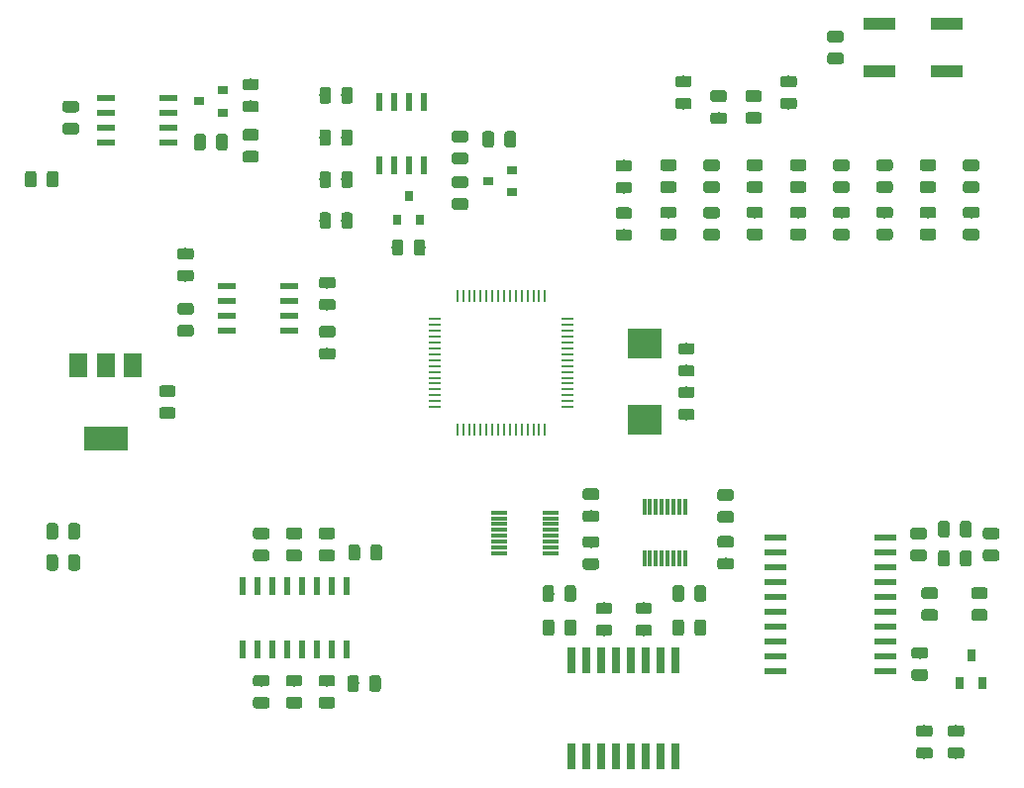
<source format=gbr>
%TF.GenerationSoftware,KiCad,Pcbnew,(5.0.0)*%
%TF.CreationDate,2019-02-02T21:10:16-06:00*%
%TF.ProjectId,BPSMaster,4250534D61737465722E6B696361645F,rev?*%
%TF.SameCoordinates,Original*%
%TF.FileFunction,Paste,Top*%
%TF.FilePolarity,Positive*%
%FSLAX46Y46*%
G04 Gerber Fmt 4.6, Leading zero omitted, Abs format (unit mm)*
G04 Created by KiCad (PCBNEW (5.0.0)) date 02/02/19 21:10:16*
%MOMM*%
%LPD*%
G01*
G04 APERTURE LIST*
%ADD10R,0.760000X2.200000*%
%ADD11R,0.900000X0.800000*%
%ADD12C,0.100000*%
%ADD13C,0.975000*%
%ADD14R,0.800000X0.900000*%
%ADD15R,2.750000X1.000000*%
%ADD16R,1.000000X0.250000*%
%ADD17R,0.250000X1.000000*%
%ADD18R,3.800000X2.000000*%
%ADD19R,1.500000X2.000000*%
%ADD20R,1.950000X0.600000*%
%ADD21R,0.600000X1.550000*%
%ADD22R,1.549400X0.558800*%
%ADD23R,0.300000X1.400000*%
%ADD24R,1.400000X0.300000*%
%ADD25R,0.600000X1.500000*%
%ADD26R,1.550000X0.600000*%
%ADD27R,3.000000X2.500000*%
%ADD28R,0.700000X1.000000*%
G04 APERTURE END LIST*
D10*
X164075000Y-132872500D03*
X161535000Y-141127500D03*
X165345000Y-132872500D03*
X162805000Y-132872500D03*
X161535000Y-132872500D03*
X162805000Y-141127500D03*
X160265000Y-141127500D03*
X158995000Y-141127500D03*
X158995000Y-132872500D03*
X156455000Y-141127500D03*
X160265000Y-132872500D03*
X157725000Y-132872500D03*
X157725000Y-141127500D03*
X156455000Y-132872500D03*
X164075000Y-141127500D03*
X165345000Y-141127500D03*
D11*
X124600000Y-85100000D03*
X126600000Y-84150000D03*
X126600000Y-86050000D03*
D12*
G36*
X191080142Y-94126174D02*
X191103803Y-94129684D01*
X191127007Y-94135496D01*
X191149529Y-94143554D01*
X191171153Y-94153782D01*
X191191670Y-94166079D01*
X191210883Y-94180329D01*
X191228607Y-94196393D01*
X191244671Y-94214117D01*
X191258921Y-94233330D01*
X191271218Y-94253847D01*
X191281446Y-94275471D01*
X191289504Y-94297993D01*
X191295316Y-94321197D01*
X191298826Y-94344858D01*
X191300000Y-94368750D01*
X191300000Y-94856250D01*
X191298826Y-94880142D01*
X191295316Y-94903803D01*
X191289504Y-94927007D01*
X191281446Y-94949529D01*
X191271218Y-94971153D01*
X191258921Y-94991670D01*
X191244671Y-95010883D01*
X191228607Y-95028607D01*
X191210883Y-95044671D01*
X191191670Y-95058921D01*
X191171153Y-95071218D01*
X191149529Y-95081446D01*
X191127007Y-95089504D01*
X191103803Y-95095316D01*
X191080142Y-95098826D01*
X191056250Y-95100000D01*
X190143750Y-95100000D01*
X190119858Y-95098826D01*
X190096197Y-95095316D01*
X190072993Y-95089504D01*
X190050471Y-95081446D01*
X190028847Y-95071218D01*
X190008330Y-95058921D01*
X189989117Y-95044671D01*
X189971393Y-95028607D01*
X189955329Y-95010883D01*
X189941079Y-94991670D01*
X189928782Y-94971153D01*
X189918554Y-94949529D01*
X189910496Y-94927007D01*
X189904684Y-94903803D01*
X189901174Y-94880142D01*
X189900000Y-94856250D01*
X189900000Y-94368750D01*
X189901174Y-94344858D01*
X189904684Y-94321197D01*
X189910496Y-94297993D01*
X189918554Y-94275471D01*
X189928782Y-94253847D01*
X189941079Y-94233330D01*
X189955329Y-94214117D01*
X189971393Y-94196393D01*
X189989117Y-94180329D01*
X190008330Y-94166079D01*
X190028847Y-94153782D01*
X190050471Y-94143554D01*
X190072993Y-94135496D01*
X190096197Y-94129684D01*
X190119858Y-94126174D01*
X190143750Y-94125000D01*
X191056250Y-94125000D01*
X191080142Y-94126174D01*
X191080142Y-94126174D01*
G37*
D13*
X190600000Y-94612500D03*
D12*
G36*
X191080142Y-96001174D02*
X191103803Y-96004684D01*
X191127007Y-96010496D01*
X191149529Y-96018554D01*
X191171153Y-96028782D01*
X191191670Y-96041079D01*
X191210883Y-96055329D01*
X191228607Y-96071393D01*
X191244671Y-96089117D01*
X191258921Y-96108330D01*
X191271218Y-96128847D01*
X191281446Y-96150471D01*
X191289504Y-96172993D01*
X191295316Y-96196197D01*
X191298826Y-96219858D01*
X191300000Y-96243750D01*
X191300000Y-96731250D01*
X191298826Y-96755142D01*
X191295316Y-96778803D01*
X191289504Y-96802007D01*
X191281446Y-96824529D01*
X191271218Y-96846153D01*
X191258921Y-96866670D01*
X191244671Y-96885883D01*
X191228607Y-96903607D01*
X191210883Y-96919671D01*
X191191670Y-96933921D01*
X191171153Y-96946218D01*
X191149529Y-96956446D01*
X191127007Y-96964504D01*
X191103803Y-96970316D01*
X191080142Y-96973826D01*
X191056250Y-96975000D01*
X190143750Y-96975000D01*
X190119858Y-96973826D01*
X190096197Y-96970316D01*
X190072993Y-96964504D01*
X190050471Y-96956446D01*
X190028847Y-96946218D01*
X190008330Y-96933921D01*
X189989117Y-96919671D01*
X189971393Y-96903607D01*
X189955329Y-96885883D01*
X189941079Y-96866670D01*
X189928782Y-96846153D01*
X189918554Y-96824529D01*
X189910496Y-96802007D01*
X189904684Y-96778803D01*
X189901174Y-96755142D01*
X189900000Y-96731250D01*
X189900000Y-96243750D01*
X189901174Y-96219858D01*
X189904684Y-96196197D01*
X189910496Y-96172993D01*
X189918554Y-96150471D01*
X189928782Y-96128847D01*
X189941079Y-96108330D01*
X189955329Y-96089117D01*
X189971393Y-96071393D01*
X189989117Y-96055329D01*
X190008330Y-96041079D01*
X190028847Y-96028782D01*
X190050471Y-96018554D01*
X190072993Y-96010496D01*
X190096197Y-96004684D01*
X190119858Y-96001174D01*
X190143750Y-96000000D01*
X191056250Y-96000000D01*
X191080142Y-96001174D01*
X191080142Y-96001174D01*
G37*
D13*
X190600000Y-96487500D03*
D12*
G36*
X166480142Y-82926174D02*
X166503803Y-82929684D01*
X166527007Y-82935496D01*
X166549529Y-82943554D01*
X166571153Y-82953782D01*
X166591670Y-82966079D01*
X166610883Y-82980329D01*
X166628607Y-82996393D01*
X166644671Y-83014117D01*
X166658921Y-83033330D01*
X166671218Y-83053847D01*
X166681446Y-83075471D01*
X166689504Y-83097993D01*
X166695316Y-83121197D01*
X166698826Y-83144858D01*
X166700000Y-83168750D01*
X166700000Y-83656250D01*
X166698826Y-83680142D01*
X166695316Y-83703803D01*
X166689504Y-83727007D01*
X166681446Y-83749529D01*
X166671218Y-83771153D01*
X166658921Y-83791670D01*
X166644671Y-83810883D01*
X166628607Y-83828607D01*
X166610883Y-83844671D01*
X166591670Y-83858921D01*
X166571153Y-83871218D01*
X166549529Y-83881446D01*
X166527007Y-83889504D01*
X166503803Y-83895316D01*
X166480142Y-83898826D01*
X166456250Y-83900000D01*
X165543750Y-83900000D01*
X165519858Y-83898826D01*
X165496197Y-83895316D01*
X165472993Y-83889504D01*
X165450471Y-83881446D01*
X165428847Y-83871218D01*
X165408330Y-83858921D01*
X165389117Y-83844671D01*
X165371393Y-83828607D01*
X165355329Y-83810883D01*
X165341079Y-83791670D01*
X165328782Y-83771153D01*
X165318554Y-83749529D01*
X165310496Y-83727007D01*
X165304684Y-83703803D01*
X165301174Y-83680142D01*
X165300000Y-83656250D01*
X165300000Y-83168750D01*
X165301174Y-83144858D01*
X165304684Y-83121197D01*
X165310496Y-83097993D01*
X165318554Y-83075471D01*
X165328782Y-83053847D01*
X165341079Y-83033330D01*
X165355329Y-83014117D01*
X165371393Y-82996393D01*
X165389117Y-82980329D01*
X165408330Y-82966079D01*
X165428847Y-82953782D01*
X165450471Y-82943554D01*
X165472993Y-82935496D01*
X165496197Y-82929684D01*
X165519858Y-82926174D01*
X165543750Y-82925000D01*
X166456250Y-82925000D01*
X166480142Y-82926174D01*
X166480142Y-82926174D01*
G37*
D13*
X166000000Y-83412500D03*
D12*
G36*
X166480142Y-84801174D02*
X166503803Y-84804684D01*
X166527007Y-84810496D01*
X166549529Y-84818554D01*
X166571153Y-84828782D01*
X166591670Y-84841079D01*
X166610883Y-84855329D01*
X166628607Y-84871393D01*
X166644671Y-84889117D01*
X166658921Y-84908330D01*
X166671218Y-84928847D01*
X166681446Y-84950471D01*
X166689504Y-84972993D01*
X166695316Y-84996197D01*
X166698826Y-85019858D01*
X166700000Y-85043750D01*
X166700000Y-85531250D01*
X166698826Y-85555142D01*
X166695316Y-85578803D01*
X166689504Y-85602007D01*
X166681446Y-85624529D01*
X166671218Y-85646153D01*
X166658921Y-85666670D01*
X166644671Y-85685883D01*
X166628607Y-85703607D01*
X166610883Y-85719671D01*
X166591670Y-85733921D01*
X166571153Y-85746218D01*
X166549529Y-85756446D01*
X166527007Y-85764504D01*
X166503803Y-85770316D01*
X166480142Y-85773826D01*
X166456250Y-85775000D01*
X165543750Y-85775000D01*
X165519858Y-85773826D01*
X165496197Y-85770316D01*
X165472993Y-85764504D01*
X165450471Y-85756446D01*
X165428847Y-85746218D01*
X165408330Y-85733921D01*
X165389117Y-85719671D01*
X165371393Y-85703607D01*
X165355329Y-85685883D01*
X165341079Y-85666670D01*
X165328782Y-85646153D01*
X165318554Y-85624529D01*
X165310496Y-85602007D01*
X165304684Y-85578803D01*
X165301174Y-85555142D01*
X165300000Y-85531250D01*
X165300000Y-85043750D01*
X165301174Y-85019858D01*
X165304684Y-84996197D01*
X165310496Y-84972993D01*
X165318554Y-84950471D01*
X165328782Y-84928847D01*
X165341079Y-84908330D01*
X165355329Y-84889117D01*
X165371393Y-84871393D01*
X165389117Y-84855329D01*
X165408330Y-84841079D01*
X165428847Y-84828782D01*
X165450471Y-84818554D01*
X165472993Y-84810496D01*
X165496197Y-84804684D01*
X165519858Y-84801174D01*
X165543750Y-84800000D01*
X166456250Y-84800000D01*
X166480142Y-84801174D01*
X166480142Y-84801174D01*
G37*
D13*
X166000000Y-85287500D03*
D12*
G36*
X175480142Y-84801174D02*
X175503803Y-84804684D01*
X175527007Y-84810496D01*
X175549529Y-84818554D01*
X175571153Y-84828782D01*
X175591670Y-84841079D01*
X175610883Y-84855329D01*
X175628607Y-84871393D01*
X175644671Y-84889117D01*
X175658921Y-84908330D01*
X175671218Y-84928847D01*
X175681446Y-84950471D01*
X175689504Y-84972993D01*
X175695316Y-84996197D01*
X175698826Y-85019858D01*
X175700000Y-85043750D01*
X175700000Y-85531250D01*
X175698826Y-85555142D01*
X175695316Y-85578803D01*
X175689504Y-85602007D01*
X175681446Y-85624529D01*
X175671218Y-85646153D01*
X175658921Y-85666670D01*
X175644671Y-85685883D01*
X175628607Y-85703607D01*
X175610883Y-85719671D01*
X175591670Y-85733921D01*
X175571153Y-85746218D01*
X175549529Y-85756446D01*
X175527007Y-85764504D01*
X175503803Y-85770316D01*
X175480142Y-85773826D01*
X175456250Y-85775000D01*
X174543750Y-85775000D01*
X174519858Y-85773826D01*
X174496197Y-85770316D01*
X174472993Y-85764504D01*
X174450471Y-85756446D01*
X174428847Y-85746218D01*
X174408330Y-85733921D01*
X174389117Y-85719671D01*
X174371393Y-85703607D01*
X174355329Y-85685883D01*
X174341079Y-85666670D01*
X174328782Y-85646153D01*
X174318554Y-85624529D01*
X174310496Y-85602007D01*
X174304684Y-85578803D01*
X174301174Y-85555142D01*
X174300000Y-85531250D01*
X174300000Y-85043750D01*
X174301174Y-85019858D01*
X174304684Y-84996197D01*
X174310496Y-84972993D01*
X174318554Y-84950471D01*
X174328782Y-84928847D01*
X174341079Y-84908330D01*
X174355329Y-84889117D01*
X174371393Y-84871393D01*
X174389117Y-84855329D01*
X174408330Y-84841079D01*
X174428847Y-84828782D01*
X174450471Y-84818554D01*
X174472993Y-84810496D01*
X174496197Y-84804684D01*
X174519858Y-84801174D01*
X174543750Y-84800000D01*
X175456250Y-84800000D01*
X175480142Y-84801174D01*
X175480142Y-84801174D01*
G37*
D13*
X175000000Y-85287500D03*
D12*
G36*
X175480142Y-82926174D02*
X175503803Y-82929684D01*
X175527007Y-82935496D01*
X175549529Y-82943554D01*
X175571153Y-82953782D01*
X175591670Y-82966079D01*
X175610883Y-82980329D01*
X175628607Y-82996393D01*
X175644671Y-83014117D01*
X175658921Y-83033330D01*
X175671218Y-83053847D01*
X175681446Y-83075471D01*
X175689504Y-83097993D01*
X175695316Y-83121197D01*
X175698826Y-83144858D01*
X175700000Y-83168750D01*
X175700000Y-83656250D01*
X175698826Y-83680142D01*
X175695316Y-83703803D01*
X175689504Y-83727007D01*
X175681446Y-83749529D01*
X175671218Y-83771153D01*
X175658921Y-83791670D01*
X175644671Y-83810883D01*
X175628607Y-83828607D01*
X175610883Y-83844671D01*
X175591670Y-83858921D01*
X175571153Y-83871218D01*
X175549529Y-83881446D01*
X175527007Y-83889504D01*
X175503803Y-83895316D01*
X175480142Y-83898826D01*
X175456250Y-83900000D01*
X174543750Y-83900000D01*
X174519858Y-83898826D01*
X174496197Y-83895316D01*
X174472993Y-83889504D01*
X174450471Y-83881446D01*
X174428847Y-83871218D01*
X174408330Y-83858921D01*
X174389117Y-83844671D01*
X174371393Y-83828607D01*
X174355329Y-83810883D01*
X174341079Y-83791670D01*
X174328782Y-83771153D01*
X174318554Y-83749529D01*
X174310496Y-83727007D01*
X174304684Y-83703803D01*
X174301174Y-83680142D01*
X174300000Y-83656250D01*
X174300000Y-83168750D01*
X174301174Y-83144858D01*
X174304684Y-83121197D01*
X174310496Y-83097993D01*
X174318554Y-83075471D01*
X174328782Y-83053847D01*
X174341079Y-83033330D01*
X174355329Y-83014117D01*
X174371393Y-82996393D01*
X174389117Y-82980329D01*
X174408330Y-82966079D01*
X174428847Y-82953782D01*
X174450471Y-82943554D01*
X174472993Y-82935496D01*
X174496197Y-82929684D01*
X174519858Y-82926174D01*
X174543750Y-82925000D01*
X175456250Y-82925000D01*
X175480142Y-82926174D01*
X175480142Y-82926174D01*
G37*
D13*
X175000000Y-83412500D03*
D12*
G36*
X169480142Y-86051174D02*
X169503803Y-86054684D01*
X169527007Y-86060496D01*
X169549529Y-86068554D01*
X169571153Y-86078782D01*
X169591670Y-86091079D01*
X169610883Y-86105329D01*
X169628607Y-86121393D01*
X169644671Y-86139117D01*
X169658921Y-86158330D01*
X169671218Y-86178847D01*
X169681446Y-86200471D01*
X169689504Y-86222993D01*
X169695316Y-86246197D01*
X169698826Y-86269858D01*
X169700000Y-86293750D01*
X169700000Y-86781250D01*
X169698826Y-86805142D01*
X169695316Y-86828803D01*
X169689504Y-86852007D01*
X169681446Y-86874529D01*
X169671218Y-86896153D01*
X169658921Y-86916670D01*
X169644671Y-86935883D01*
X169628607Y-86953607D01*
X169610883Y-86969671D01*
X169591670Y-86983921D01*
X169571153Y-86996218D01*
X169549529Y-87006446D01*
X169527007Y-87014504D01*
X169503803Y-87020316D01*
X169480142Y-87023826D01*
X169456250Y-87025000D01*
X168543750Y-87025000D01*
X168519858Y-87023826D01*
X168496197Y-87020316D01*
X168472993Y-87014504D01*
X168450471Y-87006446D01*
X168428847Y-86996218D01*
X168408330Y-86983921D01*
X168389117Y-86969671D01*
X168371393Y-86953607D01*
X168355329Y-86935883D01*
X168341079Y-86916670D01*
X168328782Y-86896153D01*
X168318554Y-86874529D01*
X168310496Y-86852007D01*
X168304684Y-86828803D01*
X168301174Y-86805142D01*
X168300000Y-86781250D01*
X168300000Y-86293750D01*
X168301174Y-86269858D01*
X168304684Y-86246197D01*
X168310496Y-86222993D01*
X168318554Y-86200471D01*
X168328782Y-86178847D01*
X168341079Y-86158330D01*
X168355329Y-86139117D01*
X168371393Y-86121393D01*
X168389117Y-86105329D01*
X168408330Y-86091079D01*
X168428847Y-86078782D01*
X168450471Y-86068554D01*
X168472993Y-86060496D01*
X168496197Y-86054684D01*
X168519858Y-86051174D01*
X168543750Y-86050000D01*
X169456250Y-86050000D01*
X169480142Y-86051174D01*
X169480142Y-86051174D01*
G37*
D13*
X169000000Y-86537500D03*
D12*
G36*
X169480142Y-84176174D02*
X169503803Y-84179684D01*
X169527007Y-84185496D01*
X169549529Y-84193554D01*
X169571153Y-84203782D01*
X169591670Y-84216079D01*
X169610883Y-84230329D01*
X169628607Y-84246393D01*
X169644671Y-84264117D01*
X169658921Y-84283330D01*
X169671218Y-84303847D01*
X169681446Y-84325471D01*
X169689504Y-84347993D01*
X169695316Y-84371197D01*
X169698826Y-84394858D01*
X169700000Y-84418750D01*
X169700000Y-84906250D01*
X169698826Y-84930142D01*
X169695316Y-84953803D01*
X169689504Y-84977007D01*
X169681446Y-84999529D01*
X169671218Y-85021153D01*
X169658921Y-85041670D01*
X169644671Y-85060883D01*
X169628607Y-85078607D01*
X169610883Y-85094671D01*
X169591670Y-85108921D01*
X169571153Y-85121218D01*
X169549529Y-85131446D01*
X169527007Y-85139504D01*
X169503803Y-85145316D01*
X169480142Y-85148826D01*
X169456250Y-85150000D01*
X168543750Y-85150000D01*
X168519858Y-85148826D01*
X168496197Y-85145316D01*
X168472993Y-85139504D01*
X168450471Y-85131446D01*
X168428847Y-85121218D01*
X168408330Y-85108921D01*
X168389117Y-85094671D01*
X168371393Y-85078607D01*
X168355329Y-85060883D01*
X168341079Y-85041670D01*
X168328782Y-85021153D01*
X168318554Y-84999529D01*
X168310496Y-84977007D01*
X168304684Y-84953803D01*
X168301174Y-84930142D01*
X168300000Y-84906250D01*
X168300000Y-84418750D01*
X168301174Y-84394858D01*
X168304684Y-84371197D01*
X168310496Y-84347993D01*
X168318554Y-84325471D01*
X168328782Y-84303847D01*
X168341079Y-84283330D01*
X168355329Y-84264117D01*
X168371393Y-84246393D01*
X168389117Y-84230329D01*
X168408330Y-84216079D01*
X168428847Y-84203782D01*
X168450471Y-84193554D01*
X168472993Y-84185496D01*
X168496197Y-84179684D01*
X168519858Y-84176174D01*
X168543750Y-84175000D01*
X169456250Y-84175000D01*
X169480142Y-84176174D01*
X169480142Y-84176174D01*
G37*
D13*
X169000000Y-84662500D03*
D12*
G36*
X172480142Y-84168674D02*
X172503803Y-84172184D01*
X172527007Y-84177996D01*
X172549529Y-84186054D01*
X172571153Y-84196282D01*
X172591670Y-84208579D01*
X172610883Y-84222829D01*
X172628607Y-84238893D01*
X172644671Y-84256617D01*
X172658921Y-84275830D01*
X172671218Y-84296347D01*
X172681446Y-84317971D01*
X172689504Y-84340493D01*
X172695316Y-84363697D01*
X172698826Y-84387358D01*
X172700000Y-84411250D01*
X172700000Y-84898750D01*
X172698826Y-84922642D01*
X172695316Y-84946303D01*
X172689504Y-84969507D01*
X172681446Y-84992029D01*
X172671218Y-85013653D01*
X172658921Y-85034170D01*
X172644671Y-85053383D01*
X172628607Y-85071107D01*
X172610883Y-85087171D01*
X172591670Y-85101421D01*
X172571153Y-85113718D01*
X172549529Y-85123946D01*
X172527007Y-85132004D01*
X172503803Y-85137816D01*
X172480142Y-85141326D01*
X172456250Y-85142500D01*
X171543750Y-85142500D01*
X171519858Y-85141326D01*
X171496197Y-85137816D01*
X171472993Y-85132004D01*
X171450471Y-85123946D01*
X171428847Y-85113718D01*
X171408330Y-85101421D01*
X171389117Y-85087171D01*
X171371393Y-85071107D01*
X171355329Y-85053383D01*
X171341079Y-85034170D01*
X171328782Y-85013653D01*
X171318554Y-84992029D01*
X171310496Y-84969507D01*
X171304684Y-84946303D01*
X171301174Y-84922642D01*
X171300000Y-84898750D01*
X171300000Y-84411250D01*
X171301174Y-84387358D01*
X171304684Y-84363697D01*
X171310496Y-84340493D01*
X171318554Y-84317971D01*
X171328782Y-84296347D01*
X171341079Y-84275830D01*
X171355329Y-84256617D01*
X171371393Y-84238893D01*
X171389117Y-84222829D01*
X171408330Y-84208579D01*
X171428847Y-84196282D01*
X171450471Y-84186054D01*
X171472993Y-84177996D01*
X171496197Y-84172184D01*
X171519858Y-84168674D01*
X171543750Y-84167500D01*
X172456250Y-84167500D01*
X172480142Y-84168674D01*
X172480142Y-84168674D01*
G37*
D13*
X172000000Y-84655000D03*
D12*
G36*
X172480142Y-86043674D02*
X172503803Y-86047184D01*
X172527007Y-86052996D01*
X172549529Y-86061054D01*
X172571153Y-86071282D01*
X172591670Y-86083579D01*
X172610883Y-86097829D01*
X172628607Y-86113893D01*
X172644671Y-86131617D01*
X172658921Y-86150830D01*
X172671218Y-86171347D01*
X172681446Y-86192971D01*
X172689504Y-86215493D01*
X172695316Y-86238697D01*
X172698826Y-86262358D01*
X172700000Y-86286250D01*
X172700000Y-86773750D01*
X172698826Y-86797642D01*
X172695316Y-86821303D01*
X172689504Y-86844507D01*
X172681446Y-86867029D01*
X172671218Y-86888653D01*
X172658921Y-86909170D01*
X172644671Y-86928383D01*
X172628607Y-86946107D01*
X172610883Y-86962171D01*
X172591670Y-86976421D01*
X172571153Y-86988718D01*
X172549529Y-86998946D01*
X172527007Y-87007004D01*
X172503803Y-87012816D01*
X172480142Y-87016326D01*
X172456250Y-87017500D01*
X171543750Y-87017500D01*
X171519858Y-87016326D01*
X171496197Y-87012816D01*
X171472993Y-87007004D01*
X171450471Y-86998946D01*
X171428847Y-86988718D01*
X171408330Y-86976421D01*
X171389117Y-86962171D01*
X171371393Y-86946107D01*
X171355329Y-86928383D01*
X171341079Y-86909170D01*
X171328782Y-86888653D01*
X171318554Y-86867029D01*
X171310496Y-86844507D01*
X171304684Y-86821303D01*
X171301174Y-86797642D01*
X171300000Y-86773750D01*
X171300000Y-86286250D01*
X171301174Y-86262358D01*
X171304684Y-86238697D01*
X171310496Y-86215493D01*
X171318554Y-86192971D01*
X171328782Y-86171347D01*
X171341079Y-86150830D01*
X171355329Y-86131617D01*
X171371393Y-86113893D01*
X171389117Y-86097829D01*
X171408330Y-86083579D01*
X171428847Y-86071282D01*
X171450471Y-86061054D01*
X171472993Y-86052996D01*
X171496197Y-86047184D01*
X171519858Y-86043674D01*
X171543750Y-86042500D01*
X172456250Y-86042500D01*
X172480142Y-86043674D01*
X172480142Y-86043674D01*
G37*
D13*
X172000000Y-86530000D03*
D12*
G36*
X179480142Y-80951174D02*
X179503803Y-80954684D01*
X179527007Y-80960496D01*
X179549529Y-80968554D01*
X179571153Y-80978782D01*
X179591670Y-80991079D01*
X179610883Y-81005329D01*
X179628607Y-81021393D01*
X179644671Y-81039117D01*
X179658921Y-81058330D01*
X179671218Y-81078847D01*
X179681446Y-81100471D01*
X179689504Y-81122993D01*
X179695316Y-81146197D01*
X179698826Y-81169858D01*
X179700000Y-81193750D01*
X179700000Y-81681250D01*
X179698826Y-81705142D01*
X179695316Y-81728803D01*
X179689504Y-81752007D01*
X179681446Y-81774529D01*
X179671218Y-81796153D01*
X179658921Y-81816670D01*
X179644671Y-81835883D01*
X179628607Y-81853607D01*
X179610883Y-81869671D01*
X179591670Y-81883921D01*
X179571153Y-81896218D01*
X179549529Y-81906446D01*
X179527007Y-81914504D01*
X179503803Y-81920316D01*
X179480142Y-81923826D01*
X179456250Y-81925000D01*
X178543750Y-81925000D01*
X178519858Y-81923826D01*
X178496197Y-81920316D01*
X178472993Y-81914504D01*
X178450471Y-81906446D01*
X178428847Y-81896218D01*
X178408330Y-81883921D01*
X178389117Y-81869671D01*
X178371393Y-81853607D01*
X178355329Y-81835883D01*
X178341079Y-81816670D01*
X178328782Y-81796153D01*
X178318554Y-81774529D01*
X178310496Y-81752007D01*
X178304684Y-81728803D01*
X178301174Y-81705142D01*
X178300000Y-81681250D01*
X178300000Y-81193750D01*
X178301174Y-81169858D01*
X178304684Y-81146197D01*
X178310496Y-81122993D01*
X178318554Y-81100471D01*
X178328782Y-81078847D01*
X178341079Y-81058330D01*
X178355329Y-81039117D01*
X178371393Y-81021393D01*
X178389117Y-81005329D01*
X178408330Y-80991079D01*
X178428847Y-80978782D01*
X178450471Y-80968554D01*
X178472993Y-80960496D01*
X178496197Y-80954684D01*
X178519858Y-80951174D01*
X178543750Y-80950000D01*
X179456250Y-80950000D01*
X179480142Y-80951174D01*
X179480142Y-80951174D01*
G37*
D13*
X179000000Y-81437500D03*
D12*
G36*
X179480142Y-79076174D02*
X179503803Y-79079684D01*
X179527007Y-79085496D01*
X179549529Y-79093554D01*
X179571153Y-79103782D01*
X179591670Y-79116079D01*
X179610883Y-79130329D01*
X179628607Y-79146393D01*
X179644671Y-79164117D01*
X179658921Y-79183330D01*
X179671218Y-79203847D01*
X179681446Y-79225471D01*
X179689504Y-79247993D01*
X179695316Y-79271197D01*
X179698826Y-79294858D01*
X179700000Y-79318750D01*
X179700000Y-79806250D01*
X179698826Y-79830142D01*
X179695316Y-79853803D01*
X179689504Y-79877007D01*
X179681446Y-79899529D01*
X179671218Y-79921153D01*
X179658921Y-79941670D01*
X179644671Y-79960883D01*
X179628607Y-79978607D01*
X179610883Y-79994671D01*
X179591670Y-80008921D01*
X179571153Y-80021218D01*
X179549529Y-80031446D01*
X179527007Y-80039504D01*
X179503803Y-80045316D01*
X179480142Y-80048826D01*
X179456250Y-80050000D01*
X178543750Y-80050000D01*
X178519858Y-80048826D01*
X178496197Y-80045316D01*
X178472993Y-80039504D01*
X178450471Y-80031446D01*
X178428847Y-80021218D01*
X178408330Y-80008921D01*
X178389117Y-79994671D01*
X178371393Y-79978607D01*
X178355329Y-79960883D01*
X178341079Y-79941670D01*
X178328782Y-79921153D01*
X178318554Y-79899529D01*
X178310496Y-79877007D01*
X178304684Y-79853803D01*
X178301174Y-79830142D01*
X178300000Y-79806250D01*
X178300000Y-79318750D01*
X178301174Y-79294858D01*
X178304684Y-79271197D01*
X178310496Y-79247993D01*
X178318554Y-79225471D01*
X178328782Y-79203847D01*
X178341079Y-79183330D01*
X178355329Y-79164117D01*
X178371393Y-79146393D01*
X178389117Y-79130329D01*
X178408330Y-79116079D01*
X178428847Y-79103782D01*
X178450471Y-79093554D01*
X178472993Y-79085496D01*
X178496197Y-79079684D01*
X178519858Y-79076174D01*
X178543750Y-79075000D01*
X179456250Y-79075000D01*
X179480142Y-79076174D01*
X179480142Y-79076174D01*
G37*
D13*
X179000000Y-79562500D03*
D12*
G36*
X166738878Y-107657826D02*
X166762539Y-107661336D01*
X166785743Y-107667148D01*
X166808265Y-107675206D01*
X166829889Y-107685434D01*
X166850406Y-107697731D01*
X166869619Y-107711981D01*
X166887343Y-107728045D01*
X166903407Y-107745769D01*
X166917657Y-107764982D01*
X166929954Y-107785499D01*
X166940182Y-107807123D01*
X166948240Y-107829645D01*
X166954052Y-107852849D01*
X166957562Y-107876510D01*
X166958736Y-107900402D01*
X166958736Y-108387902D01*
X166957562Y-108411794D01*
X166954052Y-108435455D01*
X166948240Y-108458659D01*
X166940182Y-108481181D01*
X166929954Y-108502805D01*
X166917657Y-108523322D01*
X166903407Y-108542535D01*
X166887343Y-108560259D01*
X166869619Y-108576323D01*
X166850406Y-108590573D01*
X166829889Y-108602870D01*
X166808265Y-108613098D01*
X166785743Y-108621156D01*
X166762539Y-108626968D01*
X166738878Y-108630478D01*
X166714986Y-108631652D01*
X165802486Y-108631652D01*
X165778594Y-108630478D01*
X165754933Y-108626968D01*
X165731729Y-108621156D01*
X165709207Y-108613098D01*
X165687583Y-108602870D01*
X165667066Y-108590573D01*
X165647853Y-108576323D01*
X165630129Y-108560259D01*
X165614065Y-108542535D01*
X165599815Y-108523322D01*
X165587518Y-108502805D01*
X165577290Y-108481181D01*
X165569232Y-108458659D01*
X165563420Y-108435455D01*
X165559910Y-108411794D01*
X165558736Y-108387902D01*
X165558736Y-107900402D01*
X165559910Y-107876510D01*
X165563420Y-107852849D01*
X165569232Y-107829645D01*
X165577290Y-107807123D01*
X165587518Y-107785499D01*
X165599815Y-107764982D01*
X165614065Y-107745769D01*
X165630129Y-107728045D01*
X165647853Y-107711981D01*
X165667066Y-107697731D01*
X165687583Y-107685434D01*
X165709207Y-107675206D01*
X165731729Y-107667148D01*
X165754933Y-107661336D01*
X165778594Y-107657826D01*
X165802486Y-107656652D01*
X166714986Y-107656652D01*
X166738878Y-107657826D01*
X166738878Y-107657826D01*
G37*
D13*
X166258736Y-108144152D03*
D12*
G36*
X166738878Y-105782824D02*
X166762539Y-105786334D01*
X166785743Y-105792146D01*
X166808265Y-105800204D01*
X166829889Y-105810432D01*
X166850406Y-105822729D01*
X166869619Y-105836979D01*
X166887343Y-105853043D01*
X166903407Y-105870767D01*
X166917657Y-105889980D01*
X166929954Y-105910497D01*
X166940182Y-105932121D01*
X166948240Y-105954643D01*
X166954052Y-105977847D01*
X166957562Y-106001508D01*
X166958736Y-106025400D01*
X166958736Y-106512900D01*
X166957562Y-106536792D01*
X166954052Y-106560453D01*
X166948240Y-106583657D01*
X166940182Y-106606179D01*
X166929954Y-106627803D01*
X166917657Y-106648320D01*
X166903407Y-106667533D01*
X166887343Y-106685257D01*
X166869619Y-106701321D01*
X166850406Y-106715571D01*
X166829889Y-106727868D01*
X166808265Y-106738096D01*
X166785743Y-106746154D01*
X166762539Y-106751966D01*
X166738878Y-106755476D01*
X166714986Y-106756650D01*
X165802486Y-106756650D01*
X165778594Y-106755476D01*
X165754933Y-106751966D01*
X165731729Y-106746154D01*
X165709207Y-106738096D01*
X165687583Y-106727868D01*
X165667066Y-106715571D01*
X165647853Y-106701321D01*
X165630129Y-106685257D01*
X165614065Y-106667533D01*
X165599815Y-106648320D01*
X165587518Y-106627803D01*
X165577290Y-106606179D01*
X165569232Y-106583657D01*
X165563420Y-106560453D01*
X165559910Y-106536792D01*
X165558736Y-106512900D01*
X165558736Y-106025400D01*
X165559910Y-106001508D01*
X165563420Y-105977847D01*
X165569232Y-105954643D01*
X165577290Y-105932121D01*
X165587518Y-105910497D01*
X165599815Y-105889980D01*
X165614065Y-105870767D01*
X165630129Y-105853043D01*
X165647853Y-105836979D01*
X165667066Y-105822729D01*
X165687583Y-105810432D01*
X165709207Y-105800204D01*
X165731729Y-105792146D01*
X165754933Y-105786334D01*
X165778594Y-105782824D01*
X165802486Y-105781650D01*
X166714986Y-105781650D01*
X166738878Y-105782824D01*
X166738878Y-105782824D01*
G37*
D13*
X166258736Y-106269150D03*
D12*
G36*
X166738878Y-111387230D02*
X166762539Y-111390740D01*
X166785743Y-111396552D01*
X166808265Y-111404610D01*
X166829889Y-111414838D01*
X166850406Y-111427135D01*
X166869619Y-111441385D01*
X166887343Y-111457449D01*
X166903407Y-111475173D01*
X166917657Y-111494386D01*
X166929954Y-111514903D01*
X166940182Y-111536527D01*
X166948240Y-111559049D01*
X166954052Y-111582253D01*
X166957562Y-111605914D01*
X166958736Y-111629806D01*
X166958736Y-112117306D01*
X166957562Y-112141198D01*
X166954052Y-112164859D01*
X166948240Y-112188063D01*
X166940182Y-112210585D01*
X166929954Y-112232209D01*
X166917657Y-112252726D01*
X166903407Y-112271939D01*
X166887343Y-112289663D01*
X166869619Y-112305727D01*
X166850406Y-112319977D01*
X166829889Y-112332274D01*
X166808265Y-112342502D01*
X166785743Y-112350560D01*
X166762539Y-112356372D01*
X166738878Y-112359882D01*
X166714986Y-112361056D01*
X165802486Y-112361056D01*
X165778594Y-112359882D01*
X165754933Y-112356372D01*
X165731729Y-112350560D01*
X165709207Y-112342502D01*
X165687583Y-112332274D01*
X165667066Y-112319977D01*
X165647853Y-112305727D01*
X165630129Y-112289663D01*
X165614065Y-112271939D01*
X165599815Y-112252726D01*
X165587518Y-112232209D01*
X165577290Y-112210585D01*
X165569232Y-112188063D01*
X165563420Y-112164859D01*
X165559910Y-112141198D01*
X165558736Y-112117306D01*
X165558736Y-111629806D01*
X165559910Y-111605914D01*
X165563420Y-111582253D01*
X165569232Y-111559049D01*
X165577290Y-111536527D01*
X165587518Y-111514903D01*
X165599815Y-111494386D01*
X165614065Y-111475173D01*
X165630129Y-111457449D01*
X165647853Y-111441385D01*
X165667066Y-111427135D01*
X165687583Y-111414838D01*
X165709207Y-111404610D01*
X165731729Y-111396552D01*
X165754933Y-111390740D01*
X165778594Y-111387230D01*
X165802486Y-111386056D01*
X166714986Y-111386056D01*
X166738878Y-111387230D01*
X166738878Y-111387230D01*
G37*
D13*
X166258736Y-111873556D03*
D12*
G36*
X166738878Y-109512228D02*
X166762539Y-109515738D01*
X166785743Y-109521550D01*
X166808265Y-109529608D01*
X166829889Y-109539836D01*
X166850406Y-109552133D01*
X166869619Y-109566383D01*
X166887343Y-109582447D01*
X166903407Y-109600171D01*
X166917657Y-109619384D01*
X166929954Y-109639901D01*
X166940182Y-109661525D01*
X166948240Y-109684047D01*
X166954052Y-109707251D01*
X166957562Y-109730912D01*
X166958736Y-109754804D01*
X166958736Y-110242304D01*
X166957562Y-110266196D01*
X166954052Y-110289857D01*
X166948240Y-110313061D01*
X166940182Y-110335583D01*
X166929954Y-110357207D01*
X166917657Y-110377724D01*
X166903407Y-110396937D01*
X166887343Y-110414661D01*
X166869619Y-110430725D01*
X166850406Y-110444975D01*
X166829889Y-110457272D01*
X166808265Y-110467500D01*
X166785743Y-110475558D01*
X166762539Y-110481370D01*
X166738878Y-110484880D01*
X166714986Y-110486054D01*
X165802486Y-110486054D01*
X165778594Y-110484880D01*
X165754933Y-110481370D01*
X165731729Y-110475558D01*
X165709207Y-110467500D01*
X165687583Y-110457272D01*
X165667066Y-110444975D01*
X165647853Y-110430725D01*
X165630129Y-110414661D01*
X165614065Y-110396937D01*
X165599815Y-110377724D01*
X165587518Y-110357207D01*
X165577290Y-110335583D01*
X165569232Y-110313061D01*
X165563420Y-110289857D01*
X165559910Y-110266196D01*
X165558736Y-110242304D01*
X165558736Y-109754804D01*
X165559910Y-109730912D01*
X165563420Y-109707251D01*
X165569232Y-109684047D01*
X165577290Y-109661525D01*
X165587518Y-109639901D01*
X165599815Y-109619384D01*
X165614065Y-109600171D01*
X165630129Y-109582447D01*
X165647853Y-109566383D01*
X165667066Y-109552133D01*
X165687583Y-109539836D01*
X165709207Y-109529608D01*
X165731729Y-109521550D01*
X165754933Y-109515738D01*
X165778594Y-109512228D01*
X165802486Y-109511054D01*
X166714986Y-109511054D01*
X166738878Y-109512228D01*
X166738878Y-109512228D01*
G37*
D13*
X166258736Y-109998554D03*
D12*
G36*
X122355142Y-109401174D02*
X122378803Y-109404684D01*
X122402007Y-109410496D01*
X122424529Y-109418554D01*
X122446153Y-109428782D01*
X122466670Y-109441079D01*
X122485883Y-109455329D01*
X122503607Y-109471393D01*
X122519671Y-109489117D01*
X122533921Y-109508330D01*
X122546218Y-109528847D01*
X122556446Y-109550471D01*
X122564504Y-109572993D01*
X122570316Y-109596197D01*
X122573826Y-109619858D01*
X122575000Y-109643750D01*
X122575000Y-110131250D01*
X122573826Y-110155142D01*
X122570316Y-110178803D01*
X122564504Y-110202007D01*
X122556446Y-110224529D01*
X122546218Y-110246153D01*
X122533921Y-110266670D01*
X122519671Y-110285883D01*
X122503607Y-110303607D01*
X122485883Y-110319671D01*
X122466670Y-110333921D01*
X122446153Y-110346218D01*
X122424529Y-110356446D01*
X122402007Y-110364504D01*
X122378803Y-110370316D01*
X122355142Y-110373826D01*
X122331250Y-110375000D01*
X121418750Y-110375000D01*
X121394858Y-110373826D01*
X121371197Y-110370316D01*
X121347993Y-110364504D01*
X121325471Y-110356446D01*
X121303847Y-110346218D01*
X121283330Y-110333921D01*
X121264117Y-110319671D01*
X121246393Y-110303607D01*
X121230329Y-110285883D01*
X121216079Y-110266670D01*
X121203782Y-110246153D01*
X121193554Y-110224529D01*
X121185496Y-110202007D01*
X121179684Y-110178803D01*
X121176174Y-110155142D01*
X121175000Y-110131250D01*
X121175000Y-109643750D01*
X121176174Y-109619858D01*
X121179684Y-109596197D01*
X121185496Y-109572993D01*
X121193554Y-109550471D01*
X121203782Y-109528847D01*
X121216079Y-109508330D01*
X121230329Y-109489117D01*
X121246393Y-109471393D01*
X121264117Y-109455329D01*
X121283330Y-109441079D01*
X121303847Y-109428782D01*
X121325471Y-109418554D01*
X121347993Y-109410496D01*
X121371197Y-109404684D01*
X121394858Y-109401174D01*
X121418750Y-109400000D01*
X122331250Y-109400000D01*
X122355142Y-109401174D01*
X122355142Y-109401174D01*
G37*
D13*
X121875000Y-109887500D03*
D12*
G36*
X122355142Y-111276174D02*
X122378803Y-111279684D01*
X122402007Y-111285496D01*
X122424529Y-111293554D01*
X122446153Y-111303782D01*
X122466670Y-111316079D01*
X122485883Y-111330329D01*
X122503607Y-111346393D01*
X122519671Y-111364117D01*
X122533921Y-111383330D01*
X122546218Y-111403847D01*
X122556446Y-111425471D01*
X122564504Y-111447993D01*
X122570316Y-111471197D01*
X122573826Y-111494858D01*
X122575000Y-111518750D01*
X122575000Y-112006250D01*
X122573826Y-112030142D01*
X122570316Y-112053803D01*
X122564504Y-112077007D01*
X122556446Y-112099529D01*
X122546218Y-112121153D01*
X122533921Y-112141670D01*
X122519671Y-112160883D01*
X122503607Y-112178607D01*
X122485883Y-112194671D01*
X122466670Y-112208921D01*
X122446153Y-112221218D01*
X122424529Y-112231446D01*
X122402007Y-112239504D01*
X122378803Y-112245316D01*
X122355142Y-112248826D01*
X122331250Y-112250000D01*
X121418750Y-112250000D01*
X121394858Y-112248826D01*
X121371197Y-112245316D01*
X121347993Y-112239504D01*
X121325471Y-112231446D01*
X121303847Y-112221218D01*
X121283330Y-112208921D01*
X121264117Y-112194671D01*
X121246393Y-112178607D01*
X121230329Y-112160883D01*
X121216079Y-112141670D01*
X121203782Y-112121153D01*
X121193554Y-112099529D01*
X121185496Y-112077007D01*
X121179684Y-112053803D01*
X121176174Y-112030142D01*
X121175000Y-112006250D01*
X121175000Y-111518750D01*
X121176174Y-111494858D01*
X121179684Y-111471197D01*
X121185496Y-111447993D01*
X121193554Y-111425471D01*
X121203782Y-111403847D01*
X121216079Y-111383330D01*
X121230329Y-111364117D01*
X121246393Y-111346393D01*
X121264117Y-111330329D01*
X121283330Y-111316079D01*
X121303847Y-111303782D01*
X121325471Y-111293554D01*
X121347993Y-111285496D01*
X121371197Y-111279684D01*
X121394858Y-111276174D01*
X121418750Y-111275000D01*
X122331250Y-111275000D01*
X122355142Y-111276174D01*
X122355142Y-111276174D01*
G37*
D13*
X121875000Y-111762500D03*
D12*
G36*
X186580142Y-121576174D02*
X186603803Y-121579684D01*
X186627007Y-121585496D01*
X186649529Y-121593554D01*
X186671153Y-121603782D01*
X186691670Y-121616079D01*
X186710883Y-121630329D01*
X186728607Y-121646393D01*
X186744671Y-121664117D01*
X186758921Y-121683330D01*
X186771218Y-121703847D01*
X186781446Y-121725471D01*
X186789504Y-121747993D01*
X186795316Y-121771197D01*
X186798826Y-121794858D01*
X186800000Y-121818750D01*
X186800000Y-122306250D01*
X186798826Y-122330142D01*
X186795316Y-122353803D01*
X186789504Y-122377007D01*
X186781446Y-122399529D01*
X186771218Y-122421153D01*
X186758921Y-122441670D01*
X186744671Y-122460883D01*
X186728607Y-122478607D01*
X186710883Y-122494671D01*
X186691670Y-122508921D01*
X186671153Y-122521218D01*
X186649529Y-122531446D01*
X186627007Y-122539504D01*
X186603803Y-122545316D01*
X186580142Y-122548826D01*
X186556250Y-122550000D01*
X185643750Y-122550000D01*
X185619858Y-122548826D01*
X185596197Y-122545316D01*
X185572993Y-122539504D01*
X185550471Y-122531446D01*
X185528847Y-122521218D01*
X185508330Y-122508921D01*
X185489117Y-122494671D01*
X185471393Y-122478607D01*
X185455329Y-122460883D01*
X185441079Y-122441670D01*
X185428782Y-122421153D01*
X185418554Y-122399529D01*
X185410496Y-122377007D01*
X185404684Y-122353803D01*
X185401174Y-122330142D01*
X185400000Y-122306250D01*
X185400000Y-121818750D01*
X185401174Y-121794858D01*
X185404684Y-121771197D01*
X185410496Y-121747993D01*
X185418554Y-121725471D01*
X185428782Y-121703847D01*
X185441079Y-121683330D01*
X185455329Y-121664117D01*
X185471393Y-121646393D01*
X185489117Y-121630329D01*
X185508330Y-121616079D01*
X185528847Y-121603782D01*
X185550471Y-121593554D01*
X185572993Y-121585496D01*
X185596197Y-121579684D01*
X185619858Y-121576174D01*
X185643750Y-121575000D01*
X186556250Y-121575000D01*
X186580142Y-121576174D01*
X186580142Y-121576174D01*
G37*
D13*
X186100000Y-122062500D03*
D12*
G36*
X186580142Y-123451174D02*
X186603803Y-123454684D01*
X186627007Y-123460496D01*
X186649529Y-123468554D01*
X186671153Y-123478782D01*
X186691670Y-123491079D01*
X186710883Y-123505329D01*
X186728607Y-123521393D01*
X186744671Y-123539117D01*
X186758921Y-123558330D01*
X186771218Y-123578847D01*
X186781446Y-123600471D01*
X186789504Y-123622993D01*
X186795316Y-123646197D01*
X186798826Y-123669858D01*
X186800000Y-123693750D01*
X186800000Y-124181250D01*
X186798826Y-124205142D01*
X186795316Y-124228803D01*
X186789504Y-124252007D01*
X186781446Y-124274529D01*
X186771218Y-124296153D01*
X186758921Y-124316670D01*
X186744671Y-124335883D01*
X186728607Y-124353607D01*
X186710883Y-124369671D01*
X186691670Y-124383921D01*
X186671153Y-124396218D01*
X186649529Y-124406446D01*
X186627007Y-124414504D01*
X186603803Y-124420316D01*
X186580142Y-124423826D01*
X186556250Y-124425000D01*
X185643750Y-124425000D01*
X185619858Y-124423826D01*
X185596197Y-124420316D01*
X185572993Y-124414504D01*
X185550471Y-124406446D01*
X185528847Y-124396218D01*
X185508330Y-124383921D01*
X185489117Y-124369671D01*
X185471393Y-124353607D01*
X185455329Y-124335883D01*
X185441079Y-124316670D01*
X185428782Y-124296153D01*
X185418554Y-124274529D01*
X185410496Y-124252007D01*
X185404684Y-124228803D01*
X185401174Y-124205142D01*
X185400000Y-124181250D01*
X185400000Y-123693750D01*
X185401174Y-123669858D01*
X185404684Y-123646197D01*
X185410496Y-123622993D01*
X185418554Y-123600471D01*
X185428782Y-123578847D01*
X185441079Y-123558330D01*
X185455329Y-123539117D01*
X185471393Y-123521393D01*
X185489117Y-123505329D01*
X185508330Y-123491079D01*
X185528847Y-123478782D01*
X185550471Y-123468554D01*
X185572993Y-123460496D01*
X185596197Y-123454684D01*
X185619858Y-123451174D01*
X185643750Y-123450000D01*
X186556250Y-123450000D01*
X186580142Y-123451174D01*
X186580142Y-123451174D01*
G37*
D13*
X186100000Y-123937500D03*
D12*
G36*
X192780142Y-123451174D02*
X192803803Y-123454684D01*
X192827007Y-123460496D01*
X192849529Y-123468554D01*
X192871153Y-123478782D01*
X192891670Y-123491079D01*
X192910883Y-123505329D01*
X192928607Y-123521393D01*
X192944671Y-123539117D01*
X192958921Y-123558330D01*
X192971218Y-123578847D01*
X192981446Y-123600471D01*
X192989504Y-123622993D01*
X192995316Y-123646197D01*
X192998826Y-123669858D01*
X193000000Y-123693750D01*
X193000000Y-124181250D01*
X192998826Y-124205142D01*
X192995316Y-124228803D01*
X192989504Y-124252007D01*
X192981446Y-124274529D01*
X192971218Y-124296153D01*
X192958921Y-124316670D01*
X192944671Y-124335883D01*
X192928607Y-124353607D01*
X192910883Y-124369671D01*
X192891670Y-124383921D01*
X192871153Y-124396218D01*
X192849529Y-124406446D01*
X192827007Y-124414504D01*
X192803803Y-124420316D01*
X192780142Y-124423826D01*
X192756250Y-124425000D01*
X191843750Y-124425000D01*
X191819858Y-124423826D01*
X191796197Y-124420316D01*
X191772993Y-124414504D01*
X191750471Y-124406446D01*
X191728847Y-124396218D01*
X191708330Y-124383921D01*
X191689117Y-124369671D01*
X191671393Y-124353607D01*
X191655329Y-124335883D01*
X191641079Y-124316670D01*
X191628782Y-124296153D01*
X191618554Y-124274529D01*
X191610496Y-124252007D01*
X191604684Y-124228803D01*
X191601174Y-124205142D01*
X191600000Y-124181250D01*
X191600000Y-123693750D01*
X191601174Y-123669858D01*
X191604684Y-123646197D01*
X191610496Y-123622993D01*
X191618554Y-123600471D01*
X191628782Y-123578847D01*
X191641079Y-123558330D01*
X191655329Y-123539117D01*
X191671393Y-123521393D01*
X191689117Y-123505329D01*
X191708330Y-123491079D01*
X191728847Y-123478782D01*
X191750471Y-123468554D01*
X191772993Y-123460496D01*
X191796197Y-123454684D01*
X191819858Y-123451174D01*
X191843750Y-123450000D01*
X192756250Y-123450000D01*
X192780142Y-123451174D01*
X192780142Y-123451174D01*
G37*
D13*
X192300000Y-123937500D03*
D12*
G36*
X192780142Y-121576174D02*
X192803803Y-121579684D01*
X192827007Y-121585496D01*
X192849529Y-121593554D01*
X192871153Y-121603782D01*
X192891670Y-121616079D01*
X192910883Y-121630329D01*
X192928607Y-121646393D01*
X192944671Y-121664117D01*
X192958921Y-121683330D01*
X192971218Y-121703847D01*
X192981446Y-121725471D01*
X192989504Y-121747993D01*
X192995316Y-121771197D01*
X192998826Y-121794858D01*
X193000000Y-121818750D01*
X193000000Y-122306250D01*
X192998826Y-122330142D01*
X192995316Y-122353803D01*
X192989504Y-122377007D01*
X192981446Y-122399529D01*
X192971218Y-122421153D01*
X192958921Y-122441670D01*
X192944671Y-122460883D01*
X192928607Y-122478607D01*
X192910883Y-122494671D01*
X192891670Y-122508921D01*
X192871153Y-122521218D01*
X192849529Y-122531446D01*
X192827007Y-122539504D01*
X192803803Y-122545316D01*
X192780142Y-122548826D01*
X192756250Y-122550000D01*
X191843750Y-122550000D01*
X191819858Y-122548826D01*
X191796197Y-122545316D01*
X191772993Y-122539504D01*
X191750471Y-122531446D01*
X191728847Y-122521218D01*
X191708330Y-122508921D01*
X191689117Y-122494671D01*
X191671393Y-122478607D01*
X191655329Y-122460883D01*
X191641079Y-122441670D01*
X191628782Y-122421153D01*
X191618554Y-122399529D01*
X191610496Y-122377007D01*
X191604684Y-122353803D01*
X191601174Y-122330142D01*
X191600000Y-122306250D01*
X191600000Y-121818750D01*
X191601174Y-121794858D01*
X191604684Y-121771197D01*
X191610496Y-121747993D01*
X191618554Y-121725471D01*
X191628782Y-121703847D01*
X191641079Y-121683330D01*
X191655329Y-121664117D01*
X191671393Y-121646393D01*
X191689117Y-121630329D01*
X191708330Y-121616079D01*
X191728847Y-121603782D01*
X191750471Y-121593554D01*
X191772993Y-121585496D01*
X191796197Y-121579684D01*
X191819858Y-121576174D01*
X191843750Y-121575000D01*
X192756250Y-121575000D01*
X192780142Y-121576174D01*
X192780142Y-121576174D01*
G37*
D13*
X192300000Y-122062500D03*
D12*
G36*
X187530142Y-126676174D02*
X187553803Y-126679684D01*
X187577007Y-126685496D01*
X187599529Y-126693554D01*
X187621153Y-126703782D01*
X187641670Y-126716079D01*
X187660883Y-126730329D01*
X187678607Y-126746393D01*
X187694671Y-126764117D01*
X187708921Y-126783330D01*
X187721218Y-126803847D01*
X187731446Y-126825471D01*
X187739504Y-126847993D01*
X187745316Y-126871197D01*
X187748826Y-126894858D01*
X187750000Y-126918750D01*
X187750000Y-127406250D01*
X187748826Y-127430142D01*
X187745316Y-127453803D01*
X187739504Y-127477007D01*
X187731446Y-127499529D01*
X187721218Y-127521153D01*
X187708921Y-127541670D01*
X187694671Y-127560883D01*
X187678607Y-127578607D01*
X187660883Y-127594671D01*
X187641670Y-127608921D01*
X187621153Y-127621218D01*
X187599529Y-127631446D01*
X187577007Y-127639504D01*
X187553803Y-127645316D01*
X187530142Y-127648826D01*
X187506250Y-127650000D01*
X186593750Y-127650000D01*
X186569858Y-127648826D01*
X186546197Y-127645316D01*
X186522993Y-127639504D01*
X186500471Y-127631446D01*
X186478847Y-127621218D01*
X186458330Y-127608921D01*
X186439117Y-127594671D01*
X186421393Y-127578607D01*
X186405329Y-127560883D01*
X186391079Y-127541670D01*
X186378782Y-127521153D01*
X186368554Y-127499529D01*
X186360496Y-127477007D01*
X186354684Y-127453803D01*
X186351174Y-127430142D01*
X186350000Y-127406250D01*
X186350000Y-126918750D01*
X186351174Y-126894858D01*
X186354684Y-126871197D01*
X186360496Y-126847993D01*
X186368554Y-126825471D01*
X186378782Y-126803847D01*
X186391079Y-126783330D01*
X186405329Y-126764117D01*
X186421393Y-126746393D01*
X186439117Y-126730329D01*
X186458330Y-126716079D01*
X186478847Y-126703782D01*
X186500471Y-126693554D01*
X186522993Y-126685496D01*
X186546197Y-126679684D01*
X186569858Y-126676174D01*
X186593750Y-126675000D01*
X187506250Y-126675000D01*
X187530142Y-126676174D01*
X187530142Y-126676174D01*
G37*
D13*
X187050000Y-127162500D03*
D12*
G36*
X187530142Y-128551174D02*
X187553803Y-128554684D01*
X187577007Y-128560496D01*
X187599529Y-128568554D01*
X187621153Y-128578782D01*
X187641670Y-128591079D01*
X187660883Y-128605329D01*
X187678607Y-128621393D01*
X187694671Y-128639117D01*
X187708921Y-128658330D01*
X187721218Y-128678847D01*
X187731446Y-128700471D01*
X187739504Y-128722993D01*
X187745316Y-128746197D01*
X187748826Y-128769858D01*
X187750000Y-128793750D01*
X187750000Y-129281250D01*
X187748826Y-129305142D01*
X187745316Y-129328803D01*
X187739504Y-129352007D01*
X187731446Y-129374529D01*
X187721218Y-129396153D01*
X187708921Y-129416670D01*
X187694671Y-129435883D01*
X187678607Y-129453607D01*
X187660883Y-129469671D01*
X187641670Y-129483921D01*
X187621153Y-129496218D01*
X187599529Y-129506446D01*
X187577007Y-129514504D01*
X187553803Y-129520316D01*
X187530142Y-129523826D01*
X187506250Y-129525000D01*
X186593750Y-129525000D01*
X186569858Y-129523826D01*
X186546197Y-129520316D01*
X186522993Y-129514504D01*
X186500471Y-129506446D01*
X186478847Y-129496218D01*
X186458330Y-129483921D01*
X186439117Y-129469671D01*
X186421393Y-129453607D01*
X186405329Y-129435883D01*
X186391079Y-129416670D01*
X186378782Y-129396153D01*
X186368554Y-129374529D01*
X186360496Y-129352007D01*
X186354684Y-129328803D01*
X186351174Y-129305142D01*
X186350000Y-129281250D01*
X186350000Y-128793750D01*
X186351174Y-128769858D01*
X186354684Y-128746197D01*
X186360496Y-128722993D01*
X186368554Y-128700471D01*
X186378782Y-128678847D01*
X186391079Y-128658330D01*
X186405329Y-128639117D01*
X186421393Y-128621393D01*
X186439117Y-128605329D01*
X186458330Y-128591079D01*
X186478847Y-128578782D01*
X186500471Y-128568554D01*
X186522993Y-128560496D01*
X186546197Y-128554684D01*
X186569858Y-128551174D01*
X186593750Y-128550000D01*
X187506250Y-128550000D01*
X187530142Y-128551174D01*
X187530142Y-128551174D01*
G37*
D13*
X187050000Y-129037500D03*
D12*
G36*
X191780142Y-128551174D02*
X191803803Y-128554684D01*
X191827007Y-128560496D01*
X191849529Y-128568554D01*
X191871153Y-128578782D01*
X191891670Y-128591079D01*
X191910883Y-128605329D01*
X191928607Y-128621393D01*
X191944671Y-128639117D01*
X191958921Y-128658330D01*
X191971218Y-128678847D01*
X191981446Y-128700471D01*
X191989504Y-128722993D01*
X191995316Y-128746197D01*
X191998826Y-128769858D01*
X192000000Y-128793750D01*
X192000000Y-129281250D01*
X191998826Y-129305142D01*
X191995316Y-129328803D01*
X191989504Y-129352007D01*
X191981446Y-129374529D01*
X191971218Y-129396153D01*
X191958921Y-129416670D01*
X191944671Y-129435883D01*
X191928607Y-129453607D01*
X191910883Y-129469671D01*
X191891670Y-129483921D01*
X191871153Y-129496218D01*
X191849529Y-129506446D01*
X191827007Y-129514504D01*
X191803803Y-129520316D01*
X191780142Y-129523826D01*
X191756250Y-129525000D01*
X190843750Y-129525000D01*
X190819858Y-129523826D01*
X190796197Y-129520316D01*
X190772993Y-129514504D01*
X190750471Y-129506446D01*
X190728847Y-129496218D01*
X190708330Y-129483921D01*
X190689117Y-129469671D01*
X190671393Y-129453607D01*
X190655329Y-129435883D01*
X190641079Y-129416670D01*
X190628782Y-129396153D01*
X190618554Y-129374529D01*
X190610496Y-129352007D01*
X190604684Y-129328803D01*
X190601174Y-129305142D01*
X190600000Y-129281250D01*
X190600000Y-128793750D01*
X190601174Y-128769858D01*
X190604684Y-128746197D01*
X190610496Y-128722993D01*
X190618554Y-128700471D01*
X190628782Y-128678847D01*
X190641079Y-128658330D01*
X190655329Y-128639117D01*
X190671393Y-128621393D01*
X190689117Y-128605329D01*
X190708330Y-128591079D01*
X190728847Y-128578782D01*
X190750471Y-128568554D01*
X190772993Y-128560496D01*
X190796197Y-128554684D01*
X190819858Y-128551174D01*
X190843750Y-128550000D01*
X191756250Y-128550000D01*
X191780142Y-128551174D01*
X191780142Y-128551174D01*
G37*
D13*
X191300000Y-129037500D03*
D12*
G36*
X191780142Y-126676174D02*
X191803803Y-126679684D01*
X191827007Y-126685496D01*
X191849529Y-126693554D01*
X191871153Y-126703782D01*
X191891670Y-126716079D01*
X191910883Y-126730329D01*
X191928607Y-126746393D01*
X191944671Y-126764117D01*
X191958921Y-126783330D01*
X191971218Y-126803847D01*
X191981446Y-126825471D01*
X191989504Y-126847993D01*
X191995316Y-126871197D01*
X191998826Y-126894858D01*
X192000000Y-126918750D01*
X192000000Y-127406250D01*
X191998826Y-127430142D01*
X191995316Y-127453803D01*
X191989504Y-127477007D01*
X191981446Y-127499529D01*
X191971218Y-127521153D01*
X191958921Y-127541670D01*
X191944671Y-127560883D01*
X191928607Y-127578607D01*
X191910883Y-127594671D01*
X191891670Y-127608921D01*
X191871153Y-127621218D01*
X191849529Y-127631446D01*
X191827007Y-127639504D01*
X191803803Y-127645316D01*
X191780142Y-127648826D01*
X191756250Y-127650000D01*
X190843750Y-127650000D01*
X190819858Y-127648826D01*
X190796197Y-127645316D01*
X190772993Y-127639504D01*
X190750471Y-127631446D01*
X190728847Y-127621218D01*
X190708330Y-127608921D01*
X190689117Y-127594671D01*
X190671393Y-127578607D01*
X190655329Y-127560883D01*
X190641079Y-127541670D01*
X190628782Y-127521153D01*
X190618554Y-127499529D01*
X190610496Y-127477007D01*
X190604684Y-127453803D01*
X190601174Y-127430142D01*
X190600000Y-127406250D01*
X190600000Y-126918750D01*
X190601174Y-126894858D01*
X190604684Y-126871197D01*
X190610496Y-126847993D01*
X190618554Y-126825471D01*
X190628782Y-126803847D01*
X190641079Y-126783330D01*
X190655329Y-126764117D01*
X190671393Y-126746393D01*
X190689117Y-126730329D01*
X190708330Y-126716079D01*
X190728847Y-126703782D01*
X190750471Y-126693554D01*
X190772993Y-126685496D01*
X190796197Y-126679684D01*
X190819858Y-126676174D01*
X190843750Y-126675000D01*
X191756250Y-126675000D01*
X191780142Y-126676174D01*
X191780142Y-126676174D01*
G37*
D13*
X191300000Y-127162500D03*
D12*
G36*
X147380142Y-91526174D02*
X147403803Y-91529684D01*
X147427007Y-91535496D01*
X147449529Y-91543554D01*
X147471153Y-91553782D01*
X147491670Y-91566079D01*
X147510883Y-91580329D01*
X147528607Y-91596393D01*
X147544671Y-91614117D01*
X147558921Y-91633330D01*
X147571218Y-91653847D01*
X147581446Y-91675471D01*
X147589504Y-91697993D01*
X147595316Y-91721197D01*
X147598826Y-91744858D01*
X147600000Y-91768750D01*
X147600000Y-92256250D01*
X147598826Y-92280142D01*
X147595316Y-92303803D01*
X147589504Y-92327007D01*
X147581446Y-92349529D01*
X147571218Y-92371153D01*
X147558921Y-92391670D01*
X147544671Y-92410883D01*
X147528607Y-92428607D01*
X147510883Y-92444671D01*
X147491670Y-92458921D01*
X147471153Y-92471218D01*
X147449529Y-92481446D01*
X147427007Y-92489504D01*
X147403803Y-92495316D01*
X147380142Y-92498826D01*
X147356250Y-92500000D01*
X146443750Y-92500000D01*
X146419858Y-92498826D01*
X146396197Y-92495316D01*
X146372993Y-92489504D01*
X146350471Y-92481446D01*
X146328847Y-92471218D01*
X146308330Y-92458921D01*
X146289117Y-92444671D01*
X146271393Y-92428607D01*
X146255329Y-92410883D01*
X146241079Y-92391670D01*
X146228782Y-92371153D01*
X146218554Y-92349529D01*
X146210496Y-92327007D01*
X146204684Y-92303803D01*
X146201174Y-92280142D01*
X146200000Y-92256250D01*
X146200000Y-91768750D01*
X146201174Y-91744858D01*
X146204684Y-91721197D01*
X146210496Y-91697993D01*
X146218554Y-91675471D01*
X146228782Y-91653847D01*
X146241079Y-91633330D01*
X146255329Y-91614117D01*
X146271393Y-91596393D01*
X146289117Y-91580329D01*
X146308330Y-91566079D01*
X146328847Y-91553782D01*
X146350471Y-91543554D01*
X146372993Y-91535496D01*
X146396197Y-91529684D01*
X146419858Y-91526174D01*
X146443750Y-91525000D01*
X147356250Y-91525000D01*
X147380142Y-91526174D01*
X147380142Y-91526174D01*
G37*
D13*
X146900000Y-92012500D03*
D12*
G36*
X147380142Y-93401174D02*
X147403803Y-93404684D01*
X147427007Y-93410496D01*
X147449529Y-93418554D01*
X147471153Y-93428782D01*
X147491670Y-93441079D01*
X147510883Y-93455329D01*
X147528607Y-93471393D01*
X147544671Y-93489117D01*
X147558921Y-93508330D01*
X147571218Y-93528847D01*
X147581446Y-93550471D01*
X147589504Y-93572993D01*
X147595316Y-93596197D01*
X147598826Y-93619858D01*
X147600000Y-93643750D01*
X147600000Y-94131250D01*
X147598826Y-94155142D01*
X147595316Y-94178803D01*
X147589504Y-94202007D01*
X147581446Y-94224529D01*
X147571218Y-94246153D01*
X147558921Y-94266670D01*
X147544671Y-94285883D01*
X147528607Y-94303607D01*
X147510883Y-94319671D01*
X147491670Y-94333921D01*
X147471153Y-94346218D01*
X147449529Y-94356446D01*
X147427007Y-94364504D01*
X147403803Y-94370316D01*
X147380142Y-94373826D01*
X147356250Y-94375000D01*
X146443750Y-94375000D01*
X146419858Y-94373826D01*
X146396197Y-94370316D01*
X146372993Y-94364504D01*
X146350471Y-94356446D01*
X146328847Y-94346218D01*
X146308330Y-94333921D01*
X146289117Y-94319671D01*
X146271393Y-94303607D01*
X146255329Y-94285883D01*
X146241079Y-94266670D01*
X146228782Y-94246153D01*
X146218554Y-94224529D01*
X146210496Y-94202007D01*
X146204684Y-94178803D01*
X146201174Y-94155142D01*
X146200000Y-94131250D01*
X146200000Y-93643750D01*
X146201174Y-93619858D01*
X146204684Y-93596197D01*
X146210496Y-93572993D01*
X146218554Y-93550471D01*
X146228782Y-93528847D01*
X146241079Y-93508330D01*
X146255329Y-93489117D01*
X146271393Y-93471393D01*
X146289117Y-93455329D01*
X146308330Y-93441079D01*
X146328847Y-93428782D01*
X146350471Y-93418554D01*
X146372993Y-93410496D01*
X146396197Y-93404684D01*
X146419858Y-93401174D01*
X146443750Y-93400000D01*
X147356250Y-93400000D01*
X147380142Y-93401174D01*
X147380142Y-93401174D01*
G37*
D13*
X146900000Y-93887500D03*
D12*
G36*
X156592642Y-126501174D02*
X156616303Y-126504684D01*
X156639507Y-126510496D01*
X156662029Y-126518554D01*
X156683653Y-126528782D01*
X156704170Y-126541079D01*
X156723383Y-126555329D01*
X156741107Y-126571393D01*
X156757171Y-126589117D01*
X156771421Y-126608330D01*
X156783718Y-126628847D01*
X156793946Y-126650471D01*
X156802004Y-126672993D01*
X156807816Y-126696197D01*
X156811326Y-126719858D01*
X156812500Y-126743750D01*
X156812500Y-127656250D01*
X156811326Y-127680142D01*
X156807816Y-127703803D01*
X156802004Y-127727007D01*
X156793946Y-127749529D01*
X156783718Y-127771153D01*
X156771421Y-127791670D01*
X156757171Y-127810883D01*
X156741107Y-127828607D01*
X156723383Y-127844671D01*
X156704170Y-127858921D01*
X156683653Y-127871218D01*
X156662029Y-127881446D01*
X156639507Y-127889504D01*
X156616303Y-127895316D01*
X156592642Y-127898826D01*
X156568750Y-127900000D01*
X156081250Y-127900000D01*
X156057358Y-127898826D01*
X156033697Y-127895316D01*
X156010493Y-127889504D01*
X155987971Y-127881446D01*
X155966347Y-127871218D01*
X155945830Y-127858921D01*
X155926617Y-127844671D01*
X155908893Y-127828607D01*
X155892829Y-127810883D01*
X155878579Y-127791670D01*
X155866282Y-127771153D01*
X155856054Y-127749529D01*
X155847996Y-127727007D01*
X155842184Y-127703803D01*
X155838674Y-127680142D01*
X155837500Y-127656250D01*
X155837500Y-126743750D01*
X155838674Y-126719858D01*
X155842184Y-126696197D01*
X155847996Y-126672993D01*
X155856054Y-126650471D01*
X155866282Y-126628847D01*
X155878579Y-126608330D01*
X155892829Y-126589117D01*
X155908893Y-126571393D01*
X155926617Y-126555329D01*
X155945830Y-126541079D01*
X155966347Y-126528782D01*
X155987971Y-126518554D01*
X156010493Y-126510496D01*
X156033697Y-126504684D01*
X156057358Y-126501174D01*
X156081250Y-126500000D01*
X156568750Y-126500000D01*
X156592642Y-126501174D01*
X156592642Y-126501174D01*
G37*
D13*
X156325000Y-127200000D03*
D12*
G36*
X154717642Y-126501174D02*
X154741303Y-126504684D01*
X154764507Y-126510496D01*
X154787029Y-126518554D01*
X154808653Y-126528782D01*
X154829170Y-126541079D01*
X154848383Y-126555329D01*
X154866107Y-126571393D01*
X154882171Y-126589117D01*
X154896421Y-126608330D01*
X154908718Y-126628847D01*
X154918946Y-126650471D01*
X154927004Y-126672993D01*
X154932816Y-126696197D01*
X154936326Y-126719858D01*
X154937500Y-126743750D01*
X154937500Y-127656250D01*
X154936326Y-127680142D01*
X154932816Y-127703803D01*
X154927004Y-127727007D01*
X154918946Y-127749529D01*
X154908718Y-127771153D01*
X154896421Y-127791670D01*
X154882171Y-127810883D01*
X154866107Y-127828607D01*
X154848383Y-127844671D01*
X154829170Y-127858921D01*
X154808653Y-127871218D01*
X154787029Y-127881446D01*
X154764507Y-127889504D01*
X154741303Y-127895316D01*
X154717642Y-127898826D01*
X154693750Y-127900000D01*
X154206250Y-127900000D01*
X154182358Y-127898826D01*
X154158697Y-127895316D01*
X154135493Y-127889504D01*
X154112971Y-127881446D01*
X154091347Y-127871218D01*
X154070830Y-127858921D01*
X154051617Y-127844671D01*
X154033893Y-127828607D01*
X154017829Y-127810883D01*
X154003579Y-127791670D01*
X153991282Y-127771153D01*
X153981054Y-127749529D01*
X153972996Y-127727007D01*
X153967184Y-127703803D01*
X153963674Y-127680142D01*
X153962500Y-127656250D01*
X153962500Y-126743750D01*
X153963674Y-126719858D01*
X153967184Y-126696197D01*
X153972996Y-126672993D01*
X153981054Y-126650471D01*
X153991282Y-126628847D01*
X154003579Y-126608330D01*
X154017829Y-126589117D01*
X154033893Y-126571393D01*
X154051617Y-126555329D01*
X154070830Y-126541079D01*
X154091347Y-126528782D01*
X154112971Y-126518554D01*
X154135493Y-126510496D01*
X154158697Y-126504684D01*
X154182358Y-126501174D01*
X154206250Y-126500000D01*
X154693750Y-126500000D01*
X154717642Y-126501174D01*
X154717642Y-126501174D01*
G37*
D13*
X154450000Y-127200000D03*
D12*
G36*
X165830142Y-126501174D02*
X165853803Y-126504684D01*
X165877007Y-126510496D01*
X165899529Y-126518554D01*
X165921153Y-126528782D01*
X165941670Y-126541079D01*
X165960883Y-126555329D01*
X165978607Y-126571393D01*
X165994671Y-126589117D01*
X166008921Y-126608330D01*
X166021218Y-126628847D01*
X166031446Y-126650471D01*
X166039504Y-126672993D01*
X166045316Y-126696197D01*
X166048826Y-126719858D01*
X166050000Y-126743750D01*
X166050000Y-127656250D01*
X166048826Y-127680142D01*
X166045316Y-127703803D01*
X166039504Y-127727007D01*
X166031446Y-127749529D01*
X166021218Y-127771153D01*
X166008921Y-127791670D01*
X165994671Y-127810883D01*
X165978607Y-127828607D01*
X165960883Y-127844671D01*
X165941670Y-127858921D01*
X165921153Y-127871218D01*
X165899529Y-127881446D01*
X165877007Y-127889504D01*
X165853803Y-127895316D01*
X165830142Y-127898826D01*
X165806250Y-127900000D01*
X165318750Y-127900000D01*
X165294858Y-127898826D01*
X165271197Y-127895316D01*
X165247993Y-127889504D01*
X165225471Y-127881446D01*
X165203847Y-127871218D01*
X165183330Y-127858921D01*
X165164117Y-127844671D01*
X165146393Y-127828607D01*
X165130329Y-127810883D01*
X165116079Y-127791670D01*
X165103782Y-127771153D01*
X165093554Y-127749529D01*
X165085496Y-127727007D01*
X165079684Y-127703803D01*
X165076174Y-127680142D01*
X165075000Y-127656250D01*
X165075000Y-126743750D01*
X165076174Y-126719858D01*
X165079684Y-126696197D01*
X165085496Y-126672993D01*
X165093554Y-126650471D01*
X165103782Y-126628847D01*
X165116079Y-126608330D01*
X165130329Y-126589117D01*
X165146393Y-126571393D01*
X165164117Y-126555329D01*
X165183330Y-126541079D01*
X165203847Y-126528782D01*
X165225471Y-126518554D01*
X165247993Y-126510496D01*
X165271197Y-126504684D01*
X165294858Y-126501174D01*
X165318750Y-126500000D01*
X165806250Y-126500000D01*
X165830142Y-126501174D01*
X165830142Y-126501174D01*
G37*
D13*
X165562500Y-127200000D03*
D12*
G36*
X167705142Y-126501174D02*
X167728803Y-126504684D01*
X167752007Y-126510496D01*
X167774529Y-126518554D01*
X167796153Y-126528782D01*
X167816670Y-126541079D01*
X167835883Y-126555329D01*
X167853607Y-126571393D01*
X167869671Y-126589117D01*
X167883921Y-126608330D01*
X167896218Y-126628847D01*
X167906446Y-126650471D01*
X167914504Y-126672993D01*
X167920316Y-126696197D01*
X167923826Y-126719858D01*
X167925000Y-126743750D01*
X167925000Y-127656250D01*
X167923826Y-127680142D01*
X167920316Y-127703803D01*
X167914504Y-127727007D01*
X167906446Y-127749529D01*
X167896218Y-127771153D01*
X167883921Y-127791670D01*
X167869671Y-127810883D01*
X167853607Y-127828607D01*
X167835883Y-127844671D01*
X167816670Y-127858921D01*
X167796153Y-127871218D01*
X167774529Y-127881446D01*
X167752007Y-127889504D01*
X167728803Y-127895316D01*
X167705142Y-127898826D01*
X167681250Y-127900000D01*
X167193750Y-127900000D01*
X167169858Y-127898826D01*
X167146197Y-127895316D01*
X167122993Y-127889504D01*
X167100471Y-127881446D01*
X167078847Y-127871218D01*
X167058330Y-127858921D01*
X167039117Y-127844671D01*
X167021393Y-127828607D01*
X167005329Y-127810883D01*
X166991079Y-127791670D01*
X166978782Y-127771153D01*
X166968554Y-127749529D01*
X166960496Y-127727007D01*
X166954684Y-127703803D01*
X166951174Y-127680142D01*
X166950000Y-127656250D01*
X166950000Y-126743750D01*
X166951174Y-126719858D01*
X166954684Y-126696197D01*
X166960496Y-126672993D01*
X166968554Y-126650471D01*
X166978782Y-126628847D01*
X166991079Y-126608330D01*
X167005329Y-126589117D01*
X167021393Y-126571393D01*
X167039117Y-126555329D01*
X167058330Y-126541079D01*
X167078847Y-126528782D01*
X167100471Y-126518554D01*
X167122993Y-126510496D01*
X167146197Y-126504684D01*
X167169858Y-126501174D01*
X167193750Y-126500000D01*
X167681250Y-126500000D01*
X167705142Y-126501174D01*
X167705142Y-126501174D01*
G37*
D13*
X167437500Y-127200000D03*
D12*
G36*
X140005142Y-123001174D02*
X140028803Y-123004684D01*
X140052007Y-123010496D01*
X140074529Y-123018554D01*
X140096153Y-123028782D01*
X140116670Y-123041079D01*
X140135883Y-123055329D01*
X140153607Y-123071393D01*
X140169671Y-123089117D01*
X140183921Y-123108330D01*
X140196218Y-123128847D01*
X140206446Y-123150471D01*
X140214504Y-123172993D01*
X140220316Y-123196197D01*
X140223826Y-123219858D01*
X140225000Y-123243750D01*
X140225000Y-124156250D01*
X140223826Y-124180142D01*
X140220316Y-124203803D01*
X140214504Y-124227007D01*
X140206446Y-124249529D01*
X140196218Y-124271153D01*
X140183921Y-124291670D01*
X140169671Y-124310883D01*
X140153607Y-124328607D01*
X140135883Y-124344671D01*
X140116670Y-124358921D01*
X140096153Y-124371218D01*
X140074529Y-124381446D01*
X140052007Y-124389504D01*
X140028803Y-124395316D01*
X140005142Y-124398826D01*
X139981250Y-124400000D01*
X139493750Y-124400000D01*
X139469858Y-124398826D01*
X139446197Y-124395316D01*
X139422993Y-124389504D01*
X139400471Y-124381446D01*
X139378847Y-124371218D01*
X139358330Y-124358921D01*
X139339117Y-124344671D01*
X139321393Y-124328607D01*
X139305329Y-124310883D01*
X139291079Y-124291670D01*
X139278782Y-124271153D01*
X139268554Y-124249529D01*
X139260496Y-124227007D01*
X139254684Y-124203803D01*
X139251174Y-124180142D01*
X139250000Y-124156250D01*
X139250000Y-123243750D01*
X139251174Y-123219858D01*
X139254684Y-123196197D01*
X139260496Y-123172993D01*
X139268554Y-123150471D01*
X139278782Y-123128847D01*
X139291079Y-123108330D01*
X139305329Y-123089117D01*
X139321393Y-123071393D01*
X139339117Y-123055329D01*
X139358330Y-123041079D01*
X139378847Y-123028782D01*
X139400471Y-123018554D01*
X139422993Y-123010496D01*
X139446197Y-123004684D01*
X139469858Y-123001174D01*
X139493750Y-123000000D01*
X139981250Y-123000000D01*
X140005142Y-123001174D01*
X140005142Y-123001174D01*
G37*
D13*
X139737500Y-123700000D03*
D12*
G36*
X138130142Y-123001174D02*
X138153803Y-123004684D01*
X138177007Y-123010496D01*
X138199529Y-123018554D01*
X138221153Y-123028782D01*
X138241670Y-123041079D01*
X138260883Y-123055329D01*
X138278607Y-123071393D01*
X138294671Y-123089117D01*
X138308921Y-123108330D01*
X138321218Y-123128847D01*
X138331446Y-123150471D01*
X138339504Y-123172993D01*
X138345316Y-123196197D01*
X138348826Y-123219858D01*
X138350000Y-123243750D01*
X138350000Y-124156250D01*
X138348826Y-124180142D01*
X138345316Y-124203803D01*
X138339504Y-124227007D01*
X138331446Y-124249529D01*
X138321218Y-124271153D01*
X138308921Y-124291670D01*
X138294671Y-124310883D01*
X138278607Y-124328607D01*
X138260883Y-124344671D01*
X138241670Y-124358921D01*
X138221153Y-124371218D01*
X138199529Y-124381446D01*
X138177007Y-124389504D01*
X138153803Y-124395316D01*
X138130142Y-124398826D01*
X138106250Y-124400000D01*
X137618750Y-124400000D01*
X137594858Y-124398826D01*
X137571197Y-124395316D01*
X137547993Y-124389504D01*
X137525471Y-124381446D01*
X137503847Y-124371218D01*
X137483330Y-124358921D01*
X137464117Y-124344671D01*
X137446393Y-124328607D01*
X137430329Y-124310883D01*
X137416079Y-124291670D01*
X137403782Y-124271153D01*
X137393554Y-124249529D01*
X137385496Y-124227007D01*
X137379684Y-124203803D01*
X137376174Y-124180142D01*
X137375000Y-124156250D01*
X137375000Y-123243750D01*
X137376174Y-123219858D01*
X137379684Y-123196197D01*
X137385496Y-123172993D01*
X137393554Y-123150471D01*
X137403782Y-123128847D01*
X137416079Y-123108330D01*
X137430329Y-123089117D01*
X137446393Y-123071393D01*
X137464117Y-123055329D01*
X137483330Y-123041079D01*
X137503847Y-123028782D01*
X137525471Y-123018554D01*
X137547993Y-123010496D01*
X137571197Y-123004684D01*
X137594858Y-123001174D01*
X137618750Y-123000000D01*
X138106250Y-123000000D01*
X138130142Y-123001174D01*
X138130142Y-123001174D01*
G37*
D13*
X137862500Y-123700000D03*
D12*
G36*
X138030142Y-134201174D02*
X138053803Y-134204684D01*
X138077007Y-134210496D01*
X138099529Y-134218554D01*
X138121153Y-134228782D01*
X138141670Y-134241079D01*
X138160883Y-134255329D01*
X138178607Y-134271393D01*
X138194671Y-134289117D01*
X138208921Y-134308330D01*
X138221218Y-134328847D01*
X138231446Y-134350471D01*
X138239504Y-134372993D01*
X138245316Y-134396197D01*
X138248826Y-134419858D01*
X138250000Y-134443750D01*
X138250000Y-135356250D01*
X138248826Y-135380142D01*
X138245316Y-135403803D01*
X138239504Y-135427007D01*
X138231446Y-135449529D01*
X138221218Y-135471153D01*
X138208921Y-135491670D01*
X138194671Y-135510883D01*
X138178607Y-135528607D01*
X138160883Y-135544671D01*
X138141670Y-135558921D01*
X138121153Y-135571218D01*
X138099529Y-135581446D01*
X138077007Y-135589504D01*
X138053803Y-135595316D01*
X138030142Y-135598826D01*
X138006250Y-135600000D01*
X137518750Y-135600000D01*
X137494858Y-135598826D01*
X137471197Y-135595316D01*
X137447993Y-135589504D01*
X137425471Y-135581446D01*
X137403847Y-135571218D01*
X137383330Y-135558921D01*
X137364117Y-135544671D01*
X137346393Y-135528607D01*
X137330329Y-135510883D01*
X137316079Y-135491670D01*
X137303782Y-135471153D01*
X137293554Y-135449529D01*
X137285496Y-135427007D01*
X137279684Y-135403803D01*
X137276174Y-135380142D01*
X137275000Y-135356250D01*
X137275000Y-134443750D01*
X137276174Y-134419858D01*
X137279684Y-134396197D01*
X137285496Y-134372993D01*
X137293554Y-134350471D01*
X137303782Y-134328847D01*
X137316079Y-134308330D01*
X137330329Y-134289117D01*
X137346393Y-134271393D01*
X137364117Y-134255329D01*
X137383330Y-134241079D01*
X137403847Y-134228782D01*
X137425471Y-134218554D01*
X137447993Y-134210496D01*
X137471197Y-134204684D01*
X137494858Y-134201174D01*
X137518750Y-134200000D01*
X138006250Y-134200000D01*
X138030142Y-134201174D01*
X138030142Y-134201174D01*
G37*
D13*
X137762500Y-134900000D03*
D12*
G36*
X139905142Y-134201174D02*
X139928803Y-134204684D01*
X139952007Y-134210496D01*
X139974529Y-134218554D01*
X139996153Y-134228782D01*
X140016670Y-134241079D01*
X140035883Y-134255329D01*
X140053607Y-134271393D01*
X140069671Y-134289117D01*
X140083921Y-134308330D01*
X140096218Y-134328847D01*
X140106446Y-134350471D01*
X140114504Y-134372993D01*
X140120316Y-134396197D01*
X140123826Y-134419858D01*
X140125000Y-134443750D01*
X140125000Y-135356250D01*
X140123826Y-135380142D01*
X140120316Y-135403803D01*
X140114504Y-135427007D01*
X140106446Y-135449529D01*
X140096218Y-135471153D01*
X140083921Y-135491670D01*
X140069671Y-135510883D01*
X140053607Y-135528607D01*
X140035883Y-135544671D01*
X140016670Y-135558921D01*
X139996153Y-135571218D01*
X139974529Y-135581446D01*
X139952007Y-135589504D01*
X139928803Y-135595316D01*
X139905142Y-135598826D01*
X139881250Y-135600000D01*
X139393750Y-135600000D01*
X139369858Y-135598826D01*
X139346197Y-135595316D01*
X139322993Y-135589504D01*
X139300471Y-135581446D01*
X139278847Y-135571218D01*
X139258330Y-135558921D01*
X139239117Y-135544671D01*
X139221393Y-135528607D01*
X139205329Y-135510883D01*
X139191079Y-135491670D01*
X139178782Y-135471153D01*
X139168554Y-135449529D01*
X139160496Y-135427007D01*
X139154684Y-135403803D01*
X139151174Y-135380142D01*
X139150000Y-135356250D01*
X139150000Y-134443750D01*
X139151174Y-134419858D01*
X139154684Y-134396197D01*
X139160496Y-134372993D01*
X139168554Y-134350471D01*
X139178782Y-134328847D01*
X139191079Y-134308330D01*
X139205329Y-134289117D01*
X139221393Y-134271393D01*
X139239117Y-134255329D01*
X139258330Y-134241079D01*
X139278847Y-134228782D01*
X139300471Y-134218554D01*
X139322993Y-134210496D01*
X139346197Y-134204684D01*
X139369858Y-134201174D01*
X139393750Y-134200000D01*
X139881250Y-134200000D01*
X139905142Y-134201174D01*
X139905142Y-134201174D01*
G37*
D13*
X139637500Y-134900000D03*
D12*
G36*
X114180142Y-121176174D02*
X114203803Y-121179684D01*
X114227007Y-121185496D01*
X114249529Y-121193554D01*
X114271153Y-121203782D01*
X114291670Y-121216079D01*
X114310883Y-121230329D01*
X114328607Y-121246393D01*
X114344671Y-121264117D01*
X114358921Y-121283330D01*
X114371218Y-121303847D01*
X114381446Y-121325471D01*
X114389504Y-121347993D01*
X114395316Y-121371197D01*
X114398826Y-121394858D01*
X114400000Y-121418750D01*
X114400000Y-122331250D01*
X114398826Y-122355142D01*
X114395316Y-122378803D01*
X114389504Y-122402007D01*
X114381446Y-122424529D01*
X114371218Y-122446153D01*
X114358921Y-122466670D01*
X114344671Y-122485883D01*
X114328607Y-122503607D01*
X114310883Y-122519671D01*
X114291670Y-122533921D01*
X114271153Y-122546218D01*
X114249529Y-122556446D01*
X114227007Y-122564504D01*
X114203803Y-122570316D01*
X114180142Y-122573826D01*
X114156250Y-122575000D01*
X113668750Y-122575000D01*
X113644858Y-122573826D01*
X113621197Y-122570316D01*
X113597993Y-122564504D01*
X113575471Y-122556446D01*
X113553847Y-122546218D01*
X113533330Y-122533921D01*
X113514117Y-122519671D01*
X113496393Y-122503607D01*
X113480329Y-122485883D01*
X113466079Y-122466670D01*
X113453782Y-122446153D01*
X113443554Y-122424529D01*
X113435496Y-122402007D01*
X113429684Y-122378803D01*
X113426174Y-122355142D01*
X113425000Y-122331250D01*
X113425000Y-121418750D01*
X113426174Y-121394858D01*
X113429684Y-121371197D01*
X113435496Y-121347993D01*
X113443554Y-121325471D01*
X113453782Y-121303847D01*
X113466079Y-121283330D01*
X113480329Y-121264117D01*
X113496393Y-121246393D01*
X113514117Y-121230329D01*
X113533330Y-121216079D01*
X113553847Y-121203782D01*
X113575471Y-121193554D01*
X113597993Y-121185496D01*
X113621197Y-121179684D01*
X113644858Y-121176174D01*
X113668750Y-121175000D01*
X114156250Y-121175000D01*
X114180142Y-121176174D01*
X114180142Y-121176174D01*
G37*
D13*
X113912500Y-121875000D03*
D12*
G36*
X112305142Y-121176174D02*
X112328803Y-121179684D01*
X112352007Y-121185496D01*
X112374529Y-121193554D01*
X112396153Y-121203782D01*
X112416670Y-121216079D01*
X112435883Y-121230329D01*
X112453607Y-121246393D01*
X112469671Y-121264117D01*
X112483921Y-121283330D01*
X112496218Y-121303847D01*
X112506446Y-121325471D01*
X112514504Y-121347993D01*
X112520316Y-121371197D01*
X112523826Y-121394858D01*
X112525000Y-121418750D01*
X112525000Y-122331250D01*
X112523826Y-122355142D01*
X112520316Y-122378803D01*
X112514504Y-122402007D01*
X112506446Y-122424529D01*
X112496218Y-122446153D01*
X112483921Y-122466670D01*
X112469671Y-122485883D01*
X112453607Y-122503607D01*
X112435883Y-122519671D01*
X112416670Y-122533921D01*
X112396153Y-122546218D01*
X112374529Y-122556446D01*
X112352007Y-122564504D01*
X112328803Y-122570316D01*
X112305142Y-122573826D01*
X112281250Y-122575000D01*
X111793750Y-122575000D01*
X111769858Y-122573826D01*
X111746197Y-122570316D01*
X111722993Y-122564504D01*
X111700471Y-122556446D01*
X111678847Y-122546218D01*
X111658330Y-122533921D01*
X111639117Y-122519671D01*
X111621393Y-122503607D01*
X111605329Y-122485883D01*
X111591079Y-122466670D01*
X111578782Y-122446153D01*
X111568554Y-122424529D01*
X111560496Y-122402007D01*
X111554684Y-122378803D01*
X111551174Y-122355142D01*
X111550000Y-122331250D01*
X111550000Y-121418750D01*
X111551174Y-121394858D01*
X111554684Y-121371197D01*
X111560496Y-121347993D01*
X111568554Y-121325471D01*
X111578782Y-121303847D01*
X111591079Y-121283330D01*
X111605329Y-121264117D01*
X111621393Y-121246393D01*
X111639117Y-121230329D01*
X111658330Y-121216079D01*
X111678847Y-121203782D01*
X111700471Y-121193554D01*
X111722993Y-121185496D01*
X111746197Y-121179684D01*
X111769858Y-121176174D01*
X111793750Y-121175000D01*
X112281250Y-121175000D01*
X112305142Y-121176174D01*
X112305142Y-121176174D01*
G37*
D13*
X112037500Y-121875000D03*
D12*
G36*
X123910142Y-102366174D02*
X123933803Y-102369684D01*
X123957007Y-102375496D01*
X123979529Y-102383554D01*
X124001153Y-102393782D01*
X124021670Y-102406079D01*
X124040883Y-102420329D01*
X124058607Y-102436393D01*
X124074671Y-102454117D01*
X124088921Y-102473330D01*
X124101218Y-102493847D01*
X124111446Y-102515471D01*
X124119504Y-102537993D01*
X124125316Y-102561197D01*
X124128826Y-102584858D01*
X124130000Y-102608750D01*
X124130000Y-103096250D01*
X124128826Y-103120142D01*
X124125316Y-103143803D01*
X124119504Y-103167007D01*
X124111446Y-103189529D01*
X124101218Y-103211153D01*
X124088921Y-103231670D01*
X124074671Y-103250883D01*
X124058607Y-103268607D01*
X124040883Y-103284671D01*
X124021670Y-103298921D01*
X124001153Y-103311218D01*
X123979529Y-103321446D01*
X123957007Y-103329504D01*
X123933803Y-103335316D01*
X123910142Y-103338826D01*
X123886250Y-103340000D01*
X122973750Y-103340000D01*
X122949858Y-103338826D01*
X122926197Y-103335316D01*
X122902993Y-103329504D01*
X122880471Y-103321446D01*
X122858847Y-103311218D01*
X122838330Y-103298921D01*
X122819117Y-103284671D01*
X122801393Y-103268607D01*
X122785329Y-103250883D01*
X122771079Y-103231670D01*
X122758782Y-103211153D01*
X122748554Y-103189529D01*
X122740496Y-103167007D01*
X122734684Y-103143803D01*
X122731174Y-103120142D01*
X122730000Y-103096250D01*
X122730000Y-102608750D01*
X122731174Y-102584858D01*
X122734684Y-102561197D01*
X122740496Y-102537993D01*
X122748554Y-102515471D01*
X122758782Y-102493847D01*
X122771079Y-102473330D01*
X122785329Y-102454117D01*
X122801393Y-102436393D01*
X122819117Y-102420329D01*
X122838330Y-102406079D01*
X122858847Y-102393782D01*
X122880471Y-102383554D01*
X122902993Y-102375496D01*
X122926197Y-102369684D01*
X122949858Y-102366174D01*
X122973750Y-102365000D01*
X123886250Y-102365000D01*
X123910142Y-102366174D01*
X123910142Y-102366174D01*
G37*
D13*
X123430000Y-102852500D03*
D12*
G36*
X123910142Y-104241174D02*
X123933803Y-104244684D01*
X123957007Y-104250496D01*
X123979529Y-104258554D01*
X124001153Y-104268782D01*
X124021670Y-104281079D01*
X124040883Y-104295329D01*
X124058607Y-104311393D01*
X124074671Y-104329117D01*
X124088921Y-104348330D01*
X124101218Y-104368847D01*
X124111446Y-104390471D01*
X124119504Y-104412993D01*
X124125316Y-104436197D01*
X124128826Y-104459858D01*
X124130000Y-104483750D01*
X124130000Y-104971250D01*
X124128826Y-104995142D01*
X124125316Y-105018803D01*
X124119504Y-105042007D01*
X124111446Y-105064529D01*
X124101218Y-105086153D01*
X124088921Y-105106670D01*
X124074671Y-105125883D01*
X124058607Y-105143607D01*
X124040883Y-105159671D01*
X124021670Y-105173921D01*
X124001153Y-105186218D01*
X123979529Y-105196446D01*
X123957007Y-105204504D01*
X123933803Y-105210316D01*
X123910142Y-105213826D01*
X123886250Y-105215000D01*
X122973750Y-105215000D01*
X122949858Y-105213826D01*
X122926197Y-105210316D01*
X122902993Y-105204504D01*
X122880471Y-105196446D01*
X122858847Y-105186218D01*
X122838330Y-105173921D01*
X122819117Y-105159671D01*
X122801393Y-105143607D01*
X122785329Y-105125883D01*
X122771079Y-105106670D01*
X122758782Y-105086153D01*
X122748554Y-105064529D01*
X122740496Y-105042007D01*
X122734684Y-105018803D01*
X122731174Y-104995142D01*
X122730000Y-104971250D01*
X122730000Y-104483750D01*
X122731174Y-104459858D01*
X122734684Y-104436197D01*
X122740496Y-104412993D01*
X122748554Y-104390471D01*
X122758782Y-104368847D01*
X122771079Y-104348330D01*
X122785329Y-104329117D01*
X122801393Y-104311393D01*
X122819117Y-104295329D01*
X122838330Y-104281079D01*
X122858847Y-104268782D01*
X122880471Y-104258554D01*
X122902993Y-104250496D01*
X122926197Y-104244684D01*
X122949858Y-104241174D01*
X122973750Y-104240000D01*
X123886250Y-104240000D01*
X123910142Y-104241174D01*
X123910142Y-104241174D01*
G37*
D13*
X123430000Y-104727500D03*
D12*
G36*
X137506622Y-83901174D02*
X137530283Y-83904684D01*
X137553487Y-83910496D01*
X137576009Y-83918554D01*
X137597633Y-83928782D01*
X137618150Y-83941079D01*
X137637363Y-83955329D01*
X137655087Y-83971393D01*
X137671151Y-83989117D01*
X137685401Y-84008330D01*
X137697698Y-84028847D01*
X137707926Y-84050471D01*
X137715984Y-84072993D01*
X137721796Y-84096197D01*
X137725306Y-84119858D01*
X137726480Y-84143750D01*
X137726480Y-85056250D01*
X137725306Y-85080142D01*
X137721796Y-85103803D01*
X137715984Y-85127007D01*
X137707926Y-85149529D01*
X137697698Y-85171153D01*
X137685401Y-85191670D01*
X137671151Y-85210883D01*
X137655087Y-85228607D01*
X137637363Y-85244671D01*
X137618150Y-85258921D01*
X137597633Y-85271218D01*
X137576009Y-85281446D01*
X137553487Y-85289504D01*
X137530283Y-85295316D01*
X137506622Y-85298826D01*
X137482730Y-85300000D01*
X136995230Y-85300000D01*
X136971338Y-85298826D01*
X136947677Y-85295316D01*
X136924473Y-85289504D01*
X136901951Y-85281446D01*
X136880327Y-85271218D01*
X136859810Y-85258921D01*
X136840597Y-85244671D01*
X136822873Y-85228607D01*
X136806809Y-85210883D01*
X136792559Y-85191670D01*
X136780262Y-85171153D01*
X136770034Y-85149529D01*
X136761976Y-85127007D01*
X136756164Y-85103803D01*
X136752654Y-85080142D01*
X136751480Y-85056250D01*
X136751480Y-84143750D01*
X136752654Y-84119858D01*
X136756164Y-84096197D01*
X136761976Y-84072993D01*
X136770034Y-84050471D01*
X136780262Y-84028847D01*
X136792559Y-84008330D01*
X136806809Y-83989117D01*
X136822873Y-83971393D01*
X136840597Y-83955329D01*
X136859810Y-83941079D01*
X136880327Y-83928782D01*
X136901951Y-83918554D01*
X136924473Y-83910496D01*
X136947677Y-83904684D01*
X136971338Y-83901174D01*
X136995230Y-83900000D01*
X137482730Y-83900000D01*
X137506622Y-83901174D01*
X137506622Y-83901174D01*
G37*
D13*
X137238980Y-84600000D03*
D12*
G36*
X135631622Y-83901174D02*
X135655283Y-83904684D01*
X135678487Y-83910496D01*
X135701009Y-83918554D01*
X135722633Y-83928782D01*
X135743150Y-83941079D01*
X135762363Y-83955329D01*
X135780087Y-83971393D01*
X135796151Y-83989117D01*
X135810401Y-84008330D01*
X135822698Y-84028847D01*
X135832926Y-84050471D01*
X135840984Y-84072993D01*
X135846796Y-84096197D01*
X135850306Y-84119858D01*
X135851480Y-84143750D01*
X135851480Y-85056250D01*
X135850306Y-85080142D01*
X135846796Y-85103803D01*
X135840984Y-85127007D01*
X135832926Y-85149529D01*
X135822698Y-85171153D01*
X135810401Y-85191670D01*
X135796151Y-85210883D01*
X135780087Y-85228607D01*
X135762363Y-85244671D01*
X135743150Y-85258921D01*
X135722633Y-85271218D01*
X135701009Y-85281446D01*
X135678487Y-85289504D01*
X135655283Y-85295316D01*
X135631622Y-85298826D01*
X135607730Y-85300000D01*
X135120230Y-85300000D01*
X135096338Y-85298826D01*
X135072677Y-85295316D01*
X135049473Y-85289504D01*
X135026951Y-85281446D01*
X135005327Y-85271218D01*
X134984810Y-85258921D01*
X134965597Y-85244671D01*
X134947873Y-85228607D01*
X134931809Y-85210883D01*
X134917559Y-85191670D01*
X134905262Y-85171153D01*
X134895034Y-85149529D01*
X134886976Y-85127007D01*
X134881164Y-85103803D01*
X134877654Y-85080142D01*
X134876480Y-85056250D01*
X134876480Y-84143750D01*
X134877654Y-84119858D01*
X134881164Y-84096197D01*
X134886976Y-84072993D01*
X134895034Y-84050471D01*
X134905262Y-84028847D01*
X134917559Y-84008330D01*
X134931809Y-83989117D01*
X134947873Y-83971393D01*
X134965597Y-83955329D01*
X134984810Y-83941079D01*
X135005327Y-83928782D01*
X135026951Y-83918554D01*
X135049473Y-83910496D01*
X135072677Y-83904684D01*
X135096338Y-83901174D01*
X135120230Y-83900000D01*
X135607730Y-83900000D01*
X135631622Y-83901174D01*
X135631622Y-83901174D01*
G37*
D13*
X135363980Y-84600000D03*
D12*
G36*
X161375142Y-96051174D02*
X161398803Y-96054684D01*
X161422007Y-96060496D01*
X161444529Y-96068554D01*
X161466153Y-96078782D01*
X161486670Y-96091079D01*
X161505883Y-96105329D01*
X161523607Y-96121393D01*
X161539671Y-96139117D01*
X161553921Y-96158330D01*
X161566218Y-96178847D01*
X161576446Y-96200471D01*
X161584504Y-96222993D01*
X161590316Y-96246197D01*
X161593826Y-96269858D01*
X161595000Y-96293750D01*
X161595000Y-96781250D01*
X161593826Y-96805142D01*
X161590316Y-96828803D01*
X161584504Y-96852007D01*
X161576446Y-96874529D01*
X161566218Y-96896153D01*
X161553921Y-96916670D01*
X161539671Y-96935883D01*
X161523607Y-96953607D01*
X161505883Y-96969671D01*
X161486670Y-96983921D01*
X161466153Y-96996218D01*
X161444529Y-97006446D01*
X161422007Y-97014504D01*
X161398803Y-97020316D01*
X161375142Y-97023826D01*
X161351250Y-97025000D01*
X160438750Y-97025000D01*
X160414858Y-97023826D01*
X160391197Y-97020316D01*
X160367993Y-97014504D01*
X160345471Y-97006446D01*
X160323847Y-96996218D01*
X160303330Y-96983921D01*
X160284117Y-96969671D01*
X160266393Y-96953607D01*
X160250329Y-96935883D01*
X160236079Y-96916670D01*
X160223782Y-96896153D01*
X160213554Y-96874529D01*
X160205496Y-96852007D01*
X160199684Y-96828803D01*
X160196174Y-96805142D01*
X160195000Y-96781250D01*
X160195000Y-96293750D01*
X160196174Y-96269858D01*
X160199684Y-96246197D01*
X160205496Y-96222993D01*
X160213554Y-96200471D01*
X160223782Y-96178847D01*
X160236079Y-96158330D01*
X160250329Y-96139117D01*
X160266393Y-96121393D01*
X160284117Y-96105329D01*
X160303330Y-96091079D01*
X160323847Y-96078782D01*
X160345471Y-96068554D01*
X160367993Y-96060496D01*
X160391197Y-96054684D01*
X160414858Y-96051174D01*
X160438750Y-96050000D01*
X161351250Y-96050000D01*
X161375142Y-96051174D01*
X161375142Y-96051174D01*
G37*
D13*
X160895000Y-96537500D03*
D12*
G36*
X161375142Y-94176174D02*
X161398803Y-94179684D01*
X161422007Y-94185496D01*
X161444529Y-94193554D01*
X161466153Y-94203782D01*
X161486670Y-94216079D01*
X161505883Y-94230329D01*
X161523607Y-94246393D01*
X161539671Y-94264117D01*
X161553921Y-94283330D01*
X161566218Y-94303847D01*
X161576446Y-94325471D01*
X161584504Y-94347993D01*
X161590316Y-94371197D01*
X161593826Y-94394858D01*
X161595000Y-94418750D01*
X161595000Y-94906250D01*
X161593826Y-94930142D01*
X161590316Y-94953803D01*
X161584504Y-94977007D01*
X161576446Y-94999529D01*
X161566218Y-95021153D01*
X161553921Y-95041670D01*
X161539671Y-95060883D01*
X161523607Y-95078607D01*
X161505883Y-95094671D01*
X161486670Y-95108921D01*
X161466153Y-95121218D01*
X161444529Y-95131446D01*
X161422007Y-95139504D01*
X161398803Y-95145316D01*
X161375142Y-95148826D01*
X161351250Y-95150000D01*
X160438750Y-95150000D01*
X160414858Y-95148826D01*
X160391197Y-95145316D01*
X160367993Y-95139504D01*
X160345471Y-95131446D01*
X160323847Y-95121218D01*
X160303330Y-95108921D01*
X160284117Y-95094671D01*
X160266393Y-95078607D01*
X160250329Y-95060883D01*
X160236079Y-95041670D01*
X160223782Y-95021153D01*
X160213554Y-94999529D01*
X160205496Y-94977007D01*
X160199684Y-94953803D01*
X160196174Y-94930142D01*
X160195000Y-94906250D01*
X160195000Y-94418750D01*
X160196174Y-94394858D01*
X160199684Y-94371197D01*
X160205496Y-94347993D01*
X160213554Y-94325471D01*
X160223782Y-94303847D01*
X160236079Y-94283330D01*
X160250329Y-94264117D01*
X160266393Y-94246393D01*
X160284117Y-94230329D01*
X160303330Y-94216079D01*
X160323847Y-94203782D01*
X160345471Y-94193554D01*
X160367993Y-94185496D01*
X160391197Y-94179684D01*
X160414858Y-94176174D01*
X160438750Y-94175000D01*
X161351250Y-94175000D01*
X161375142Y-94176174D01*
X161375142Y-94176174D01*
G37*
D13*
X160895000Y-94662500D03*
D12*
G36*
X165180142Y-96001174D02*
X165203803Y-96004684D01*
X165227007Y-96010496D01*
X165249529Y-96018554D01*
X165271153Y-96028782D01*
X165291670Y-96041079D01*
X165310883Y-96055329D01*
X165328607Y-96071393D01*
X165344671Y-96089117D01*
X165358921Y-96108330D01*
X165371218Y-96128847D01*
X165381446Y-96150471D01*
X165389504Y-96172993D01*
X165395316Y-96196197D01*
X165398826Y-96219858D01*
X165400000Y-96243750D01*
X165400000Y-96731250D01*
X165398826Y-96755142D01*
X165395316Y-96778803D01*
X165389504Y-96802007D01*
X165381446Y-96824529D01*
X165371218Y-96846153D01*
X165358921Y-96866670D01*
X165344671Y-96885883D01*
X165328607Y-96903607D01*
X165310883Y-96919671D01*
X165291670Y-96933921D01*
X165271153Y-96946218D01*
X165249529Y-96956446D01*
X165227007Y-96964504D01*
X165203803Y-96970316D01*
X165180142Y-96973826D01*
X165156250Y-96975000D01*
X164243750Y-96975000D01*
X164219858Y-96973826D01*
X164196197Y-96970316D01*
X164172993Y-96964504D01*
X164150471Y-96956446D01*
X164128847Y-96946218D01*
X164108330Y-96933921D01*
X164089117Y-96919671D01*
X164071393Y-96903607D01*
X164055329Y-96885883D01*
X164041079Y-96866670D01*
X164028782Y-96846153D01*
X164018554Y-96824529D01*
X164010496Y-96802007D01*
X164004684Y-96778803D01*
X164001174Y-96755142D01*
X164000000Y-96731250D01*
X164000000Y-96243750D01*
X164001174Y-96219858D01*
X164004684Y-96196197D01*
X164010496Y-96172993D01*
X164018554Y-96150471D01*
X164028782Y-96128847D01*
X164041079Y-96108330D01*
X164055329Y-96089117D01*
X164071393Y-96071393D01*
X164089117Y-96055329D01*
X164108330Y-96041079D01*
X164128847Y-96028782D01*
X164150471Y-96018554D01*
X164172993Y-96010496D01*
X164196197Y-96004684D01*
X164219858Y-96001174D01*
X164243750Y-96000000D01*
X165156250Y-96000000D01*
X165180142Y-96001174D01*
X165180142Y-96001174D01*
G37*
D13*
X164700000Y-96487500D03*
D12*
G36*
X165180142Y-94126174D02*
X165203803Y-94129684D01*
X165227007Y-94135496D01*
X165249529Y-94143554D01*
X165271153Y-94153782D01*
X165291670Y-94166079D01*
X165310883Y-94180329D01*
X165328607Y-94196393D01*
X165344671Y-94214117D01*
X165358921Y-94233330D01*
X165371218Y-94253847D01*
X165381446Y-94275471D01*
X165389504Y-94297993D01*
X165395316Y-94321197D01*
X165398826Y-94344858D01*
X165400000Y-94368750D01*
X165400000Y-94856250D01*
X165398826Y-94880142D01*
X165395316Y-94903803D01*
X165389504Y-94927007D01*
X165381446Y-94949529D01*
X165371218Y-94971153D01*
X165358921Y-94991670D01*
X165344671Y-95010883D01*
X165328607Y-95028607D01*
X165310883Y-95044671D01*
X165291670Y-95058921D01*
X165271153Y-95071218D01*
X165249529Y-95081446D01*
X165227007Y-95089504D01*
X165203803Y-95095316D01*
X165180142Y-95098826D01*
X165156250Y-95100000D01*
X164243750Y-95100000D01*
X164219858Y-95098826D01*
X164196197Y-95095316D01*
X164172993Y-95089504D01*
X164150471Y-95081446D01*
X164128847Y-95071218D01*
X164108330Y-95058921D01*
X164089117Y-95044671D01*
X164071393Y-95028607D01*
X164055329Y-95010883D01*
X164041079Y-94991670D01*
X164028782Y-94971153D01*
X164018554Y-94949529D01*
X164010496Y-94927007D01*
X164004684Y-94903803D01*
X164001174Y-94880142D01*
X164000000Y-94856250D01*
X164000000Y-94368750D01*
X164001174Y-94344858D01*
X164004684Y-94321197D01*
X164010496Y-94297993D01*
X164018554Y-94275471D01*
X164028782Y-94253847D01*
X164041079Y-94233330D01*
X164055329Y-94214117D01*
X164071393Y-94196393D01*
X164089117Y-94180329D01*
X164108330Y-94166079D01*
X164128847Y-94153782D01*
X164150471Y-94143554D01*
X164172993Y-94135496D01*
X164196197Y-94129684D01*
X164219858Y-94126174D01*
X164243750Y-94125000D01*
X165156250Y-94125000D01*
X165180142Y-94126174D01*
X165180142Y-94126174D01*
G37*
D13*
X164700000Y-94612500D03*
D12*
G36*
X168880142Y-94138674D02*
X168903803Y-94142184D01*
X168927007Y-94147996D01*
X168949529Y-94156054D01*
X168971153Y-94166282D01*
X168991670Y-94178579D01*
X169010883Y-94192829D01*
X169028607Y-94208893D01*
X169044671Y-94226617D01*
X169058921Y-94245830D01*
X169071218Y-94266347D01*
X169081446Y-94287971D01*
X169089504Y-94310493D01*
X169095316Y-94333697D01*
X169098826Y-94357358D01*
X169100000Y-94381250D01*
X169100000Y-94868750D01*
X169098826Y-94892642D01*
X169095316Y-94916303D01*
X169089504Y-94939507D01*
X169081446Y-94962029D01*
X169071218Y-94983653D01*
X169058921Y-95004170D01*
X169044671Y-95023383D01*
X169028607Y-95041107D01*
X169010883Y-95057171D01*
X168991670Y-95071421D01*
X168971153Y-95083718D01*
X168949529Y-95093946D01*
X168927007Y-95102004D01*
X168903803Y-95107816D01*
X168880142Y-95111326D01*
X168856250Y-95112500D01*
X167943750Y-95112500D01*
X167919858Y-95111326D01*
X167896197Y-95107816D01*
X167872993Y-95102004D01*
X167850471Y-95093946D01*
X167828847Y-95083718D01*
X167808330Y-95071421D01*
X167789117Y-95057171D01*
X167771393Y-95041107D01*
X167755329Y-95023383D01*
X167741079Y-95004170D01*
X167728782Y-94983653D01*
X167718554Y-94962029D01*
X167710496Y-94939507D01*
X167704684Y-94916303D01*
X167701174Y-94892642D01*
X167700000Y-94868750D01*
X167700000Y-94381250D01*
X167701174Y-94357358D01*
X167704684Y-94333697D01*
X167710496Y-94310493D01*
X167718554Y-94287971D01*
X167728782Y-94266347D01*
X167741079Y-94245830D01*
X167755329Y-94226617D01*
X167771393Y-94208893D01*
X167789117Y-94192829D01*
X167808330Y-94178579D01*
X167828847Y-94166282D01*
X167850471Y-94156054D01*
X167872993Y-94147996D01*
X167896197Y-94142184D01*
X167919858Y-94138674D01*
X167943750Y-94137500D01*
X168856250Y-94137500D01*
X168880142Y-94138674D01*
X168880142Y-94138674D01*
G37*
D13*
X168400000Y-94625000D03*
D12*
G36*
X168880142Y-96013674D02*
X168903803Y-96017184D01*
X168927007Y-96022996D01*
X168949529Y-96031054D01*
X168971153Y-96041282D01*
X168991670Y-96053579D01*
X169010883Y-96067829D01*
X169028607Y-96083893D01*
X169044671Y-96101617D01*
X169058921Y-96120830D01*
X169071218Y-96141347D01*
X169081446Y-96162971D01*
X169089504Y-96185493D01*
X169095316Y-96208697D01*
X169098826Y-96232358D01*
X169100000Y-96256250D01*
X169100000Y-96743750D01*
X169098826Y-96767642D01*
X169095316Y-96791303D01*
X169089504Y-96814507D01*
X169081446Y-96837029D01*
X169071218Y-96858653D01*
X169058921Y-96879170D01*
X169044671Y-96898383D01*
X169028607Y-96916107D01*
X169010883Y-96932171D01*
X168991670Y-96946421D01*
X168971153Y-96958718D01*
X168949529Y-96968946D01*
X168927007Y-96977004D01*
X168903803Y-96982816D01*
X168880142Y-96986326D01*
X168856250Y-96987500D01*
X167943750Y-96987500D01*
X167919858Y-96986326D01*
X167896197Y-96982816D01*
X167872993Y-96977004D01*
X167850471Y-96968946D01*
X167828847Y-96958718D01*
X167808330Y-96946421D01*
X167789117Y-96932171D01*
X167771393Y-96916107D01*
X167755329Y-96898383D01*
X167741079Y-96879170D01*
X167728782Y-96858653D01*
X167718554Y-96837029D01*
X167710496Y-96814507D01*
X167704684Y-96791303D01*
X167701174Y-96767642D01*
X167700000Y-96743750D01*
X167700000Y-96256250D01*
X167701174Y-96232358D01*
X167704684Y-96208697D01*
X167710496Y-96185493D01*
X167718554Y-96162971D01*
X167728782Y-96141347D01*
X167741079Y-96120830D01*
X167755329Y-96101617D01*
X167771393Y-96083893D01*
X167789117Y-96067829D01*
X167808330Y-96053579D01*
X167828847Y-96041282D01*
X167850471Y-96031054D01*
X167872993Y-96022996D01*
X167896197Y-96017184D01*
X167919858Y-96013674D01*
X167943750Y-96012500D01*
X168856250Y-96012500D01*
X168880142Y-96013674D01*
X168880142Y-96013674D01*
G37*
D13*
X168400000Y-96500000D03*
D12*
G36*
X172580142Y-96001174D02*
X172603803Y-96004684D01*
X172627007Y-96010496D01*
X172649529Y-96018554D01*
X172671153Y-96028782D01*
X172691670Y-96041079D01*
X172710883Y-96055329D01*
X172728607Y-96071393D01*
X172744671Y-96089117D01*
X172758921Y-96108330D01*
X172771218Y-96128847D01*
X172781446Y-96150471D01*
X172789504Y-96172993D01*
X172795316Y-96196197D01*
X172798826Y-96219858D01*
X172800000Y-96243750D01*
X172800000Y-96731250D01*
X172798826Y-96755142D01*
X172795316Y-96778803D01*
X172789504Y-96802007D01*
X172781446Y-96824529D01*
X172771218Y-96846153D01*
X172758921Y-96866670D01*
X172744671Y-96885883D01*
X172728607Y-96903607D01*
X172710883Y-96919671D01*
X172691670Y-96933921D01*
X172671153Y-96946218D01*
X172649529Y-96956446D01*
X172627007Y-96964504D01*
X172603803Y-96970316D01*
X172580142Y-96973826D01*
X172556250Y-96975000D01*
X171643750Y-96975000D01*
X171619858Y-96973826D01*
X171596197Y-96970316D01*
X171572993Y-96964504D01*
X171550471Y-96956446D01*
X171528847Y-96946218D01*
X171508330Y-96933921D01*
X171489117Y-96919671D01*
X171471393Y-96903607D01*
X171455329Y-96885883D01*
X171441079Y-96866670D01*
X171428782Y-96846153D01*
X171418554Y-96824529D01*
X171410496Y-96802007D01*
X171404684Y-96778803D01*
X171401174Y-96755142D01*
X171400000Y-96731250D01*
X171400000Y-96243750D01*
X171401174Y-96219858D01*
X171404684Y-96196197D01*
X171410496Y-96172993D01*
X171418554Y-96150471D01*
X171428782Y-96128847D01*
X171441079Y-96108330D01*
X171455329Y-96089117D01*
X171471393Y-96071393D01*
X171489117Y-96055329D01*
X171508330Y-96041079D01*
X171528847Y-96028782D01*
X171550471Y-96018554D01*
X171572993Y-96010496D01*
X171596197Y-96004684D01*
X171619858Y-96001174D01*
X171643750Y-96000000D01*
X172556250Y-96000000D01*
X172580142Y-96001174D01*
X172580142Y-96001174D01*
G37*
D13*
X172100000Y-96487500D03*
D12*
G36*
X172580142Y-94126174D02*
X172603803Y-94129684D01*
X172627007Y-94135496D01*
X172649529Y-94143554D01*
X172671153Y-94153782D01*
X172691670Y-94166079D01*
X172710883Y-94180329D01*
X172728607Y-94196393D01*
X172744671Y-94214117D01*
X172758921Y-94233330D01*
X172771218Y-94253847D01*
X172781446Y-94275471D01*
X172789504Y-94297993D01*
X172795316Y-94321197D01*
X172798826Y-94344858D01*
X172800000Y-94368750D01*
X172800000Y-94856250D01*
X172798826Y-94880142D01*
X172795316Y-94903803D01*
X172789504Y-94927007D01*
X172781446Y-94949529D01*
X172771218Y-94971153D01*
X172758921Y-94991670D01*
X172744671Y-95010883D01*
X172728607Y-95028607D01*
X172710883Y-95044671D01*
X172691670Y-95058921D01*
X172671153Y-95071218D01*
X172649529Y-95081446D01*
X172627007Y-95089504D01*
X172603803Y-95095316D01*
X172580142Y-95098826D01*
X172556250Y-95100000D01*
X171643750Y-95100000D01*
X171619858Y-95098826D01*
X171596197Y-95095316D01*
X171572993Y-95089504D01*
X171550471Y-95081446D01*
X171528847Y-95071218D01*
X171508330Y-95058921D01*
X171489117Y-95044671D01*
X171471393Y-95028607D01*
X171455329Y-95010883D01*
X171441079Y-94991670D01*
X171428782Y-94971153D01*
X171418554Y-94949529D01*
X171410496Y-94927007D01*
X171404684Y-94903803D01*
X171401174Y-94880142D01*
X171400000Y-94856250D01*
X171400000Y-94368750D01*
X171401174Y-94344858D01*
X171404684Y-94321197D01*
X171410496Y-94297993D01*
X171418554Y-94275471D01*
X171428782Y-94253847D01*
X171441079Y-94233330D01*
X171455329Y-94214117D01*
X171471393Y-94196393D01*
X171489117Y-94180329D01*
X171508330Y-94166079D01*
X171528847Y-94153782D01*
X171550471Y-94143554D01*
X171572993Y-94135496D01*
X171596197Y-94129684D01*
X171619858Y-94126174D01*
X171643750Y-94125000D01*
X172556250Y-94125000D01*
X172580142Y-94126174D01*
X172580142Y-94126174D01*
G37*
D13*
X172100000Y-94612500D03*
D12*
G36*
X176280142Y-94126174D02*
X176303803Y-94129684D01*
X176327007Y-94135496D01*
X176349529Y-94143554D01*
X176371153Y-94153782D01*
X176391670Y-94166079D01*
X176410883Y-94180329D01*
X176428607Y-94196393D01*
X176444671Y-94214117D01*
X176458921Y-94233330D01*
X176471218Y-94253847D01*
X176481446Y-94275471D01*
X176489504Y-94297993D01*
X176495316Y-94321197D01*
X176498826Y-94344858D01*
X176500000Y-94368750D01*
X176500000Y-94856250D01*
X176498826Y-94880142D01*
X176495316Y-94903803D01*
X176489504Y-94927007D01*
X176481446Y-94949529D01*
X176471218Y-94971153D01*
X176458921Y-94991670D01*
X176444671Y-95010883D01*
X176428607Y-95028607D01*
X176410883Y-95044671D01*
X176391670Y-95058921D01*
X176371153Y-95071218D01*
X176349529Y-95081446D01*
X176327007Y-95089504D01*
X176303803Y-95095316D01*
X176280142Y-95098826D01*
X176256250Y-95100000D01*
X175343750Y-95100000D01*
X175319858Y-95098826D01*
X175296197Y-95095316D01*
X175272993Y-95089504D01*
X175250471Y-95081446D01*
X175228847Y-95071218D01*
X175208330Y-95058921D01*
X175189117Y-95044671D01*
X175171393Y-95028607D01*
X175155329Y-95010883D01*
X175141079Y-94991670D01*
X175128782Y-94971153D01*
X175118554Y-94949529D01*
X175110496Y-94927007D01*
X175104684Y-94903803D01*
X175101174Y-94880142D01*
X175100000Y-94856250D01*
X175100000Y-94368750D01*
X175101174Y-94344858D01*
X175104684Y-94321197D01*
X175110496Y-94297993D01*
X175118554Y-94275471D01*
X175128782Y-94253847D01*
X175141079Y-94233330D01*
X175155329Y-94214117D01*
X175171393Y-94196393D01*
X175189117Y-94180329D01*
X175208330Y-94166079D01*
X175228847Y-94153782D01*
X175250471Y-94143554D01*
X175272993Y-94135496D01*
X175296197Y-94129684D01*
X175319858Y-94126174D01*
X175343750Y-94125000D01*
X176256250Y-94125000D01*
X176280142Y-94126174D01*
X176280142Y-94126174D01*
G37*
D13*
X175800000Y-94612500D03*
D12*
G36*
X176280142Y-96001174D02*
X176303803Y-96004684D01*
X176327007Y-96010496D01*
X176349529Y-96018554D01*
X176371153Y-96028782D01*
X176391670Y-96041079D01*
X176410883Y-96055329D01*
X176428607Y-96071393D01*
X176444671Y-96089117D01*
X176458921Y-96108330D01*
X176471218Y-96128847D01*
X176481446Y-96150471D01*
X176489504Y-96172993D01*
X176495316Y-96196197D01*
X176498826Y-96219858D01*
X176500000Y-96243750D01*
X176500000Y-96731250D01*
X176498826Y-96755142D01*
X176495316Y-96778803D01*
X176489504Y-96802007D01*
X176481446Y-96824529D01*
X176471218Y-96846153D01*
X176458921Y-96866670D01*
X176444671Y-96885883D01*
X176428607Y-96903607D01*
X176410883Y-96919671D01*
X176391670Y-96933921D01*
X176371153Y-96946218D01*
X176349529Y-96956446D01*
X176327007Y-96964504D01*
X176303803Y-96970316D01*
X176280142Y-96973826D01*
X176256250Y-96975000D01*
X175343750Y-96975000D01*
X175319858Y-96973826D01*
X175296197Y-96970316D01*
X175272993Y-96964504D01*
X175250471Y-96956446D01*
X175228847Y-96946218D01*
X175208330Y-96933921D01*
X175189117Y-96919671D01*
X175171393Y-96903607D01*
X175155329Y-96885883D01*
X175141079Y-96866670D01*
X175128782Y-96846153D01*
X175118554Y-96824529D01*
X175110496Y-96802007D01*
X175104684Y-96778803D01*
X175101174Y-96755142D01*
X175100000Y-96731250D01*
X175100000Y-96243750D01*
X175101174Y-96219858D01*
X175104684Y-96196197D01*
X175110496Y-96172993D01*
X175118554Y-96150471D01*
X175128782Y-96128847D01*
X175141079Y-96108330D01*
X175155329Y-96089117D01*
X175171393Y-96071393D01*
X175189117Y-96055329D01*
X175208330Y-96041079D01*
X175228847Y-96028782D01*
X175250471Y-96018554D01*
X175272993Y-96010496D01*
X175296197Y-96004684D01*
X175319858Y-96001174D01*
X175343750Y-96000000D01*
X176256250Y-96000000D01*
X176280142Y-96001174D01*
X176280142Y-96001174D01*
G37*
D13*
X175800000Y-96487500D03*
D12*
G36*
X179980142Y-96001174D02*
X180003803Y-96004684D01*
X180027007Y-96010496D01*
X180049529Y-96018554D01*
X180071153Y-96028782D01*
X180091670Y-96041079D01*
X180110883Y-96055329D01*
X180128607Y-96071393D01*
X180144671Y-96089117D01*
X180158921Y-96108330D01*
X180171218Y-96128847D01*
X180181446Y-96150471D01*
X180189504Y-96172993D01*
X180195316Y-96196197D01*
X180198826Y-96219858D01*
X180200000Y-96243750D01*
X180200000Y-96731250D01*
X180198826Y-96755142D01*
X180195316Y-96778803D01*
X180189504Y-96802007D01*
X180181446Y-96824529D01*
X180171218Y-96846153D01*
X180158921Y-96866670D01*
X180144671Y-96885883D01*
X180128607Y-96903607D01*
X180110883Y-96919671D01*
X180091670Y-96933921D01*
X180071153Y-96946218D01*
X180049529Y-96956446D01*
X180027007Y-96964504D01*
X180003803Y-96970316D01*
X179980142Y-96973826D01*
X179956250Y-96975000D01*
X179043750Y-96975000D01*
X179019858Y-96973826D01*
X178996197Y-96970316D01*
X178972993Y-96964504D01*
X178950471Y-96956446D01*
X178928847Y-96946218D01*
X178908330Y-96933921D01*
X178889117Y-96919671D01*
X178871393Y-96903607D01*
X178855329Y-96885883D01*
X178841079Y-96866670D01*
X178828782Y-96846153D01*
X178818554Y-96824529D01*
X178810496Y-96802007D01*
X178804684Y-96778803D01*
X178801174Y-96755142D01*
X178800000Y-96731250D01*
X178800000Y-96243750D01*
X178801174Y-96219858D01*
X178804684Y-96196197D01*
X178810496Y-96172993D01*
X178818554Y-96150471D01*
X178828782Y-96128847D01*
X178841079Y-96108330D01*
X178855329Y-96089117D01*
X178871393Y-96071393D01*
X178889117Y-96055329D01*
X178908330Y-96041079D01*
X178928847Y-96028782D01*
X178950471Y-96018554D01*
X178972993Y-96010496D01*
X178996197Y-96004684D01*
X179019858Y-96001174D01*
X179043750Y-96000000D01*
X179956250Y-96000000D01*
X179980142Y-96001174D01*
X179980142Y-96001174D01*
G37*
D13*
X179500000Y-96487500D03*
D12*
G36*
X179980142Y-94126174D02*
X180003803Y-94129684D01*
X180027007Y-94135496D01*
X180049529Y-94143554D01*
X180071153Y-94153782D01*
X180091670Y-94166079D01*
X180110883Y-94180329D01*
X180128607Y-94196393D01*
X180144671Y-94214117D01*
X180158921Y-94233330D01*
X180171218Y-94253847D01*
X180181446Y-94275471D01*
X180189504Y-94297993D01*
X180195316Y-94321197D01*
X180198826Y-94344858D01*
X180200000Y-94368750D01*
X180200000Y-94856250D01*
X180198826Y-94880142D01*
X180195316Y-94903803D01*
X180189504Y-94927007D01*
X180181446Y-94949529D01*
X180171218Y-94971153D01*
X180158921Y-94991670D01*
X180144671Y-95010883D01*
X180128607Y-95028607D01*
X180110883Y-95044671D01*
X180091670Y-95058921D01*
X180071153Y-95071218D01*
X180049529Y-95081446D01*
X180027007Y-95089504D01*
X180003803Y-95095316D01*
X179980142Y-95098826D01*
X179956250Y-95100000D01*
X179043750Y-95100000D01*
X179019858Y-95098826D01*
X178996197Y-95095316D01*
X178972993Y-95089504D01*
X178950471Y-95081446D01*
X178928847Y-95071218D01*
X178908330Y-95058921D01*
X178889117Y-95044671D01*
X178871393Y-95028607D01*
X178855329Y-95010883D01*
X178841079Y-94991670D01*
X178828782Y-94971153D01*
X178818554Y-94949529D01*
X178810496Y-94927007D01*
X178804684Y-94903803D01*
X178801174Y-94880142D01*
X178800000Y-94856250D01*
X178800000Y-94368750D01*
X178801174Y-94344858D01*
X178804684Y-94321197D01*
X178810496Y-94297993D01*
X178818554Y-94275471D01*
X178828782Y-94253847D01*
X178841079Y-94233330D01*
X178855329Y-94214117D01*
X178871393Y-94196393D01*
X178889117Y-94180329D01*
X178908330Y-94166079D01*
X178928847Y-94153782D01*
X178950471Y-94143554D01*
X178972993Y-94135496D01*
X178996197Y-94129684D01*
X179019858Y-94126174D01*
X179043750Y-94125000D01*
X179956250Y-94125000D01*
X179980142Y-94126174D01*
X179980142Y-94126174D01*
G37*
D13*
X179500000Y-94612500D03*
D12*
G36*
X183680142Y-94126174D02*
X183703803Y-94129684D01*
X183727007Y-94135496D01*
X183749529Y-94143554D01*
X183771153Y-94153782D01*
X183791670Y-94166079D01*
X183810883Y-94180329D01*
X183828607Y-94196393D01*
X183844671Y-94214117D01*
X183858921Y-94233330D01*
X183871218Y-94253847D01*
X183881446Y-94275471D01*
X183889504Y-94297993D01*
X183895316Y-94321197D01*
X183898826Y-94344858D01*
X183900000Y-94368750D01*
X183900000Y-94856250D01*
X183898826Y-94880142D01*
X183895316Y-94903803D01*
X183889504Y-94927007D01*
X183881446Y-94949529D01*
X183871218Y-94971153D01*
X183858921Y-94991670D01*
X183844671Y-95010883D01*
X183828607Y-95028607D01*
X183810883Y-95044671D01*
X183791670Y-95058921D01*
X183771153Y-95071218D01*
X183749529Y-95081446D01*
X183727007Y-95089504D01*
X183703803Y-95095316D01*
X183680142Y-95098826D01*
X183656250Y-95100000D01*
X182743750Y-95100000D01*
X182719858Y-95098826D01*
X182696197Y-95095316D01*
X182672993Y-95089504D01*
X182650471Y-95081446D01*
X182628847Y-95071218D01*
X182608330Y-95058921D01*
X182589117Y-95044671D01*
X182571393Y-95028607D01*
X182555329Y-95010883D01*
X182541079Y-94991670D01*
X182528782Y-94971153D01*
X182518554Y-94949529D01*
X182510496Y-94927007D01*
X182504684Y-94903803D01*
X182501174Y-94880142D01*
X182500000Y-94856250D01*
X182500000Y-94368750D01*
X182501174Y-94344858D01*
X182504684Y-94321197D01*
X182510496Y-94297993D01*
X182518554Y-94275471D01*
X182528782Y-94253847D01*
X182541079Y-94233330D01*
X182555329Y-94214117D01*
X182571393Y-94196393D01*
X182589117Y-94180329D01*
X182608330Y-94166079D01*
X182628847Y-94153782D01*
X182650471Y-94143554D01*
X182672993Y-94135496D01*
X182696197Y-94129684D01*
X182719858Y-94126174D01*
X182743750Y-94125000D01*
X183656250Y-94125000D01*
X183680142Y-94126174D01*
X183680142Y-94126174D01*
G37*
D13*
X183200000Y-94612500D03*
D12*
G36*
X183680142Y-96001174D02*
X183703803Y-96004684D01*
X183727007Y-96010496D01*
X183749529Y-96018554D01*
X183771153Y-96028782D01*
X183791670Y-96041079D01*
X183810883Y-96055329D01*
X183828607Y-96071393D01*
X183844671Y-96089117D01*
X183858921Y-96108330D01*
X183871218Y-96128847D01*
X183881446Y-96150471D01*
X183889504Y-96172993D01*
X183895316Y-96196197D01*
X183898826Y-96219858D01*
X183900000Y-96243750D01*
X183900000Y-96731250D01*
X183898826Y-96755142D01*
X183895316Y-96778803D01*
X183889504Y-96802007D01*
X183881446Y-96824529D01*
X183871218Y-96846153D01*
X183858921Y-96866670D01*
X183844671Y-96885883D01*
X183828607Y-96903607D01*
X183810883Y-96919671D01*
X183791670Y-96933921D01*
X183771153Y-96946218D01*
X183749529Y-96956446D01*
X183727007Y-96964504D01*
X183703803Y-96970316D01*
X183680142Y-96973826D01*
X183656250Y-96975000D01*
X182743750Y-96975000D01*
X182719858Y-96973826D01*
X182696197Y-96970316D01*
X182672993Y-96964504D01*
X182650471Y-96956446D01*
X182628847Y-96946218D01*
X182608330Y-96933921D01*
X182589117Y-96919671D01*
X182571393Y-96903607D01*
X182555329Y-96885883D01*
X182541079Y-96866670D01*
X182528782Y-96846153D01*
X182518554Y-96824529D01*
X182510496Y-96802007D01*
X182504684Y-96778803D01*
X182501174Y-96755142D01*
X182500000Y-96731250D01*
X182500000Y-96243750D01*
X182501174Y-96219858D01*
X182504684Y-96196197D01*
X182510496Y-96172993D01*
X182518554Y-96150471D01*
X182528782Y-96128847D01*
X182541079Y-96108330D01*
X182555329Y-96089117D01*
X182571393Y-96071393D01*
X182589117Y-96055329D01*
X182608330Y-96041079D01*
X182628847Y-96028782D01*
X182650471Y-96018554D01*
X182672993Y-96010496D01*
X182696197Y-96004684D01*
X182719858Y-96001174D01*
X182743750Y-96000000D01*
X183656250Y-96000000D01*
X183680142Y-96001174D01*
X183680142Y-96001174D01*
G37*
D13*
X183200000Y-96487500D03*
D12*
G36*
X187380142Y-94126174D02*
X187403803Y-94129684D01*
X187427007Y-94135496D01*
X187449529Y-94143554D01*
X187471153Y-94153782D01*
X187491670Y-94166079D01*
X187510883Y-94180329D01*
X187528607Y-94196393D01*
X187544671Y-94214117D01*
X187558921Y-94233330D01*
X187571218Y-94253847D01*
X187581446Y-94275471D01*
X187589504Y-94297993D01*
X187595316Y-94321197D01*
X187598826Y-94344858D01*
X187600000Y-94368750D01*
X187600000Y-94856250D01*
X187598826Y-94880142D01*
X187595316Y-94903803D01*
X187589504Y-94927007D01*
X187581446Y-94949529D01*
X187571218Y-94971153D01*
X187558921Y-94991670D01*
X187544671Y-95010883D01*
X187528607Y-95028607D01*
X187510883Y-95044671D01*
X187491670Y-95058921D01*
X187471153Y-95071218D01*
X187449529Y-95081446D01*
X187427007Y-95089504D01*
X187403803Y-95095316D01*
X187380142Y-95098826D01*
X187356250Y-95100000D01*
X186443750Y-95100000D01*
X186419858Y-95098826D01*
X186396197Y-95095316D01*
X186372993Y-95089504D01*
X186350471Y-95081446D01*
X186328847Y-95071218D01*
X186308330Y-95058921D01*
X186289117Y-95044671D01*
X186271393Y-95028607D01*
X186255329Y-95010883D01*
X186241079Y-94991670D01*
X186228782Y-94971153D01*
X186218554Y-94949529D01*
X186210496Y-94927007D01*
X186204684Y-94903803D01*
X186201174Y-94880142D01*
X186200000Y-94856250D01*
X186200000Y-94368750D01*
X186201174Y-94344858D01*
X186204684Y-94321197D01*
X186210496Y-94297993D01*
X186218554Y-94275471D01*
X186228782Y-94253847D01*
X186241079Y-94233330D01*
X186255329Y-94214117D01*
X186271393Y-94196393D01*
X186289117Y-94180329D01*
X186308330Y-94166079D01*
X186328847Y-94153782D01*
X186350471Y-94143554D01*
X186372993Y-94135496D01*
X186396197Y-94129684D01*
X186419858Y-94126174D01*
X186443750Y-94125000D01*
X187356250Y-94125000D01*
X187380142Y-94126174D01*
X187380142Y-94126174D01*
G37*
D13*
X186900000Y-94612500D03*
D12*
G36*
X187380142Y-96001174D02*
X187403803Y-96004684D01*
X187427007Y-96010496D01*
X187449529Y-96018554D01*
X187471153Y-96028782D01*
X187491670Y-96041079D01*
X187510883Y-96055329D01*
X187528607Y-96071393D01*
X187544671Y-96089117D01*
X187558921Y-96108330D01*
X187571218Y-96128847D01*
X187581446Y-96150471D01*
X187589504Y-96172993D01*
X187595316Y-96196197D01*
X187598826Y-96219858D01*
X187600000Y-96243750D01*
X187600000Y-96731250D01*
X187598826Y-96755142D01*
X187595316Y-96778803D01*
X187589504Y-96802007D01*
X187581446Y-96824529D01*
X187571218Y-96846153D01*
X187558921Y-96866670D01*
X187544671Y-96885883D01*
X187528607Y-96903607D01*
X187510883Y-96919671D01*
X187491670Y-96933921D01*
X187471153Y-96946218D01*
X187449529Y-96956446D01*
X187427007Y-96964504D01*
X187403803Y-96970316D01*
X187380142Y-96973826D01*
X187356250Y-96975000D01*
X186443750Y-96975000D01*
X186419858Y-96973826D01*
X186396197Y-96970316D01*
X186372993Y-96964504D01*
X186350471Y-96956446D01*
X186328847Y-96946218D01*
X186308330Y-96933921D01*
X186289117Y-96919671D01*
X186271393Y-96903607D01*
X186255329Y-96885883D01*
X186241079Y-96866670D01*
X186228782Y-96846153D01*
X186218554Y-96824529D01*
X186210496Y-96802007D01*
X186204684Y-96778803D01*
X186201174Y-96755142D01*
X186200000Y-96731250D01*
X186200000Y-96243750D01*
X186201174Y-96219858D01*
X186204684Y-96196197D01*
X186210496Y-96172993D01*
X186218554Y-96150471D01*
X186228782Y-96128847D01*
X186241079Y-96108330D01*
X186255329Y-96089117D01*
X186271393Y-96071393D01*
X186289117Y-96055329D01*
X186308330Y-96041079D01*
X186328847Y-96028782D01*
X186350471Y-96018554D01*
X186372993Y-96010496D01*
X186396197Y-96004684D01*
X186419858Y-96001174D01*
X186443750Y-96000000D01*
X187356250Y-96000000D01*
X187380142Y-96001174D01*
X187380142Y-96001174D01*
G37*
D13*
X186900000Y-96487500D03*
D12*
G36*
X110460142Y-91071174D02*
X110483803Y-91074684D01*
X110507007Y-91080496D01*
X110529529Y-91088554D01*
X110551153Y-91098782D01*
X110571670Y-91111079D01*
X110590883Y-91125329D01*
X110608607Y-91141393D01*
X110624671Y-91159117D01*
X110638921Y-91178330D01*
X110651218Y-91198847D01*
X110661446Y-91220471D01*
X110669504Y-91242993D01*
X110675316Y-91266197D01*
X110678826Y-91289858D01*
X110680000Y-91313750D01*
X110680000Y-92226250D01*
X110678826Y-92250142D01*
X110675316Y-92273803D01*
X110669504Y-92297007D01*
X110661446Y-92319529D01*
X110651218Y-92341153D01*
X110638921Y-92361670D01*
X110624671Y-92380883D01*
X110608607Y-92398607D01*
X110590883Y-92414671D01*
X110571670Y-92428921D01*
X110551153Y-92441218D01*
X110529529Y-92451446D01*
X110507007Y-92459504D01*
X110483803Y-92465316D01*
X110460142Y-92468826D01*
X110436250Y-92470000D01*
X109948750Y-92470000D01*
X109924858Y-92468826D01*
X109901197Y-92465316D01*
X109877993Y-92459504D01*
X109855471Y-92451446D01*
X109833847Y-92441218D01*
X109813330Y-92428921D01*
X109794117Y-92414671D01*
X109776393Y-92398607D01*
X109760329Y-92380883D01*
X109746079Y-92361670D01*
X109733782Y-92341153D01*
X109723554Y-92319529D01*
X109715496Y-92297007D01*
X109709684Y-92273803D01*
X109706174Y-92250142D01*
X109705000Y-92226250D01*
X109705000Y-91313750D01*
X109706174Y-91289858D01*
X109709684Y-91266197D01*
X109715496Y-91242993D01*
X109723554Y-91220471D01*
X109733782Y-91198847D01*
X109746079Y-91178330D01*
X109760329Y-91159117D01*
X109776393Y-91141393D01*
X109794117Y-91125329D01*
X109813330Y-91111079D01*
X109833847Y-91098782D01*
X109855471Y-91088554D01*
X109877993Y-91080496D01*
X109901197Y-91074684D01*
X109924858Y-91071174D01*
X109948750Y-91070000D01*
X110436250Y-91070000D01*
X110460142Y-91071174D01*
X110460142Y-91071174D01*
G37*
D13*
X110192500Y-91770000D03*
D12*
G36*
X112335142Y-91071174D02*
X112358803Y-91074684D01*
X112382007Y-91080496D01*
X112404529Y-91088554D01*
X112426153Y-91098782D01*
X112446670Y-91111079D01*
X112465883Y-91125329D01*
X112483607Y-91141393D01*
X112499671Y-91159117D01*
X112513921Y-91178330D01*
X112526218Y-91198847D01*
X112536446Y-91220471D01*
X112544504Y-91242993D01*
X112550316Y-91266197D01*
X112553826Y-91289858D01*
X112555000Y-91313750D01*
X112555000Y-92226250D01*
X112553826Y-92250142D01*
X112550316Y-92273803D01*
X112544504Y-92297007D01*
X112536446Y-92319529D01*
X112526218Y-92341153D01*
X112513921Y-92361670D01*
X112499671Y-92380883D01*
X112483607Y-92398607D01*
X112465883Y-92414671D01*
X112446670Y-92428921D01*
X112426153Y-92441218D01*
X112404529Y-92451446D01*
X112382007Y-92459504D01*
X112358803Y-92465316D01*
X112335142Y-92468826D01*
X112311250Y-92470000D01*
X111823750Y-92470000D01*
X111799858Y-92468826D01*
X111776197Y-92465316D01*
X111752993Y-92459504D01*
X111730471Y-92451446D01*
X111708847Y-92441218D01*
X111688330Y-92428921D01*
X111669117Y-92414671D01*
X111651393Y-92398607D01*
X111635329Y-92380883D01*
X111621079Y-92361670D01*
X111608782Y-92341153D01*
X111598554Y-92319529D01*
X111590496Y-92297007D01*
X111584684Y-92273803D01*
X111581174Y-92250142D01*
X111580000Y-92226250D01*
X111580000Y-91313750D01*
X111581174Y-91289858D01*
X111584684Y-91266197D01*
X111590496Y-91242993D01*
X111598554Y-91220471D01*
X111608782Y-91198847D01*
X111621079Y-91178330D01*
X111635329Y-91159117D01*
X111651393Y-91141393D01*
X111669117Y-91125329D01*
X111688330Y-91111079D01*
X111708847Y-91098782D01*
X111730471Y-91088554D01*
X111752993Y-91080496D01*
X111776197Y-91074684D01*
X111799858Y-91071174D01*
X111823750Y-91070000D01*
X112311250Y-91070000D01*
X112335142Y-91071174D01*
X112335142Y-91071174D01*
G37*
D13*
X112067500Y-91770000D03*
D12*
G36*
X190405142Y-121001174D02*
X190428803Y-121004684D01*
X190452007Y-121010496D01*
X190474529Y-121018554D01*
X190496153Y-121028782D01*
X190516670Y-121041079D01*
X190535883Y-121055329D01*
X190553607Y-121071393D01*
X190569671Y-121089117D01*
X190583921Y-121108330D01*
X190596218Y-121128847D01*
X190606446Y-121150471D01*
X190614504Y-121172993D01*
X190620316Y-121196197D01*
X190623826Y-121219858D01*
X190625000Y-121243750D01*
X190625000Y-122156250D01*
X190623826Y-122180142D01*
X190620316Y-122203803D01*
X190614504Y-122227007D01*
X190606446Y-122249529D01*
X190596218Y-122271153D01*
X190583921Y-122291670D01*
X190569671Y-122310883D01*
X190553607Y-122328607D01*
X190535883Y-122344671D01*
X190516670Y-122358921D01*
X190496153Y-122371218D01*
X190474529Y-122381446D01*
X190452007Y-122389504D01*
X190428803Y-122395316D01*
X190405142Y-122398826D01*
X190381250Y-122400000D01*
X189893750Y-122400000D01*
X189869858Y-122398826D01*
X189846197Y-122395316D01*
X189822993Y-122389504D01*
X189800471Y-122381446D01*
X189778847Y-122371218D01*
X189758330Y-122358921D01*
X189739117Y-122344671D01*
X189721393Y-122328607D01*
X189705329Y-122310883D01*
X189691079Y-122291670D01*
X189678782Y-122271153D01*
X189668554Y-122249529D01*
X189660496Y-122227007D01*
X189654684Y-122203803D01*
X189651174Y-122180142D01*
X189650000Y-122156250D01*
X189650000Y-121243750D01*
X189651174Y-121219858D01*
X189654684Y-121196197D01*
X189660496Y-121172993D01*
X189668554Y-121150471D01*
X189678782Y-121128847D01*
X189691079Y-121108330D01*
X189705329Y-121089117D01*
X189721393Y-121071393D01*
X189739117Y-121055329D01*
X189758330Y-121041079D01*
X189778847Y-121028782D01*
X189800471Y-121018554D01*
X189822993Y-121010496D01*
X189846197Y-121004684D01*
X189869858Y-121001174D01*
X189893750Y-121000000D01*
X190381250Y-121000000D01*
X190405142Y-121001174D01*
X190405142Y-121001174D01*
G37*
D13*
X190137500Y-121700000D03*
D12*
G36*
X188530142Y-121001174D02*
X188553803Y-121004684D01*
X188577007Y-121010496D01*
X188599529Y-121018554D01*
X188621153Y-121028782D01*
X188641670Y-121041079D01*
X188660883Y-121055329D01*
X188678607Y-121071393D01*
X188694671Y-121089117D01*
X188708921Y-121108330D01*
X188721218Y-121128847D01*
X188731446Y-121150471D01*
X188739504Y-121172993D01*
X188745316Y-121196197D01*
X188748826Y-121219858D01*
X188750000Y-121243750D01*
X188750000Y-122156250D01*
X188748826Y-122180142D01*
X188745316Y-122203803D01*
X188739504Y-122227007D01*
X188731446Y-122249529D01*
X188721218Y-122271153D01*
X188708921Y-122291670D01*
X188694671Y-122310883D01*
X188678607Y-122328607D01*
X188660883Y-122344671D01*
X188641670Y-122358921D01*
X188621153Y-122371218D01*
X188599529Y-122381446D01*
X188577007Y-122389504D01*
X188553803Y-122395316D01*
X188530142Y-122398826D01*
X188506250Y-122400000D01*
X188018750Y-122400000D01*
X187994858Y-122398826D01*
X187971197Y-122395316D01*
X187947993Y-122389504D01*
X187925471Y-122381446D01*
X187903847Y-122371218D01*
X187883330Y-122358921D01*
X187864117Y-122344671D01*
X187846393Y-122328607D01*
X187830329Y-122310883D01*
X187816079Y-122291670D01*
X187803782Y-122271153D01*
X187793554Y-122249529D01*
X187785496Y-122227007D01*
X187779684Y-122203803D01*
X187776174Y-122180142D01*
X187775000Y-122156250D01*
X187775000Y-121243750D01*
X187776174Y-121219858D01*
X187779684Y-121196197D01*
X187785496Y-121172993D01*
X187793554Y-121150471D01*
X187803782Y-121128847D01*
X187816079Y-121108330D01*
X187830329Y-121089117D01*
X187846393Y-121071393D01*
X187864117Y-121055329D01*
X187883330Y-121041079D01*
X187903847Y-121028782D01*
X187925471Y-121018554D01*
X187947993Y-121010496D01*
X187971197Y-121004684D01*
X187994858Y-121001174D01*
X188018750Y-121000000D01*
X188506250Y-121000000D01*
X188530142Y-121001174D01*
X188530142Y-121001174D01*
G37*
D13*
X188262500Y-121700000D03*
D12*
G36*
X188530142Y-123501174D02*
X188553803Y-123504684D01*
X188577007Y-123510496D01*
X188599529Y-123518554D01*
X188621153Y-123528782D01*
X188641670Y-123541079D01*
X188660883Y-123555329D01*
X188678607Y-123571393D01*
X188694671Y-123589117D01*
X188708921Y-123608330D01*
X188721218Y-123628847D01*
X188731446Y-123650471D01*
X188739504Y-123672993D01*
X188745316Y-123696197D01*
X188748826Y-123719858D01*
X188750000Y-123743750D01*
X188750000Y-124656250D01*
X188748826Y-124680142D01*
X188745316Y-124703803D01*
X188739504Y-124727007D01*
X188731446Y-124749529D01*
X188721218Y-124771153D01*
X188708921Y-124791670D01*
X188694671Y-124810883D01*
X188678607Y-124828607D01*
X188660883Y-124844671D01*
X188641670Y-124858921D01*
X188621153Y-124871218D01*
X188599529Y-124881446D01*
X188577007Y-124889504D01*
X188553803Y-124895316D01*
X188530142Y-124898826D01*
X188506250Y-124900000D01*
X188018750Y-124900000D01*
X187994858Y-124898826D01*
X187971197Y-124895316D01*
X187947993Y-124889504D01*
X187925471Y-124881446D01*
X187903847Y-124871218D01*
X187883330Y-124858921D01*
X187864117Y-124844671D01*
X187846393Y-124828607D01*
X187830329Y-124810883D01*
X187816079Y-124791670D01*
X187803782Y-124771153D01*
X187793554Y-124749529D01*
X187785496Y-124727007D01*
X187779684Y-124703803D01*
X187776174Y-124680142D01*
X187775000Y-124656250D01*
X187775000Y-123743750D01*
X187776174Y-123719858D01*
X187779684Y-123696197D01*
X187785496Y-123672993D01*
X187793554Y-123650471D01*
X187803782Y-123628847D01*
X187816079Y-123608330D01*
X187830329Y-123589117D01*
X187846393Y-123571393D01*
X187864117Y-123555329D01*
X187883330Y-123541079D01*
X187903847Y-123528782D01*
X187925471Y-123518554D01*
X187947993Y-123510496D01*
X187971197Y-123504684D01*
X187994858Y-123501174D01*
X188018750Y-123500000D01*
X188506250Y-123500000D01*
X188530142Y-123501174D01*
X188530142Y-123501174D01*
G37*
D13*
X188262500Y-124200000D03*
D12*
G36*
X190405142Y-123501174D02*
X190428803Y-123504684D01*
X190452007Y-123510496D01*
X190474529Y-123518554D01*
X190496153Y-123528782D01*
X190516670Y-123541079D01*
X190535883Y-123555329D01*
X190553607Y-123571393D01*
X190569671Y-123589117D01*
X190583921Y-123608330D01*
X190596218Y-123628847D01*
X190606446Y-123650471D01*
X190614504Y-123672993D01*
X190620316Y-123696197D01*
X190623826Y-123719858D01*
X190625000Y-123743750D01*
X190625000Y-124656250D01*
X190623826Y-124680142D01*
X190620316Y-124703803D01*
X190614504Y-124727007D01*
X190606446Y-124749529D01*
X190596218Y-124771153D01*
X190583921Y-124791670D01*
X190569671Y-124810883D01*
X190553607Y-124828607D01*
X190535883Y-124844671D01*
X190516670Y-124858921D01*
X190496153Y-124871218D01*
X190474529Y-124881446D01*
X190452007Y-124889504D01*
X190428803Y-124895316D01*
X190405142Y-124898826D01*
X190381250Y-124900000D01*
X189893750Y-124900000D01*
X189869858Y-124898826D01*
X189846197Y-124895316D01*
X189822993Y-124889504D01*
X189800471Y-124881446D01*
X189778847Y-124871218D01*
X189758330Y-124858921D01*
X189739117Y-124844671D01*
X189721393Y-124828607D01*
X189705329Y-124810883D01*
X189691079Y-124791670D01*
X189678782Y-124771153D01*
X189668554Y-124749529D01*
X189660496Y-124727007D01*
X189654684Y-124703803D01*
X189651174Y-124680142D01*
X189650000Y-124656250D01*
X189650000Y-123743750D01*
X189651174Y-123719858D01*
X189654684Y-123696197D01*
X189660496Y-123672993D01*
X189668554Y-123650471D01*
X189678782Y-123628847D01*
X189691079Y-123608330D01*
X189705329Y-123589117D01*
X189721393Y-123571393D01*
X189739117Y-123555329D01*
X189758330Y-123541079D01*
X189778847Y-123528782D01*
X189800471Y-123518554D01*
X189822993Y-123510496D01*
X189846197Y-123504684D01*
X189869858Y-123501174D01*
X189893750Y-123500000D01*
X190381250Y-123500000D01*
X190405142Y-123501174D01*
X190405142Y-123501174D01*
G37*
D13*
X190137500Y-124200000D03*
D12*
G36*
X114180142Y-123851174D02*
X114203803Y-123854684D01*
X114227007Y-123860496D01*
X114249529Y-123868554D01*
X114271153Y-123878782D01*
X114291670Y-123891079D01*
X114310883Y-123905329D01*
X114328607Y-123921393D01*
X114344671Y-123939117D01*
X114358921Y-123958330D01*
X114371218Y-123978847D01*
X114381446Y-124000471D01*
X114389504Y-124022993D01*
X114395316Y-124046197D01*
X114398826Y-124069858D01*
X114400000Y-124093750D01*
X114400000Y-125006250D01*
X114398826Y-125030142D01*
X114395316Y-125053803D01*
X114389504Y-125077007D01*
X114381446Y-125099529D01*
X114371218Y-125121153D01*
X114358921Y-125141670D01*
X114344671Y-125160883D01*
X114328607Y-125178607D01*
X114310883Y-125194671D01*
X114291670Y-125208921D01*
X114271153Y-125221218D01*
X114249529Y-125231446D01*
X114227007Y-125239504D01*
X114203803Y-125245316D01*
X114180142Y-125248826D01*
X114156250Y-125250000D01*
X113668750Y-125250000D01*
X113644858Y-125248826D01*
X113621197Y-125245316D01*
X113597993Y-125239504D01*
X113575471Y-125231446D01*
X113553847Y-125221218D01*
X113533330Y-125208921D01*
X113514117Y-125194671D01*
X113496393Y-125178607D01*
X113480329Y-125160883D01*
X113466079Y-125141670D01*
X113453782Y-125121153D01*
X113443554Y-125099529D01*
X113435496Y-125077007D01*
X113429684Y-125053803D01*
X113426174Y-125030142D01*
X113425000Y-125006250D01*
X113425000Y-124093750D01*
X113426174Y-124069858D01*
X113429684Y-124046197D01*
X113435496Y-124022993D01*
X113443554Y-124000471D01*
X113453782Y-123978847D01*
X113466079Y-123958330D01*
X113480329Y-123939117D01*
X113496393Y-123921393D01*
X113514117Y-123905329D01*
X113533330Y-123891079D01*
X113553847Y-123878782D01*
X113575471Y-123868554D01*
X113597993Y-123860496D01*
X113621197Y-123854684D01*
X113644858Y-123851174D01*
X113668750Y-123850000D01*
X114156250Y-123850000D01*
X114180142Y-123851174D01*
X114180142Y-123851174D01*
G37*
D13*
X113912500Y-124550000D03*
D12*
G36*
X112305142Y-123851174D02*
X112328803Y-123854684D01*
X112352007Y-123860496D01*
X112374529Y-123868554D01*
X112396153Y-123878782D01*
X112416670Y-123891079D01*
X112435883Y-123905329D01*
X112453607Y-123921393D01*
X112469671Y-123939117D01*
X112483921Y-123958330D01*
X112496218Y-123978847D01*
X112506446Y-124000471D01*
X112514504Y-124022993D01*
X112520316Y-124046197D01*
X112523826Y-124069858D01*
X112525000Y-124093750D01*
X112525000Y-125006250D01*
X112523826Y-125030142D01*
X112520316Y-125053803D01*
X112514504Y-125077007D01*
X112506446Y-125099529D01*
X112496218Y-125121153D01*
X112483921Y-125141670D01*
X112469671Y-125160883D01*
X112453607Y-125178607D01*
X112435883Y-125194671D01*
X112416670Y-125208921D01*
X112396153Y-125221218D01*
X112374529Y-125231446D01*
X112352007Y-125239504D01*
X112328803Y-125245316D01*
X112305142Y-125248826D01*
X112281250Y-125250000D01*
X111793750Y-125250000D01*
X111769858Y-125248826D01*
X111746197Y-125245316D01*
X111722993Y-125239504D01*
X111700471Y-125231446D01*
X111678847Y-125221218D01*
X111658330Y-125208921D01*
X111639117Y-125194671D01*
X111621393Y-125178607D01*
X111605329Y-125160883D01*
X111591079Y-125141670D01*
X111578782Y-125121153D01*
X111568554Y-125099529D01*
X111560496Y-125077007D01*
X111554684Y-125053803D01*
X111551174Y-125030142D01*
X111550000Y-125006250D01*
X111550000Y-124093750D01*
X111551174Y-124069858D01*
X111554684Y-124046197D01*
X111560496Y-124022993D01*
X111568554Y-124000471D01*
X111578782Y-123978847D01*
X111591079Y-123958330D01*
X111605329Y-123939117D01*
X111621393Y-123921393D01*
X111639117Y-123905329D01*
X111658330Y-123891079D01*
X111678847Y-123878782D01*
X111700471Y-123868554D01*
X111722993Y-123860496D01*
X111746197Y-123854684D01*
X111769858Y-123851174D01*
X111793750Y-123850000D01*
X112281250Y-123850000D01*
X112305142Y-123851174D01*
X112305142Y-123851174D01*
G37*
D13*
X112037500Y-124550000D03*
D14*
X142500000Y-93200000D03*
X143450000Y-95200000D03*
X141550000Y-95200000D03*
D12*
G36*
X123910142Y-99541174D02*
X123933803Y-99544684D01*
X123957007Y-99550496D01*
X123979529Y-99558554D01*
X124001153Y-99568782D01*
X124021670Y-99581079D01*
X124040883Y-99595329D01*
X124058607Y-99611393D01*
X124074671Y-99629117D01*
X124088921Y-99648330D01*
X124101218Y-99668847D01*
X124111446Y-99690471D01*
X124119504Y-99712993D01*
X124125316Y-99736197D01*
X124128826Y-99759858D01*
X124130000Y-99783750D01*
X124130000Y-100271250D01*
X124128826Y-100295142D01*
X124125316Y-100318803D01*
X124119504Y-100342007D01*
X124111446Y-100364529D01*
X124101218Y-100386153D01*
X124088921Y-100406670D01*
X124074671Y-100425883D01*
X124058607Y-100443607D01*
X124040883Y-100459671D01*
X124021670Y-100473921D01*
X124001153Y-100486218D01*
X123979529Y-100496446D01*
X123957007Y-100504504D01*
X123933803Y-100510316D01*
X123910142Y-100513826D01*
X123886250Y-100515000D01*
X122973750Y-100515000D01*
X122949858Y-100513826D01*
X122926197Y-100510316D01*
X122902993Y-100504504D01*
X122880471Y-100496446D01*
X122858847Y-100486218D01*
X122838330Y-100473921D01*
X122819117Y-100459671D01*
X122801393Y-100443607D01*
X122785329Y-100425883D01*
X122771079Y-100406670D01*
X122758782Y-100386153D01*
X122748554Y-100364529D01*
X122740496Y-100342007D01*
X122734684Y-100318803D01*
X122731174Y-100295142D01*
X122730000Y-100271250D01*
X122730000Y-99783750D01*
X122731174Y-99759858D01*
X122734684Y-99736197D01*
X122740496Y-99712993D01*
X122748554Y-99690471D01*
X122758782Y-99668847D01*
X122771079Y-99648330D01*
X122785329Y-99629117D01*
X122801393Y-99611393D01*
X122819117Y-99595329D01*
X122838330Y-99581079D01*
X122858847Y-99568782D01*
X122880471Y-99558554D01*
X122902993Y-99550496D01*
X122926197Y-99544684D01*
X122949858Y-99541174D01*
X122973750Y-99540000D01*
X123886250Y-99540000D01*
X123910142Y-99541174D01*
X123910142Y-99541174D01*
G37*
D13*
X123430000Y-100027500D03*
D12*
G36*
X123910142Y-97666174D02*
X123933803Y-97669684D01*
X123957007Y-97675496D01*
X123979529Y-97683554D01*
X124001153Y-97693782D01*
X124021670Y-97706079D01*
X124040883Y-97720329D01*
X124058607Y-97736393D01*
X124074671Y-97754117D01*
X124088921Y-97773330D01*
X124101218Y-97793847D01*
X124111446Y-97815471D01*
X124119504Y-97837993D01*
X124125316Y-97861197D01*
X124128826Y-97884858D01*
X124130000Y-97908750D01*
X124130000Y-98396250D01*
X124128826Y-98420142D01*
X124125316Y-98443803D01*
X124119504Y-98467007D01*
X124111446Y-98489529D01*
X124101218Y-98511153D01*
X124088921Y-98531670D01*
X124074671Y-98550883D01*
X124058607Y-98568607D01*
X124040883Y-98584671D01*
X124021670Y-98598921D01*
X124001153Y-98611218D01*
X123979529Y-98621446D01*
X123957007Y-98629504D01*
X123933803Y-98635316D01*
X123910142Y-98638826D01*
X123886250Y-98640000D01*
X122973750Y-98640000D01*
X122949858Y-98638826D01*
X122926197Y-98635316D01*
X122902993Y-98629504D01*
X122880471Y-98621446D01*
X122858847Y-98611218D01*
X122838330Y-98598921D01*
X122819117Y-98584671D01*
X122801393Y-98568607D01*
X122785329Y-98550883D01*
X122771079Y-98531670D01*
X122758782Y-98511153D01*
X122748554Y-98489529D01*
X122740496Y-98467007D01*
X122734684Y-98443803D01*
X122731174Y-98420142D01*
X122730000Y-98396250D01*
X122730000Y-97908750D01*
X122731174Y-97884858D01*
X122734684Y-97861197D01*
X122740496Y-97837993D01*
X122748554Y-97815471D01*
X122758782Y-97793847D01*
X122771079Y-97773330D01*
X122785329Y-97754117D01*
X122801393Y-97736393D01*
X122819117Y-97720329D01*
X122838330Y-97706079D01*
X122858847Y-97693782D01*
X122880471Y-97683554D01*
X122902993Y-97675496D01*
X122926197Y-97669684D01*
X122949858Y-97666174D01*
X122973750Y-97665000D01*
X123886250Y-97665000D01*
X123910142Y-97666174D01*
X123910142Y-97666174D01*
G37*
D13*
X123430000Y-98152500D03*
D12*
G36*
X187080142Y-138476174D02*
X187103803Y-138479684D01*
X187127007Y-138485496D01*
X187149529Y-138493554D01*
X187171153Y-138503782D01*
X187191670Y-138516079D01*
X187210883Y-138530329D01*
X187228607Y-138546393D01*
X187244671Y-138564117D01*
X187258921Y-138583330D01*
X187271218Y-138603847D01*
X187281446Y-138625471D01*
X187289504Y-138647993D01*
X187295316Y-138671197D01*
X187298826Y-138694858D01*
X187300000Y-138718750D01*
X187300000Y-139206250D01*
X187298826Y-139230142D01*
X187295316Y-139253803D01*
X187289504Y-139277007D01*
X187281446Y-139299529D01*
X187271218Y-139321153D01*
X187258921Y-139341670D01*
X187244671Y-139360883D01*
X187228607Y-139378607D01*
X187210883Y-139394671D01*
X187191670Y-139408921D01*
X187171153Y-139421218D01*
X187149529Y-139431446D01*
X187127007Y-139439504D01*
X187103803Y-139445316D01*
X187080142Y-139448826D01*
X187056250Y-139450000D01*
X186143750Y-139450000D01*
X186119858Y-139448826D01*
X186096197Y-139445316D01*
X186072993Y-139439504D01*
X186050471Y-139431446D01*
X186028847Y-139421218D01*
X186008330Y-139408921D01*
X185989117Y-139394671D01*
X185971393Y-139378607D01*
X185955329Y-139360883D01*
X185941079Y-139341670D01*
X185928782Y-139321153D01*
X185918554Y-139299529D01*
X185910496Y-139277007D01*
X185904684Y-139253803D01*
X185901174Y-139230142D01*
X185900000Y-139206250D01*
X185900000Y-138718750D01*
X185901174Y-138694858D01*
X185904684Y-138671197D01*
X185910496Y-138647993D01*
X185918554Y-138625471D01*
X185928782Y-138603847D01*
X185941079Y-138583330D01*
X185955329Y-138564117D01*
X185971393Y-138546393D01*
X185989117Y-138530329D01*
X186008330Y-138516079D01*
X186028847Y-138503782D01*
X186050471Y-138493554D01*
X186072993Y-138485496D01*
X186096197Y-138479684D01*
X186119858Y-138476174D01*
X186143750Y-138475000D01*
X187056250Y-138475000D01*
X187080142Y-138476174D01*
X187080142Y-138476174D01*
G37*
D13*
X186600000Y-138962500D03*
D12*
G36*
X187080142Y-140351174D02*
X187103803Y-140354684D01*
X187127007Y-140360496D01*
X187149529Y-140368554D01*
X187171153Y-140378782D01*
X187191670Y-140391079D01*
X187210883Y-140405329D01*
X187228607Y-140421393D01*
X187244671Y-140439117D01*
X187258921Y-140458330D01*
X187271218Y-140478847D01*
X187281446Y-140500471D01*
X187289504Y-140522993D01*
X187295316Y-140546197D01*
X187298826Y-140569858D01*
X187300000Y-140593750D01*
X187300000Y-141081250D01*
X187298826Y-141105142D01*
X187295316Y-141128803D01*
X187289504Y-141152007D01*
X187281446Y-141174529D01*
X187271218Y-141196153D01*
X187258921Y-141216670D01*
X187244671Y-141235883D01*
X187228607Y-141253607D01*
X187210883Y-141269671D01*
X187191670Y-141283921D01*
X187171153Y-141296218D01*
X187149529Y-141306446D01*
X187127007Y-141314504D01*
X187103803Y-141320316D01*
X187080142Y-141323826D01*
X187056250Y-141325000D01*
X186143750Y-141325000D01*
X186119858Y-141323826D01*
X186096197Y-141320316D01*
X186072993Y-141314504D01*
X186050471Y-141306446D01*
X186028847Y-141296218D01*
X186008330Y-141283921D01*
X185989117Y-141269671D01*
X185971393Y-141253607D01*
X185955329Y-141235883D01*
X185941079Y-141216670D01*
X185928782Y-141196153D01*
X185918554Y-141174529D01*
X185910496Y-141152007D01*
X185904684Y-141128803D01*
X185901174Y-141105142D01*
X185900000Y-141081250D01*
X185900000Y-140593750D01*
X185901174Y-140569858D01*
X185904684Y-140546197D01*
X185910496Y-140522993D01*
X185918554Y-140500471D01*
X185928782Y-140478847D01*
X185941079Y-140458330D01*
X185955329Y-140439117D01*
X185971393Y-140421393D01*
X185989117Y-140405329D01*
X186008330Y-140391079D01*
X186028847Y-140378782D01*
X186050471Y-140368554D01*
X186072993Y-140360496D01*
X186096197Y-140354684D01*
X186119858Y-140351174D01*
X186143750Y-140350000D01*
X187056250Y-140350000D01*
X187080142Y-140351174D01*
X187080142Y-140351174D01*
G37*
D13*
X186600000Y-140837500D03*
D12*
G36*
X189780142Y-138476174D02*
X189803803Y-138479684D01*
X189827007Y-138485496D01*
X189849529Y-138493554D01*
X189871153Y-138503782D01*
X189891670Y-138516079D01*
X189910883Y-138530329D01*
X189928607Y-138546393D01*
X189944671Y-138564117D01*
X189958921Y-138583330D01*
X189971218Y-138603847D01*
X189981446Y-138625471D01*
X189989504Y-138647993D01*
X189995316Y-138671197D01*
X189998826Y-138694858D01*
X190000000Y-138718750D01*
X190000000Y-139206250D01*
X189998826Y-139230142D01*
X189995316Y-139253803D01*
X189989504Y-139277007D01*
X189981446Y-139299529D01*
X189971218Y-139321153D01*
X189958921Y-139341670D01*
X189944671Y-139360883D01*
X189928607Y-139378607D01*
X189910883Y-139394671D01*
X189891670Y-139408921D01*
X189871153Y-139421218D01*
X189849529Y-139431446D01*
X189827007Y-139439504D01*
X189803803Y-139445316D01*
X189780142Y-139448826D01*
X189756250Y-139450000D01*
X188843750Y-139450000D01*
X188819858Y-139448826D01*
X188796197Y-139445316D01*
X188772993Y-139439504D01*
X188750471Y-139431446D01*
X188728847Y-139421218D01*
X188708330Y-139408921D01*
X188689117Y-139394671D01*
X188671393Y-139378607D01*
X188655329Y-139360883D01*
X188641079Y-139341670D01*
X188628782Y-139321153D01*
X188618554Y-139299529D01*
X188610496Y-139277007D01*
X188604684Y-139253803D01*
X188601174Y-139230142D01*
X188600000Y-139206250D01*
X188600000Y-138718750D01*
X188601174Y-138694858D01*
X188604684Y-138671197D01*
X188610496Y-138647993D01*
X188618554Y-138625471D01*
X188628782Y-138603847D01*
X188641079Y-138583330D01*
X188655329Y-138564117D01*
X188671393Y-138546393D01*
X188689117Y-138530329D01*
X188708330Y-138516079D01*
X188728847Y-138503782D01*
X188750471Y-138493554D01*
X188772993Y-138485496D01*
X188796197Y-138479684D01*
X188819858Y-138476174D01*
X188843750Y-138475000D01*
X189756250Y-138475000D01*
X189780142Y-138476174D01*
X189780142Y-138476174D01*
G37*
D13*
X189300000Y-138962500D03*
D12*
G36*
X189780142Y-140351174D02*
X189803803Y-140354684D01*
X189827007Y-140360496D01*
X189849529Y-140368554D01*
X189871153Y-140378782D01*
X189891670Y-140391079D01*
X189910883Y-140405329D01*
X189928607Y-140421393D01*
X189944671Y-140439117D01*
X189958921Y-140458330D01*
X189971218Y-140478847D01*
X189981446Y-140500471D01*
X189989504Y-140522993D01*
X189995316Y-140546197D01*
X189998826Y-140569858D01*
X190000000Y-140593750D01*
X190000000Y-141081250D01*
X189998826Y-141105142D01*
X189995316Y-141128803D01*
X189989504Y-141152007D01*
X189981446Y-141174529D01*
X189971218Y-141196153D01*
X189958921Y-141216670D01*
X189944671Y-141235883D01*
X189928607Y-141253607D01*
X189910883Y-141269671D01*
X189891670Y-141283921D01*
X189871153Y-141296218D01*
X189849529Y-141306446D01*
X189827007Y-141314504D01*
X189803803Y-141320316D01*
X189780142Y-141323826D01*
X189756250Y-141325000D01*
X188843750Y-141325000D01*
X188819858Y-141323826D01*
X188796197Y-141320316D01*
X188772993Y-141314504D01*
X188750471Y-141306446D01*
X188728847Y-141296218D01*
X188708330Y-141283921D01*
X188689117Y-141269671D01*
X188671393Y-141253607D01*
X188655329Y-141235883D01*
X188641079Y-141216670D01*
X188628782Y-141196153D01*
X188618554Y-141174529D01*
X188610496Y-141152007D01*
X188604684Y-141128803D01*
X188601174Y-141105142D01*
X188600000Y-141081250D01*
X188600000Y-140593750D01*
X188601174Y-140569858D01*
X188604684Y-140546197D01*
X188610496Y-140522993D01*
X188618554Y-140500471D01*
X188628782Y-140478847D01*
X188641079Y-140458330D01*
X188655329Y-140439117D01*
X188671393Y-140421393D01*
X188689117Y-140405329D01*
X188708330Y-140391079D01*
X188728847Y-140378782D01*
X188750471Y-140368554D01*
X188772993Y-140360496D01*
X188796197Y-140354684D01*
X188819858Y-140351174D01*
X188843750Y-140350000D01*
X189756250Y-140350000D01*
X189780142Y-140351174D01*
X189780142Y-140351174D01*
G37*
D13*
X189300000Y-140837500D03*
D12*
G36*
X186680142Y-133676174D02*
X186703803Y-133679684D01*
X186727007Y-133685496D01*
X186749529Y-133693554D01*
X186771153Y-133703782D01*
X186791670Y-133716079D01*
X186810883Y-133730329D01*
X186828607Y-133746393D01*
X186844671Y-133764117D01*
X186858921Y-133783330D01*
X186871218Y-133803847D01*
X186881446Y-133825471D01*
X186889504Y-133847993D01*
X186895316Y-133871197D01*
X186898826Y-133894858D01*
X186900000Y-133918750D01*
X186900000Y-134406250D01*
X186898826Y-134430142D01*
X186895316Y-134453803D01*
X186889504Y-134477007D01*
X186881446Y-134499529D01*
X186871218Y-134521153D01*
X186858921Y-134541670D01*
X186844671Y-134560883D01*
X186828607Y-134578607D01*
X186810883Y-134594671D01*
X186791670Y-134608921D01*
X186771153Y-134621218D01*
X186749529Y-134631446D01*
X186727007Y-134639504D01*
X186703803Y-134645316D01*
X186680142Y-134648826D01*
X186656250Y-134650000D01*
X185743750Y-134650000D01*
X185719858Y-134648826D01*
X185696197Y-134645316D01*
X185672993Y-134639504D01*
X185650471Y-134631446D01*
X185628847Y-134621218D01*
X185608330Y-134608921D01*
X185589117Y-134594671D01*
X185571393Y-134578607D01*
X185555329Y-134560883D01*
X185541079Y-134541670D01*
X185528782Y-134521153D01*
X185518554Y-134499529D01*
X185510496Y-134477007D01*
X185504684Y-134453803D01*
X185501174Y-134430142D01*
X185500000Y-134406250D01*
X185500000Y-133918750D01*
X185501174Y-133894858D01*
X185504684Y-133871197D01*
X185510496Y-133847993D01*
X185518554Y-133825471D01*
X185528782Y-133803847D01*
X185541079Y-133783330D01*
X185555329Y-133764117D01*
X185571393Y-133746393D01*
X185589117Y-133730329D01*
X185608330Y-133716079D01*
X185628847Y-133703782D01*
X185650471Y-133693554D01*
X185672993Y-133685496D01*
X185696197Y-133679684D01*
X185719858Y-133676174D01*
X185743750Y-133675000D01*
X186656250Y-133675000D01*
X186680142Y-133676174D01*
X186680142Y-133676174D01*
G37*
D13*
X186200000Y-134162500D03*
D12*
G36*
X186680142Y-131801174D02*
X186703803Y-131804684D01*
X186727007Y-131810496D01*
X186749529Y-131818554D01*
X186771153Y-131828782D01*
X186791670Y-131841079D01*
X186810883Y-131855329D01*
X186828607Y-131871393D01*
X186844671Y-131889117D01*
X186858921Y-131908330D01*
X186871218Y-131928847D01*
X186881446Y-131950471D01*
X186889504Y-131972993D01*
X186895316Y-131996197D01*
X186898826Y-132019858D01*
X186900000Y-132043750D01*
X186900000Y-132531250D01*
X186898826Y-132555142D01*
X186895316Y-132578803D01*
X186889504Y-132602007D01*
X186881446Y-132624529D01*
X186871218Y-132646153D01*
X186858921Y-132666670D01*
X186844671Y-132685883D01*
X186828607Y-132703607D01*
X186810883Y-132719671D01*
X186791670Y-132733921D01*
X186771153Y-132746218D01*
X186749529Y-132756446D01*
X186727007Y-132764504D01*
X186703803Y-132770316D01*
X186680142Y-132773826D01*
X186656250Y-132775000D01*
X185743750Y-132775000D01*
X185719858Y-132773826D01*
X185696197Y-132770316D01*
X185672993Y-132764504D01*
X185650471Y-132756446D01*
X185628847Y-132746218D01*
X185608330Y-132733921D01*
X185589117Y-132719671D01*
X185571393Y-132703607D01*
X185555329Y-132685883D01*
X185541079Y-132666670D01*
X185528782Y-132646153D01*
X185518554Y-132624529D01*
X185510496Y-132602007D01*
X185504684Y-132578803D01*
X185501174Y-132555142D01*
X185500000Y-132531250D01*
X185500000Y-132043750D01*
X185501174Y-132019858D01*
X185504684Y-131996197D01*
X185510496Y-131972993D01*
X185518554Y-131950471D01*
X185528782Y-131928847D01*
X185541079Y-131908330D01*
X185555329Y-131889117D01*
X185571393Y-131871393D01*
X185589117Y-131855329D01*
X185608330Y-131841079D01*
X185628847Y-131828782D01*
X185650471Y-131818554D01*
X185672993Y-131810496D01*
X185696197Y-131804684D01*
X185719858Y-131801174D01*
X185743750Y-131800000D01*
X186656250Y-131800000D01*
X186680142Y-131801174D01*
X186680142Y-131801174D01*
G37*
D13*
X186200000Y-132287500D03*
D12*
G36*
X137505142Y-87501174D02*
X137528803Y-87504684D01*
X137552007Y-87510496D01*
X137574529Y-87518554D01*
X137596153Y-87528782D01*
X137616670Y-87541079D01*
X137635883Y-87555329D01*
X137653607Y-87571393D01*
X137669671Y-87589117D01*
X137683921Y-87608330D01*
X137696218Y-87628847D01*
X137706446Y-87650471D01*
X137714504Y-87672993D01*
X137720316Y-87696197D01*
X137723826Y-87719858D01*
X137725000Y-87743750D01*
X137725000Y-88656250D01*
X137723826Y-88680142D01*
X137720316Y-88703803D01*
X137714504Y-88727007D01*
X137706446Y-88749529D01*
X137696218Y-88771153D01*
X137683921Y-88791670D01*
X137669671Y-88810883D01*
X137653607Y-88828607D01*
X137635883Y-88844671D01*
X137616670Y-88858921D01*
X137596153Y-88871218D01*
X137574529Y-88881446D01*
X137552007Y-88889504D01*
X137528803Y-88895316D01*
X137505142Y-88898826D01*
X137481250Y-88900000D01*
X136993750Y-88900000D01*
X136969858Y-88898826D01*
X136946197Y-88895316D01*
X136922993Y-88889504D01*
X136900471Y-88881446D01*
X136878847Y-88871218D01*
X136858330Y-88858921D01*
X136839117Y-88844671D01*
X136821393Y-88828607D01*
X136805329Y-88810883D01*
X136791079Y-88791670D01*
X136778782Y-88771153D01*
X136768554Y-88749529D01*
X136760496Y-88727007D01*
X136754684Y-88703803D01*
X136751174Y-88680142D01*
X136750000Y-88656250D01*
X136750000Y-87743750D01*
X136751174Y-87719858D01*
X136754684Y-87696197D01*
X136760496Y-87672993D01*
X136768554Y-87650471D01*
X136778782Y-87628847D01*
X136791079Y-87608330D01*
X136805329Y-87589117D01*
X136821393Y-87571393D01*
X136839117Y-87555329D01*
X136858330Y-87541079D01*
X136878847Y-87528782D01*
X136900471Y-87518554D01*
X136922993Y-87510496D01*
X136946197Y-87504684D01*
X136969858Y-87501174D01*
X136993750Y-87500000D01*
X137481250Y-87500000D01*
X137505142Y-87501174D01*
X137505142Y-87501174D01*
G37*
D13*
X137237500Y-88200000D03*
D12*
G36*
X135630142Y-87501174D02*
X135653803Y-87504684D01*
X135677007Y-87510496D01*
X135699529Y-87518554D01*
X135721153Y-87528782D01*
X135741670Y-87541079D01*
X135760883Y-87555329D01*
X135778607Y-87571393D01*
X135794671Y-87589117D01*
X135808921Y-87608330D01*
X135821218Y-87628847D01*
X135831446Y-87650471D01*
X135839504Y-87672993D01*
X135845316Y-87696197D01*
X135848826Y-87719858D01*
X135850000Y-87743750D01*
X135850000Y-88656250D01*
X135848826Y-88680142D01*
X135845316Y-88703803D01*
X135839504Y-88727007D01*
X135831446Y-88749529D01*
X135821218Y-88771153D01*
X135808921Y-88791670D01*
X135794671Y-88810883D01*
X135778607Y-88828607D01*
X135760883Y-88844671D01*
X135741670Y-88858921D01*
X135721153Y-88871218D01*
X135699529Y-88881446D01*
X135677007Y-88889504D01*
X135653803Y-88895316D01*
X135630142Y-88898826D01*
X135606250Y-88900000D01*
X135118750Y-88900000D01*
X135094858Y-88898826D01*
X135071197Y-88895316D01*
X135047993Y-88889504D01*
X135025471Y-88881446D01*
X135003847Y-88871218D01*
X134983330Y-88858921D01*
X134964117Y-88844671D01*
X134946393Y-88828607D01*
X134930329Y-88810883D01*
X134916079Y-88791670D01*
X134903782Y-88771153D01*
X134893554Y-88749529D01*
X134885496Y-88727007D01*
X134879684Y-88703803D01*
X134876174Y-88680142D01*
X134875000Y-88656250D01*
X134875000Y-87743750D01*
X134876174Y-87719858D01*
X134879684Y-87696197D01*
X134885496Y-87672993D01*
X134893554Y-87650471D01*
X134903782Y-87628847D01*
X134916079Y-87608330D01*
X134930329Y-87589117D01*
X134946393Y-87571393D01*
X134964117Y-87555329D01*
X134983330Y-87541079D01*
X135003847Y-87528782D01*
X135025471Y-87518554D01*
X135047993Y-87510496D01*
X135071197Y-87504684D01*
X135094858Y-87501174D01*
X135118750Y-87500000D01*
X135606250Y-87500000D01*
X135630142Y-87501174D01*
X135630142Y-87501174D01*
G37*
D13*
X135362500Y-88200000D03*
D12*
G36*
X149580142Y-87651174D02*
X149603803Y-87654684D01*
X149627007Y-87660496D01*
X149649529Y-87668554D01*
X149671153Y-87678782D01*
X149691670Y-87691079D01*
X149710883Y-87705329D01*
X149728607Y-87721393D01*
X149744671Y-87739117D01*
X149758921Y-87758330D01*
X149771218Y-87778847D01*
X149781446Y-87800471D01*
X149789504Y-87822993D01*
X149795316Y-87846197D01*
X149798826Y-87869858D01*
X149800000Y-87893750D01*
X149800000Y-88806250D01*
X149798826Y-88830142D01*
X149795316Y-88853803D01*
X149789504Y-88877007D01*
X149781446Y-88899529D01*
X149771218Y-88921153D01*
X149758921Y-88941670D01*
X149744671Y-88960883D01*
X149728607Y-88978607D01*
X149710883Y-88994671D01*
X149691670Y-89008921D01*
X149671153Y-89021218D01*
X149649529Y-89031446D01*
X149627007Y-89039504D01*
X149603803Y-89045316D01*
X149580142Y-89048826D01*
X149556250Y-89050000D01*
X149068750Y-89050000D01*
X149044858Y-89048826D01*
X149021197Y-89045316D01*
X148997993Y-89039504D01*
X148975471Y-89031446D01*
X148953847Y-89021218D01*
X148933330Y-89008921D01*
X148914117Y-88994671D01*
X148896393Y-88978607D01*
X148880329Y-88960883D01*
X148866079Y-88941670D01*
X148853782Y-88921153D01*
X148843554Y-88899529D01*
X148835496Y-88877007D01*
X148829684Y-88853803D01*
X148826174Y-88830142D01*
X148825000Y-88806250D01*
X148825000Y-87893750D01*
X148826174Y-87869858D01*
X148829684Y-87846197D01*
X148835496Y-87822993D01*
X148843554Y-87800471D01*
X148853782Y-87778847D01*
X148866079Y-87758330D01*
X148880329Y-87739117D01*
X148896393Y-87721393D01*
X148914117Y-87705329D01*
X148933330Y-87691079D01*
X148953847Y-87678782D01*
X148975471Y-87668554D01*
X148997993Y-87660496D01*
X149021197Y-87654684D01*
X149044858Y-87651174D01*
X149068750Y-87650000D01*
X149556250Y-87650000D01*
X149580142Y-87651174D01*
X149580142Y-87651174D01*
G37*
D13*
X149312500Y-88350000D03*
D12*
G36*
X151455142Y-87651174D02*
X151478803Y-87654684D01*
X151502007Y-87660496D01*
X151524529Y-87668554D01*
X151546153Y-87678782D01*
X151566670Y-87691079D01*
X151585883Y-87705329D01*
X151603607Y-87721393D01*
X151619671Y-87739117D01*
X151633921Y-87758330D01*
X151646218Y-87778847D01*
X151656446Y-87800471D01*
X151664504Y-87822993D01*
X151670316Y-87846197D01*
X151673826Y-87869858D01*
X151675000Y-87893750D01*
X151675000Y-88806250D01*
X151673826Y-88830142D01*
X151670316Y-88853803D01*
X151664504Y-88877007D01*
X151656446Y-88899529D01*
X151646218Y-88921153D01*
X151633921Y-88941670D01*
X151619671Y-88960883D01*
X151603607Y-88978607D01*
X151585883Y-88994671D01*
X151566670Y-89008921D01*
X151546153Y-89021218D01*
X151524529Y-89031446D01*
X151502007Y-89039504D01*
X151478803Y-89045316D01*
X151455142Y-89048826D01*
X151431250Y-89050000D01*
X150943750Y-89050000D01*
X150919858Y-89048826D01*
X150896197Y-89045316D01*
X150872993Y-89039504D01*
X150850471Y-89031446D01*
X150828847Y-89021218D01*
X150808330Y-89008921D01*
X150789117Y-88994671D01*
X150771393Y-88978607D01*
X150755329Y-88960883D01*
X150741079Y-88941670D01*
X150728782Y-88921153D01*
X150718554Y-88899529D01*
X150710496Y-88877007D01*
X150704684Y-88853803D01*
X150701174Y-88830142D01*
X150700000Y-88806250D01*
X150700000Y-87893750D01*
X150701174Y-87869858D01*
X150704684Y-87846197D01*
X150710496Y-87822993D01*
X150718554Y-87800471D01*
X150728782Y-87778847D01*
X150741079Y-87758330D01*
X150755329Y-87739117D01*
X150771393Y-87721393D01*
X150789117Y-87705329D01*
X150808330Y-87691079D01*
X150828847Y-87678782D01*
X150850471Y-87668554D01*
X150872993Y-87660496D01*
X150896197Y-87654684D01*
X150919858Y-87651174D01*
X150943750Y-87650000D01*
X151431250Y-87650000D01*
X151455142Y-87651174D01*
X151455142Y-87651174D01*
G37*
D13*
X151187500Y-88350000D03*
D12*
G36*
X135630142Y-91101174D02*
X135653803Y-91104684D01*
X135677007Y-91110496D01*
X135699529Y-91118554D01*
X135721153Y-91128782D01*
X135741670Y-91141079D01*
X135760883Y-91155329D01*
X135778607Y-91171393D01*
X135794671Y-91189117D01*
X135808921Y-91208330D01*
X135821218Y-91228847D01*
X135831446Y-91250471D01*
X135839504Y-91272993D01*
X135845316Y-91296197D01*
X135848826Y-91319858D01*
X135850000Y-91343750D01*
X135850000Y-92256250D01*
X135848826Y-92280142D01*
X135845316Y-92303803D01*
X135839504Y-92327007D01*
X135831446Y-92349529D01*
X135821218Y-92371153D01*
X135808921Y-92391670D01*
X135794671Y-92410883D01*
X135778607Y-92428607D01*
X135760883Y-92444671D01*
X135741670Y-92458921D01*
X135721153Y-92471218D01*
X135699529Y-92481446D01*
X135677007Y-92489504D01*
X135653803Y-92495316D01*
X135630142Y-92498826D01*
X135606250Y-92500000D01*
X135118750Y-92500000D01*
X135094858Y-92498826D01*
X135071197Y-92495316D01*
X135047993Y-92489504D01*
X135025471Y-92481446D01*
X135003847Y-92471218D01*
X134983330Y-92458921D01*
X134964117Y-92444671D01*
X134946393Y-92428607D01*
X134930329Y-92410883D01*
X134916079Y-92391670D01*
X134903782Y-92371153D01*
X134893554Y-92349529D01*
X134885496Y-92327007D01*
X134879684Y-92303803D01*
X134876174Y-92280142D01*
X134875000Y-92256250D01*
X134875000Y-91343750D01*
X134876174Y-91319858D01*
X134879684Y-91296197D01*
X134885496Y-91272993D01*
X134893554Y-91250471D01*
X134903782Y-91228847D01*
X134916079Y-91208330D01*
X134930329Y-91189117D01*
X134946393Y-91171393D01*
X134964117Y-91155329D01*
X134983330Y-91141079D01*
X135003847Y-91128782D01*
X135025471Y-91118554D01*
X135047993Y-91110496D01*
X135071197Y-91104684D01*
X135094858Y-91101174D01*
X135118750Y-91100000D01*
X135606250Y-91100000D01*
X135630142Y-91101174D01*
X135630142Y-91101174D01*
G37*
D13*
X135362500Y-91800000D03*
D12*
G36*
X137505142Y-91101174D02*
X137528803Y-91104684D01*
X137552007Y-91110496D01*
X137574529Y-91118554D01*
X137596153Y-91128782D01*
X137616670Y-91141079D01*
X137635883Y-91155329D01*
X137653607Y-91171393D01*
X137669671Y-91189117D01*
X137683921Y-91208330D01*
X137696218Y-91228847D01*
X137706446Y-91250471D01*
X137714504Y-91272993D01*
X137720316Y-91296197D01*
X137723826Y-91319858D01*
X137725000Y-91343750D01*
X137725000Y-92256250D01*
X137723826Y-92280142D01*
X137720316Y-92303803D01*
X137714504Y-92327007D01*
X137706446Y-92349529D01*
X137696218Y-92371153D01*
X137683921Y-92391670D01*
X137669671Y-92410883D01*
X137653607Y-92428607D01*
X137635883Y-92444671D01*
X137616670Y-92458921D01*
X137596153Y-92471218D01*
X137574529Y-92481446D01*
X137552007Y-92489504D01*
X137528803Y-92495316D01*
X137505142Y-92498826D01*
X137481250Y-92500000D01*
X136993750Y-92500000D01*
X136969858Y-92498826D01*
X136946197Y-92495316D01*
X136922993Y-92489504D01*
X136900471Y-92481446D01*
X136878847Y-92471218D01*
X136858330Y-92458921D01*
X136839117Y-92444671D01*
X136821393Y-92428607D01*
X136805329Y-92410883D01*
X136791079Y-92391670D01*
X136778782Y-92371153D01*
X136768554Y-92349529D01*
X136760496Y-92327007D01*
X136754684Y-92303803D01*
X136751174Y-92280142D01*
X136750000Y-92256250D01*
X136750000Y-91343750D01*
X136751174Y-91319858D01*
X136754684Y-91296197D01*
X136760496Y-91272993D01*
X136768554Y-91250471D01*
X136778782Y-91228847D01*
X136791079Y-91208330D01*
X136805329Y-91189117D01*
X136821393Y-91171393D01*
X136839117Y-91155329D01*
X136858330Y-91141079D01*
X136878847Y-91128782D01*
X136900471Y-91118554D01*
X136922993Y-91110496D01*
X136946197Y-91104684D01*
X136969858Y-91101174D01*
X136993750Y-91100000D01*
X137481250Y-91100000D01*
X137505142Y-91101174D01*
X137505142Y-91101174D01*
G37*
D13*
X137237500Y-91800000D03*
D12*
G36*
X147380142Y-87626174D02*
X147403803Y-87629684D01*
X147427007Y-87635496D01*
X147449529Y-87643554D01*
X147471153Y-87653782D01*
X147491670Y-87666079D01*
X147510883Y-87680329D01*
X147528607Y-87696393D01*
X147544671Y-87714117D01*
X147558921Y-87733330D01*
X147571218Y-87753847D01*
X147581446Y-87775471D01*
X147589504Y-87797993D01*
X147595316Y-87821197D01*
X147598826Y-87844858D01*
X147600000Y-87868750D01*
X147600000Y-88356250D01*
X147598826Y-88380142D01*
X147595316Y-88403803D01*
X147589504Y-88427007D01*
X147581446Y-88449529D01*
X147571218Y-88471153D01*
X147558921Y-88491670D01*
X147544671Y-88510883D01*
X147528607Y-88528607D01*
X147510883Y-88544671D01*
X147491670Y-88558921D01*
X147471153Y-88571218D01*
X147449529Y-88581446D01*
X147427007Y-88589504D01*
X147403803Y-88595316D01*
X147380142Y-88598826D01*
X147356250Y-88600000D01*
X146443750Y-88600000D01*
X146419858Y-88598826D01*
X146396197Y-88595316D01*
X146372993Y-88589504D01*
X146350471Y-88581446D01*
X146328847Y-88571218D01*
X146308330Y-88558921D01*
X146289117Y-88544671D01*
X146271393Y-88528607D01*
X146255329Y-88510883D01*
X146241079Y-88491670D01*
X146228782Y-88471153D01*
X146218554Y-88449529D01*
X146210496Y-88427007D01*
X146204684Y-88403803D01*
X146201174Y-88380142D01*
X146200000Y-88356250D01*
X146200000Y-87868750D01*
X146201174Y-87844858D01*
X146204684Y-87821197D01*
X146210496Y-87797993D01*
X146218554Y-87775471D01*
X146228782Y-87753847D01*
X146241079Y-87733330D01*
X146255329Y-87714117D01*
X146271393Y-87696393D01*
X146289117Y-87680329D01*
X146308330Y-87666079D01*
X146328847Y-87653782D01*
X146350471Y-87643554D01*
X146372993Y-87635496D01*
X146396197Y-87629684D01*
X146419858Y-87626174D01*
X146443750Y-87625000D01*
X147356250Y-87625000D01*
X147380142Y-87626174D01*
X147380142Y-87626174D01*
G37*
D13*
X146900000Y-88112500D03*
D12*
G36*
X147380142Y-89501174D02*
X147403803Y-89504684D01*
X147427007Y-89510496D01*
X147449529Y-89518554D01*
X147471153Y-89528782D01*
X147491670Y-89541079D01*
X147510883Y-89555329D01*
X147528607Y-89571393D01*
X147544671Y-89589117D01*
X147558921Y-89608330D01*
X147571218Y-89628847D01*
X147581446Y-89650471D01*
X147589504Y-89672993D01*
X147595316Y-89696197D01*
X147598826Y-89719858D01*
X147600000Y-89743750D01*
X147600000Y-90231250D01*
X147598826Y-90255142D01*
X147595316Y-90278803D01*
X147589504Y-90302007D01*
X147581446Y-90324529D01*
X147571218Y-90346153D01*
X147558921Y-90366670D01*
X147544671Y-90385883D01*
X147528607Y-90403607D01*
X147510883Y-90419671D01*
X147491670Y-90433921D01*
X147471153Y-90446218D01*
X147449529Y-90456446D01*
X147427007Y-90464504D01*
X147403803Y-90470316D01*
X147380142Y-90473826D01*
X147356250Y-90475000D01*
X146443750Y-90475000D01*
X146419858Y-90473826D01*
X146396197Y-90470316D01*
X146372993Y-90464504D01*
X146350471Y-90456446D01*
X146328847Y-90446218D01*
X146308330Y-90433921D01*
X146289117Y-90419671D01*
X146271393Y-90403607D01*
X146255329Y-90385883D01*
X146241079Y-90366670D01*
X146228782Y-90346153D01*
X146218554Y-90324529D01*
X146210496Y-90302007D01*
X146204684Y-90278803D01*
X146201174Y-90255142D01*
X146200000Y-90231250D01*
X146200000Y-89743750D01*
X146201174Y-89719858D01*
X146204684Y-89696197D01*
X146210496Y-89672993D01*
X146218554Y-89650471D01*
X146228782Y-89628847D01*
X146241079Y-89608330D01*
X146255329Y-89589117D01*
X146271393Y-89571393D01*
X146289117Y-89555329D01*
X146308330Y-89541079D01*
X146328847Y-89528782D01*
X146350471Y-89518554D01*
X146372993Y-89510496D01*
X146396197Y-89504684D01*
X146419858Y-89501174D01*
X146443750Y-89500000D01*
X147356250Y-89500000D01*
X147380142Y-89501174D01*
X147380142Y-89501174D01*
G37*
D13*
X146900000Y-89987500D03*
D12*
G36*
X135630142Y-94601174D02*
X135653803Y-94604684D01*
X135677007Y-94610496D01*
X135699529Y-94618554D01*
X135721153Y-94628782D01*
X135741670Y-94641079D01*
X135760883Y-94655329D01*
X135778607Y-94671393D01*
X135794671Y-94689117D01*
X135808921Y-94708330D01*
X135821218Y-94728847D01*
X135831446Y-94750471D01*
X135839504Y-94772993D01*
X135845316Y-94796197D01*
X135848826Y-94819858D01*
X135850000Y-94843750D01*
X135850000Y-95756250D01*
X135848826Y-95780142D01*
X135845316Y-95803803D01*
X135839504Y-95827007D01*
X135831446Y-95849529D01*
X135821218Y-95871153D01*
X135808921Y-95891670D01*
X135794671Y-95910883D01*
X135778607Y-95928607D01*
X135760883Y-95944671D01*
X135741670Y-95958921D01*
X135721153Y-95971218D01*
X135699529Y-95981446D01*
X135677007Y-95989504D01*
X135653803Y-95995316D01*
X135630142Y-95998826D01*
X135606250Y-96000000D01*
X135118750Y-96000000D01*
X135094858Y-95998826D01*
X135071197Y-95995316D01*
X135047993Y-95989504D01*
X135025471Y-95981446D01*
X135003847Y-95971218D01*
X134983330Y-95958921D01*
X134964117Y-95944671D01*
X134946393Y-95928607D01*
X134930329Y-95910883D01*
X134916079Y-95891670D01*
X134903782Y-95871153D01*
X134893554Y-95849529D01*
X134885496Y-95827007D01*
X134879684Y-95803803D01*
X134876174Y-95780142D01*
X134875000Y-95756250D01*
X134875000Y-94843750D01*
X134876174Y-94819858D01*
X134879684Y-94796197D01*
X134885496Y-94772993D01*
X134893554Y-94750471D01*
X134903782Y-94728847D01*
X134916079Y-94708330D01*
X134930329Y-94689117D01*
X134946393Y-94671393D01*
X134964117Y-94655329D01*
X134983330Y-94641079D01*
X135003847Y-94628782D01*
X135025471Y-94618554D01*
X135047993Y-94610496D01*
X135071197Y-94604684D01*
X135094858Y-94601174D01*
X135118750Y-94600000D01*
X135606250Y-94600000D01*
X135630142Y-94601174D01*
X135630142Y-94601174D01*
G37*
D13*
X135362500Y-95300000D03*
D12*
G36*
X137505142Y-94601174D02*
X137528803Y-94604684D01*
X137552007Y-94610496D01*
X137574529Y-94618554D01*
X137596153Y-94628782D01*
X137616670Y-94641079D01*
X137635883Y-94655329D01*
X137653607Y-94671393D01*
X137669671Y-94689117D01*
X137683921Y-94708330D01*
X137696218Y-94728847D01*
X137706446Y-94750471D01*
X137714504Y-94772993D01*
X137720316Y-94796197D01*
X137723826Y-94819858D01*
X137725000Y-94843750D01*
X137725000Y-95756250D01*
X137723826Y-95780142D01*
X137720316Y-95803803D01*
X137714504Y-95827007D01*
X137706446Y-95849529D01*
X137696218Y-95871153D01*
X137683921Y-95891670D01*
X137669671Y-95910883D01*
X137653607Y-95928607D01*
X137635883Y-95944671D01*
X137616670Y-95958921D01*
X137596153Y-95971218D01*
X137574529Y-95981446D01*
X137552007Y-95989504D01*
X137528803Y-95995316D01*
X137505142Y-95998826D01*
X137481250Y-96000000D01*
X136993750Y-96000000D01*
X136969858Y-95998826D01*
X136946197Y-95995316D01*
X136922993Y-95989504D01*
X136900471Y-95981446D01*
X136878847Y-95971218D01*
X136858330Y-95958921D01*
X136839117Y-95944671D01*
X136821393Y-95928607D01*
X136805329Y-95910883D01*
X136791079Y-95891670D01*
X136778782Y-95871153D01*
X136768554Y-95849529D01*
X136760496Y-95827007D01*
X136754684Y-95803803D01*
X136751174Y-95780142D01*
X136750000Y-95756250D01*
X136750000Y-94843750D01*
X136751174Y-94819858D01*
X136754684Y-94796197D01*
X136760496Y-94772993D01*
X136768554Y-94750471D01*
X136778782Y-94728847D01*
X136791079Y-94708330D01*
X136805329Y-94689117D01*
X136821393Y-94671393D01*
X136839117Y-94655329D01*
X136858330Y-94641079D01*
X136878847Y-94628782D01*
X136900471Y-94618554D01*
X136922993Y-94610496D01*
X136946197Y-94604684D01*
X136969858Y-94601174D01*
X136993750Y-94600000D01*
X137481250Y-94600000D01*
X137505142Y-94601174D01*
X137505142Y-94601174D01*
G37*
D13*
X137237500Y-95300000D03*
D12*
G36*
X141830142Y-96901174D02*
X141853803Y-96904684D01*
X141877007Y-96910496D01*
X141899529Y-96918554D01*
X141921153Y-96928782D01*
X141941670Y-96941079D01*
X141960883Y-96955329D01*
X141978607Y-96971393D01*
X141994671Y-96989117D01*
X142008921Y-97008330D01*
X142021218Y-97028847D01*
X142031446Y-97050471D01*
X142039504Y-97072993D01*
X142045316Y-97096197D01*
X142048826Y-97119858D01*
X142050000Y-97143750D01*
X142050000Y-98056250D01*
X142048826Y-98080142D01*
X142045316Y-98103803D01*
X142039504Y-98127007D01*
X142031446Y-98149529D01*
X142021218Y-98171153D01*
X142008921Y-98191670D01*
X141994671Y-98210883D01*
X141978607Y-98228607D01*
X141960883Y-98244671D01*
X141941670Y-98258921D01*
X141921153Y-98271218D01*
X141899529Y-98281446D01*
X141877007Y-98289504D01*
X141853803Y-98295316D01*
X141830142Y-98298826D01*
X141806250Y-98300000D01*
X141318750Y-98300000D01*
X141294858Y-98298826D01*
X141271197Y-98295316D01*
X141247993Y-98289504D01*
X141225471Y-98281446D01*
X141203847Y-98271218D01*
X141183330Y-98258921D01*
X141164117Y-98244671D01*
X141146393Y-98228607D01*
X141130329Y-98210883D01*
X141116079Y-98191670D01*
X141103782Y-98171153D01*
X141093554Y-98149529D01*
X141085496Y-98127007D01*
X141079684Y-98103803D01*
X141076174Y-98080142D01*
X141075000Y-98056250D01*
X141075000Y-97143750D01*
X141076174Y-97119858D01*
X141079684Y-97096197D01*
X141085496Y-97072993D01*
X141093554Y-97050471D01*
X141103782Y-97028847D01*
X141116079Y-97008330D01*
X141130329Y-96989117D01*
X141146393Y-96971393D01*
X141164117Y-96955329D01*
X141183330Y-96941079D01*
X141203847Y-96928782D01*
X141225471Y-96918554D01*
X141247993Y-96910496D01*
X141271197Y-96904684D01*
X141294858Y-96901174D01*
X141318750Y-96900000D01*
X141806250Y-96900000D01*
X141830142Y-96901174D01*
X141830142Y-96901174D01*
G37*
D13*
X141562500Y-97600000D03*
D12*
G36*
X143705142Y-96901174D02*
X143728803Y-96904684D01*
X143752007Y-96910496D01*
X143774529Y-96918554D01*
X143796153Y-96928782D01*
X143816670Y-96941079D01*
X143835883Y-96955329D01*
X143853607Y-96971393D01*
X143869671Y-96989117D01*
X143883921Y-97008330D01*
X143896218Y-97028847D01*
X143906446Y-97050471D01*
X143914504Y-97072993D01*
X143920316Y-97096197D01*
X143923826Y-97119858D01*
X143925000Y-97143750D01*
X143925000Y-98056250D01*
X143923826Y-98080142D01*
X143920316Y-98103803D01*
X143914504Y-98127007D01*
X143906446Y-98149529D01*
X143896218Y-98171153D01*
X143883921Y-98191670D01*
X143869671Y-98210883D01*
X143853607Y-98228607D01*
X143835883Y-98244671D01*
X143816670Y-98258921D01*
X143796153Y-98271218D01*
X143774529Y-98281446D01*
X143752007Y-98289504D01*
X143728803Y-98295316D01*
X143705142Y-98298826D01*
X143681250Y-98300000D01*
X143193750Y-98300000D01*
X143169858Y-98298826D01*
X143146197Y-98295316D01*
X143122993Y-98289504D01*
X143100471Y-98281446D01*
X143078847Y-98271218D01*
X143058330Y-98258921D01*
X143039117Y-98244671D01*
X143021393Y-98228607D01*
X143005329Y-98210883D01*
X142991079Y-98191670D01*
X142978782Y-98171153D01*
X142968554Y-98149529D01*
X142960496Y-98127007D01*
X142954684Y-98103803D01*
X142951174Y-98080142D01*
X142950000Y-98056250D01*
X142950000Y-97143750D01*
X142951174Y-97119858D01*
X142954684Y-97096197D01*
X142960496Y-97072993D01*
X142968554Y-97050471D01*
X142978782Y-97028847D01*
X142991079Y-97008330D01*
X143005329Y-96989117D01*
X143021393Y-96971393D01*
X143039117Y-96955329D01*
X143058330Y-96941079D01*
X143078847Y-96928782D01*
X143100471Y-96918554D01*
X143122993Y-96910496D01*
X143146197Y-96904684D01*
X143169858Y-96901174D01*
X143193750Y-96900000D01*
X143681250Y-96900000D01*
X143705142Y-96901174D01*
X143705142Y-96901174D01*
G37*
D13*
X143437500Y-97600000D03*
D12*
G36*
X136030142Y-102001174D02*
X136053803Y-102004684D01*
X136077007Y-102010496D01*
X136099529Y-102018554D01*
X136121153Y-102028782D01*
X136141670Y-102041079D01*
X136160883Y-102055329D01*
X136178607Y-102071393D01*
X136194671Y-102089117D01*
X136208921Y-102108330D01*
X136221218Y-102128847D01*
X136231446Y-102150471D01*
X136239504Y-102172993D01*
X136245316Y-102196197D01*
X136248826Y-102219858D01*
X136250000Y-102243750D01*
X136250000Y-102731250D01*
X136248826Y-102755142D01*
X136245316Y-102778803D01*
X136239504Y-102802007D01*
X136231446Y-102824529D01*
X136221218Y-102846153D01*
X136208921Y-102866670D01*
X136194671Y-102885883D01*
X136178607Y-102903607D01*
X136160883Y-102919671D01*
X136141670Y-102933921D01*
X136121153Y-102946218D01*
X136099529Y-102956446D01*
X136077007Y-102964504D01*
X136053803Y-102970316D01*
X136030142Y-102973826D01*
X136006250Y-102975000D01*
X135093750Y-102975000D01*
X135069858Y-102973826D01*
X135046197Y-102970316D01*
X135022993Y-102964504D01*
X135000471Y-102956446D01*
X134978847Y-102946218D01*
X134958330Y-102933921D01*
X134939117Y-102919671D01*
X134921393Y-102903607D01*
X134905329Y-102885883D01*
X134891079Y-102866670D01*
X134878782Y-102846153D01*
X134868554Y-102824529D01*
X134860496Y-102802007D01*
X134854684Y-102778803D01*
X134851174Y-102755142D01*
X134850000Y-102731250D01*
X134850000Y-102243750D01*
X134851174Y-102219858D01*
X134854684Y-102196197D01*
X134860496Y-102172993D01*
X134868554Y-102150471D01*
X134878782Y-102128847D01*
X134891079Y-102108330D01*
X134905329Y-102089117D01*
X134921393Y-102071393D01*
X134939117Y-102055329D01*
X134958330Y-102041079D01*
X134978847Y-102028782D01*
X135000471Y-102018554D01*
X135022993Y-102010496D01*
X135046197Y-102004684D01*
X135069858Y-102001174D01*
X135093750Y-102000000D01*
X136006250Y-102000000D01*
X136030142Y-102001174D01*
X136030142Y-102001174D01*
G37*
D13*
X135550000Y-102487500D03*
D12*
G36*
X136030142Y-100126174D02*
X136053803Y-100129684D01*
X136077007Y-100135496D01*
X136099529Y-100143554D01*
X136121153Y-100153782D01*
X136141670Y-100166079D01*
X136160883Y-100180329D01*
X136178607Y-100196393D01*
X136194671Y-100214117D01*
X136208921Y-100233330D01*
X136221218Y-100253847D01*
X136231446Y-100275471D01*
X136239504Y-100297993D01*
X136245316Y-100321197D01*
X136248826Y-100344858D01*
X136250000Y-100368750D01*
X136250000Y-100856250D01*
X136248826Y-100880142D01*
X136245316Y-100903803D01*
X136239504Y-100927007D01*
X136231446Y-100949529D01*
X136221218Y-100971153D01*
X136208921Y-100991670D01*
X136194671Y-101010883D01*
X136178607Y-101028607D01*
X136160883Y-101044671D01*
X136141670Y-101058921D01*
X136121153Y-101071218D01*
X136099529Y-101081446D01*
X136077007Y-101089504D01*
X136053803Y-101095316D01*
X136030142Y-101098826D01*
X136006250Y-101100000D01*
X135093750Y-101100000D01*
X135069858Y-101098826D01*
X135046197Y-101095316D01*
X135022993Y-101089504D01*
X135000471Y-101081446D01*
X134978847Y-101071218D01*
X134958330Y-101058921D01*
X134939117Y-101044671D01*
X134921393Y-101028607D01*
X134905329Y-101010883D01*
X134891079Y-100991670D01*
X134878782Y-100971153D01*
X134868554Y-100949529D01*
X134860496Y-100927007D01*
X134854684Y-100903803D01*
X134851174Y-100880142D01*
X134850000Y-100856250D01*
X134850000Y-100368750D01*
X134851174Y-100344858D01*
X134854684Y-100321197D01*
X134860496Y-100297993D01*
X134868554Y-100275471D01*
X134878782Y-100253847D01*
X134891079Y-100233330D01*
X134905329Y-100214117D01*
X134921393Y-100196393D01*
X134939117Y-100180329D01*
X134958330Y-100166079D01*
X134978847Y-100153782D01*
X135000471Y-100143554D01*
X135022993Y-100135496D01*
X135046197Y-100129684D01*
X135069858Y-100126174D01*
X135093750Y-100125000D01*
X136006250Y-100125000D01*
X136030142Y-100126174D01*
X136030142Y-100126174D01*
G37*
D13*
X135550000Y-100612500D03*
D12*
G36*
X136030142Y-104326174D02*
X136053803Y-104329684D01*
X136077007Y-104335496D01*
X136099529Y-104343554D01*
X136121153Y-104353782D01*
X136141670Y-104366079D01*
X136160883Y-104380329D01*
X136178607Y-104396393D01*
X136194671Y-104414117D01*
X136208921Y-104433330D01*
X136221218Y-104453847D01*
X136231446Y-104475471D01*
X136239504Y-104497993D01*
X136245316Y-104521197D01*
X136248826Y-104544858D01*
X136250000Y-104568750D01*
X136250000Y-105056250D01*
X136248826Y-105080142D01*
X136245316Y-105103803D01*
X136239504Y-105127007D01*
X136231446Y-105149529D01*
X136221218Y-105171153D01*
X136208921Y-105191670D01*
X136194671Y-105210883D01*
X136178607Y-105228607D01*
X136160883Y-105244671D01*
X136141670Y-105258921D01*
X136121153Y-105271218D01*
X136099529Y-105281446D01*
X136077007Y-105289504D01*
X136053803Y-105295316D01*
X136030142Y-105298826D01*
X136006250Y-105300000D01*
X135093750Y-105300000D01*
X135069858Y-105298826D01*
X135046197Y-105295316D01*
X135022993Y-105289504D01*
X135000471Y-105281446D01*
X134978847Y-105271218D01*
X134958330Y-105258921D01*
X134939117Y-105244671D01*
X134921393Y-105228607D01*
X134905329Y-105210883D01*
X134891079Y-105191670D01*
X134878782Y-105171153D01*
X134868554Y-105149529D01*
X134860496Y-105127007D01*
X134854684Y-105103803D01*
X134851174Y-105080142D01*
X134850000Y-105056250D01*
X134850000Y-104568750D01*
X134851174Y-104544858D01*
X134854684Y-104521197D01*
X134860496Y-104497993D01*
X134868554Y-104475471D01*
X134878782Y-104453847D01*
X134891079Y-104433330D01*
X134905329Y-104414117D01*
X134921393Y-104396393D01*
X134939117Y-104380329D01*
X134958330Y-104366079D01*
X134978847Y-104353782D01*
X135000471Y-104343554D01*
X135022993Y-104335496D01*
X135046197Y-104329684D01*
X135069858Y-104326174D01*
X135093750Y-104325000D01*
X136006250Y-104325000D01*
X136030142Y-104326174D01*
X136030142Y-104326174D01*
G37*
D13*
X135550000Y-104812500D03*
D12*
G36*
X136030142Y-106201174D02*
X136053803Y-106204684D01*
X136077007Y-106210496D01*
X136099529Y-106218554D01*
X136121153Y-106228782D01*
X136141670Y-106241079D01*
X136160883Y-106255329D01*
X136178607Y-106271393D01*
X136194671Y-106289117D01*
X136208921Y-106308330D01*
X136221218Y-106328847D01*
X136231446Y-106350471D01*
X136239504Y-106372993D01*
X136245316Y-106396197D01*
X136248826Y-106419858D01*
X136250000Y-106443750D01*
X136250000Y-106931250D01*
X136248826Y-106955142D01*
X136245316Y-106978803D01*
X136239504Y-107002007D01*
X136231446Y-107024529D01*
X136221218Y-107046153D01*
X136208921Y-107066670D01*
X136194671Y-107085883D01*
X136178607Y-107103607D01*
X136160883Y-107119671D01*
X136141670Y-107133921D01*
X136121153Y-107146218D01*
X136099529Y-107156446D01*
X136077007Y-107164504D01*
X136053803Y-107170316D01*
X136030142Y-107173826D01*
X136006250Y-107175000D01*
X135093750Y-107175000D01*
X135069858Y-107173826D01*
X135046197Y-107170316D01*
X135022993Y-107164504D01*
X135000471Y-107156446D01*
X134978847Y-107146218D01*
X134958330Y-107133921D01*
X134939117Y-107119671D01*
X134921393Y-107103607D01*
X134905329Y-107085883D01*
X134891079Y-107066670D01*
X134878782Y-107046153D01*
X134868554Y-107024529D01*
X134860496Y-107002007D01*
X134854684Y-106978803D01*
X134851174Y-106955142D01*
X134850000Y-106931250D01*
X134850000Y-106443750D01*
X134851174Y-106419858D01*
X134854684Y-106396197D01*
X134860496Y-106372993D01*
X134868554Y-106350471D01*
X134878782Y-106328847D01*
X134891079Y-106308330D01*
X134905329Y-106289117D01*
X134921393Y-106271393D01*
X134939117Y-106255329D01*
X134958330Y-106241079D01*
X134978847Y-106228782D01*
X135000471Y-106218554D01*
X135022993Y-106210496D01*
X135046197Y-106204684D01*
X135069858Y-106201174D01*
X135093750Y-106200000D01*
X136006250Y-106200000D01*
X136030142Y-106201174D01*
X136030142Y-106201174D01*
G37*
D13*
X135550000Y-106687500D03*
D12*
G36*
X159680142Y-129851174D02*
X159703803Y-129854684D01*
X159727007Y-129860496D01*
X159749529Y-129868554D01*
X159771153Y-129878782D01*
X159791670Y-129891079D01*
X159810883Y-129905329D01*
X159828607Y-129921393D01*
X159844671Y-129939117D01*
X159858921Y-129958330D01*
X159871218Y-129978847D01*
X159881446Y-130000471D01*
X159889504Y-130022993D01*
X159895316Y-130046197D01*
X159898826Y-130069858D01*
X159900000Y-130093750D01*
X159900000Y-130581250D01*
X159898826Y-130605142D01*
X159895316Y-130628803D01*
X159889504Y-130652007D01*
X159881446Y-130674529D01*
X159871218Y-130696153D01*
X159858921Y-130716670D01*
X159844671Y-130735883D01*
X159828607Y-130753607D01*
X159810883Y-130769671D01*
X159791670Y-130783921D01*
X159771153Y-130796218D01*
X159749529Y-130806446D01*
X159727007Y-130814504D01*
X159703803Y-130820316D01*
X159680142Y-130823826D01*
X159656250Y-130825000D01*
X158743750Y-130825000D01*
X158719858Y-130823826D01*
X158696197Y-130820316D01*
X158672993Y-130814504D01*
X158650471Y-130806446D01*
X158628847Y-130796218D01*
X158608330Y-130783921D01*
X158589117Y-130769671D01*
X158571393Y-130753607D01*
X158555329Y-130735883D01*
X158541079Y-130716670D01*
X158528782Y-130696153D01*
X158518554Y-130674529D01*
X158510496Y-130652007D01*
X158504684Y-130628803D01*
X158501174Y-130605142D01*
X158500000Y-130581250D01*
X158500000Y-130093750D01*
X158501174Y-130069858D01*
X158504684Y-130046197D01*
X158510496Y-130022993D01*
X158518554Y-130000471D01*
X158528782Y-129978847D01*
X158541079Y-129958330D01*
X158555329Y-129939117D01*
X158571393Y-129921393D01*
X158589117Y-129905329D01*
X158608330Y-129891079D01*
X158628847Y-129878782D01*
X158650471Y-129868554D01*
X158672993Y-129860496D01*
X158696197Y-129854684D01*
X158719858Y-129851174D01*
X158743750Y-129850000D01*
X159656250Y-129850000D01*
X159680142Y-129851174D01*
X159680142Y-129851174D01*
G37*
D13*
X159200000Y-130337500D03*
D12*
G36*
X159680142Y-127976174D02*
X159703803Y-127979684D01*
X159727007Y-127985496D01*
X159749529Y-127993554D01*
X159771153Y-128003782D01*
X159791670Y-128016079D01*
X159810883Y-128030329D01*
X159828607Y-128046393D01*
X159844671Y-128064117D01*
X159858921Y-128083330D01*
X159871218Y-128103847D01*
X159881446Y-128125471D01*
X159889504Y-128147993D01*
X159895316Y-128171197D01*
X159898826Y-128194858D01*
X159900000Y-128218750D01*
X159900000Y-128706250D01*
X159898826Y-128730142D01*
X159895316Y-128753803D01*
X159889504Y-128777007D01*
X159881446Y-128799529D01*
X159871218Y-128821153D01*
X159858921Y-128841670D01*
X159844671Y-128860883D01*
X159828607Y-128878607D01*
X159810883Y-128894671D01*
X159791670Y-128908921D01*
X159771153Y-128921218D01*
X159749529Y-128931446D01*
X159727007Y-128939504D01*
X159703803Y-128945316D01*
X159680142Y-128948826D01*
X159656250Y-128950000D01*
X158743750Y-128950000D01*
X158719858Y-128948826D01*
X158696197Y-128945316D01*
X158672993Y-128939504D01*
X158650471Y-128931446D01*
X158628847Y-128921218D01*
X158608330Y-128908921D01*
X158589117Y-128894671D01*
X158571393Y-128878607D01*
X158555329Y-128860883D01*
X158541079Y-128841670D01*
X158528782Y-128821153D01*
X158518554Y-128799529D01*
X158510496Y-128777007D01*
X158504684Y-128753803D01*
X158501174Y-128730142D01*
X158500000Y-128706250D01*
X158500000Y-128218750D01*
X158501174Y-128194858D01*
X158504684Y-128171197D01*
X158510496Y-128147993D01*
X158518554Y-128125471D01*
X158528782Y-128103847D01*
X158541079Y-128083330D01*
X158555329Y-128064117D01*
X158571393Y-128046393D01*
X158589117Y-128030329D01*
X158608330Y-128016079D01*
X158628847Y-128003782D01*
X158650471Y-127993554D01*
X158672993Y-127985496D01*
X158696197Y-127979684D01*
X158719858Y-127976174D01*
X158743750Y-127975000D01*
X159656250Y-127975000D01*
X159680142Y-127976174D01*
X159680142Y-127976174D01*
G37*
D13*
X159200000Y-128462500D03*
D12*
G36*
X170080142Y-120161174D02*
X170103803Y-120164684D01*
X170127007Y-120170496D01*
X170149529Y-120178554D01*
X170171153Y-120188782D01*
X170191670Y-120201079D01*
X170210883Y-120215329D01*
X170228607Y-120231393D01*
X170244671Y-120249117D01*
X170258921Y-120268330D01*
X170271218Y-120288847D01*
X170281446Y-120310471D01*
X170289504Y-120332993D01*
X170295316Y-120356197D01*
X170298826Y-120379858D01*
X170300000Y-120403750D01*
X170300000Y-120891250D01*
X170298826Y-120915142D01*
X170295316Y-120938803D01*
X170289504Y-120962007D01*
X170281446Y-120984529D01*
X170271218Y-121006153D01*
X170258921Y-121026670D01*
X170244671Y-121045883D01*
X170228607Y-121063607D01*
X170210883Y-121079671D01*
X170191670Y-121093921D01*
X170171153Y-121106218D01*
X170149529Y-121116446D01*
X170127007Y-121124504D01*
X170103803Y-121130316D01*
X170080142Y-121133826D01*
X170056250Y-121135000D01*
X169143750Y-121135000D01*
X169119858Y-121133826D01*
X169096197Y-121130316D01*
X169072993Y-121124504D01*
X169050471Y-121116446D01*
X169028847Y-121106218D01*
X169008330Y-121093921D01*
X168989117Y-121079671D01*
X168971393Y-121063607D01*
X168955329Y-121045883D01*
X168941079Y-121026670D01*
X168928782Y-121006153D01*
X168918554Y-120984529D01*
X168910496Y-120962007D01*
X168904684Y-120938803D01*
X168901174Y-120915142D01*
X168900000Y-120891250D01*
X168900000Y-120403750D01*
X168901174Y-120379858D01*
X168904684Y-120356197D01*
X168910496Y-120332993D01*
X168918554Y-120310471D01*
X168928782Y-120288847D01*
X168941079Y-120268330D01*
X168955329Y-120249117D01*
X168971393Y-120231393D01*
X168989117Y-120215329D01*
X169008330Y-120201079D01*
X169028847Y-120188782D01*
X169050471Y-120178554D01*
X169072993Y-120170496D01*
X169096197Y-120164684D01*
X169119858Y-120161174D01*
X169143750Y-120160000D01*
X170056250Y-120160000D01*
X170080142Y-120161174D01*
X170080142Y-120161174D01*
G37*
D13*
X169600000Y-120647500D03*
D12*
G36*
X170080142Y-118286174D02*
X170103803Y-118289684D01*
X170127007Y-118295496D01*
X170149529Y-118303554D01*
X170171153Y-118313782D01*
X170191670Y-118326079D01*
X170210883Y-118340329D01*
X170228607Y-118356393D01*
X170244671Y-118374117D01*
X170258921Y-118393330D01*
X170271218Y-118413847D01*
X170281446Y-118435471D01*
X170289504Y-118457993D01*
X170295316Y-118481197D01*
X170298826Y-118504858D01*
X170300000Y-118528750D01*
X170300000Y-119016250D01*
X170298826Y-119040142D01*
X170295316Y-119063803D01*
X170289504Y-119087007D01*
X170281446Y-119109529D01*
X170271218Y-119131153D01*
X170258921Y-119151670D01*
X170244671Y-119170883D01*
X170228607Y-119188607D01*
X170210883Y-119204671D01*
X170191670Y-119218921D01*
X170171153Y-119231218D01*
X170149529Y-119241446D01*
X170127007Y-119249504D01*
X170103803Y-119255316D01*
X170080142Y-119258826D01*
X170056250Y-119260000D01*
X169143750Y-119260000D01*
X169119858Y-119258826D01*
X169096197Y-119255316D01*
X169072993Y-119249504D01*
X169050471Y-119241446D01*
X169028847Y-119231218D01*
X169008330Y-119218921D01*
X168989117Y-119204671D01*
X168971393Y-119188607D01*
X168955329Y-119170883D01*
X168941079Y-119151670D01*
X168928782Y-119131153D01*
X168918554Y-119109529D01*
X168910496Y-119087007D01*
X168904684Y-119063803D01*
X168901174Y-119040142D01*
X168900000Y-119016250D01*
X168900000Y-118528750D01*
X168901174Y-118504858D01*
X168904684Y-118481197D01*
X168910496Y-118457993D01*
X168918554Y-118435471D01*
X168928782Y-118413847D01*
X168941079Y-118393330D01*
X168955329Y-118374117D01*
X168971393Y-118356393D01*
X168989117Y-118340329D01*
X169008330Y-118326079D01*
X169028847Y-118313782D01*
X169050471Y-118303554D01*
X169072993Y-118295496D01*
X169096197Y-118289684D01*
X169119858Y-118286174D01*
X169143750Y-118285000D01*
X170056250Y-118285000D01*
X170080142Y-118286174D01*
X170080142Y-118286174D01*
G37*
D13*
X169600000Y-118772500D03*
D12*
G36*
X170080142Y-122286174D02*
X170103803Y-122289684D01*
X170127007Y-122295496D01*
X170149529Y-122303554D01*
X170171153Y-122313782D01*
X170191670Y-122326079D01*
X170210883Y-122340329D01*
X170228607Y-122356393D01*
X170244671Y-122374117D01*
X170258921Y-122393330D01*
X170271218Y-122413847D01*
X170281446Y-122435471D01*
X170289504Y-122457993D01*
X170295316Y-122481197D01*
X170298826Y-122504858D01*
X170300000Y-122528750D01*
X170300000Y-123016250D01*
X170298826Y-123040142D01*
X170295316Y-123063803D01*
X170289504Y-123087007D01*
X170281446Y-123109529D01*
X170271218Y-123131153D01*
X170258921Y-123151670D01*
X170244671Y-123170883D01*
X170228607Y-123188607D01*
X170210883Y-123204671D01*
X170191670Y-123218921D01*
X170171153Y-123231218D01*
X170149529Y-123241446D01*
X170127007Y-123249504D01*
X170103803Y-123255316D01*
X170080142Y-123258826D01*
X170056250Y-123260000D01*
X169143750Y-123260000D01*
X169119858Y-123258826D01*
X169096197Y-123255316D01*
X169072993Y-123249504D01*
X169050471Y-123241446D01*
X169028847Y-123231218D01*
X169008330Y-123218921D01*
X168989117Y-123204671D01*
X168971393Y-123188607D01*
X168955329Y-123170883D01*
X168941079Y-123151670D01*
X168928782Y-123131153D01*
X168918554Y-123109529D01*
X168910496Y-123087007D01*
X168904684Y-123063803D01*
X168901174Y-123040142D01*
X168900000Y-123016250D01*
X168900000Y-122528750D01*
X168901174Y-122504858D01*
X168904684Y-122481197D01*
X168910496Y-122457993D01*
X168918554Y-122435471D01*
X168928782Y-122413847D01*
X168941079Y-122393330D01*
X168955329Y-122374117D01*
X168971393Y-122356393D01*
X168989117Y-122340329D01*
X169008330Y-122326079D01*
X169028847Y-122313782D01*
X169050471Y-122303554D01*
X169072993Y-122295496D01*
X169096197Y-122289684D01*
X169119858Y-122286174D01*
X169143750Y-122285000D01*
X170056250Y-122285000D01*
X170080142Y-122286174D01*
X170080142Y-122286174D01*
G37*
D13*
X169600000Y-122772500D03*
D12*
G36*
X170080142Y-124161174D02*
X170103803Y-124164684D01*
X170127007Y-124170496D01*
X170149529Y-124178554D01*
X170171153Y-124188782D01*
X170191670Y-124201079D01*
X170210883Y-124215329D01*
X170228607Y-124231393D01*
X170244671Y-124249117D01*
X170258921Y-124268330D01*
X170271218Y-124288847D01*
X170281446Y-124310471D01*
X170289504Y-124332993D01*
X170295316Y-124356197D01*
X170298826Y-124379858D01*
X170300000Y-124403750D01*
X170300000Y-124891250D01*
X170298826Y-124915142D01*
X170295316Y-124938803D01*
X170289504Y-124962007D01*
X170281446Y-124984529D01*
X170271218Y-125006153D01*
X170258921Y-125026670D01*
X170244671Y-125045883D01*
X170228607Y-125063607D01*
X170210883Y-125079671D01*
X170191670Y-125093921D01*
X170171153Y-125106218D01*
X170149529Y-125116446D01*
X170127007Y-125124504D01*
X170103803Y-125130316D01*
X170080142Y-125133826D01*
X170056250Y-125135000D01*
X169143750Y-125135000D01*
X169119858Y-125133826D01*
X169096197Y-125130316D01*
X169072993Y-125124504D01*
X169050471Y-125116446D01*
X169028847Y-125106218D01*
X169008330Y-125093921D01*
X168989117Y-125079671D01*
X168971393Y-125063607D01*
X168955329Y-125045883D01*
X168941079Y-125026670D01*
X168928782Y-125006153D01*
X168918554Y-124984529D01*
X168910496Y-124962007D01*
X168904684Y-124938803D01*
X168901174Y-124915142D01*
X168900000Y-124891250D01*
X168900000Y-124403750D01*
X168901174Y-124379858D01*
X168904684Y-124356197D01*
X168910496Y-124332993D01*
X168918554Y-124310471D01*
X168928782Y-124288847D01*
X168941079Y-124268330D01*
X168955329Y-124249117D01*
X168971393Y-124231393D01*
X168989117Y-124215329D01*
X169008330Y-124201079D01*
X169028847Y-124188782D01*
X169050471Y-124178554D01*
X169072993Y-124170496D01*
X169096197Y-124164684D01*
X169119858Y-124161174D01*
X169143750Y-124160000D01*
X170056250Y-124160000D01*
X170080142Y-124161174D01*
X170080142Y-124161174D01*
G37*
D13*
X169600000Y-124647500D03*
D12*
G36*
X154730142Y-129401174D02*
X154753803Y-129404684D01*
X154777007Y-129410496D01*
X154799529Y-129418554D01*
X154821153Y-129428782D01*
X154841670Y-129441079D01*
X154860883Y-129455329D01*
X154878607Y-129471393D01*
X154894671Y-129489117D01*
X154908921Y-129508330D01*
X154921218Y-129528847D01*
X154931446Y-129550471D01*
X154939504Y-129572993D01*
X154945316Y-129596197D01*
X154948826Y-129619858D01*
X154950000Y-129643750D01*
X154950000Y-130556250D01*
X154948826Y-130580142D01*
X154945316Y-130603803D01*
X154939504Y-130627007D01*
X154931446Y-130649529D01*
X154921218Y-130671153D01*
X154908921Y-130691670D01*
X154894671Y-130710883D01*
X154878607Y-130728607D01*
X154860883Y-130744671D01*
X154841670Y-130758921D01*
X154821153Y-130771218D01*
X154799529Y-130781446D01*
X154777007Y-130789504D01*
X154753803Y-130795316D01*
X154730142Y-130798826D01*
X154706250Y-130800000D01*
X154218750Y-130800000D01*
X154194858Y-130798826D01*
X154171197Y-130795316D01*
X154147993Y-130789504D01*
X154125471Y-130781446D01*
X154103847Y-130771218D01*
X154083330Y-130758921D01*
X154064117Y-130744671D01*
X154046393Y-130728607D01*
X154030329Y-130710883D01*
X154016079Y-130691670D01*
X154003782Y-130671153D01*
X153993554Y-130649529D01*
X153985496Y-130627007D01*
X153979684Y-130603803D01*
X153976174Y-130580142D01*
X153975000Y-130556250D01*
X153975000Y-129643750D01*
X153976174Y-129619858D01*
X153979684Y-129596197D01*
X153985496Y-129572993D01*
X153993554Y-129550471D01*
X154003782Y-129528847D01*
X154016079Y-129508330D01*
X154030329Y-129489117D01*
X154046393Y-129471393D01*
X154064117Y-129455329D01*
X154083330Y-129441079D01*
X154103847Y-129428782D01*
X154125471Y-129418554D01*
X154147993Y-129410496D01*
X154171197Y-129404684D01*
X154194858Y-129401174D01*
X154218750Y-129400000D01*
X154706250Y-129400000D01*
X154730142Y-129401174D01*
X154730142Y-129401174D01*
G37*
D13*
X154462500Y-130100000D03*
D12*
G36*
X156605142Y-129401174D02*
X156628803Y-129404684D01*
X156652007Y-129410496D01*
X156674529Y-129418554D01*
X156696153Y-129428782D01*
X156716670Y-129441079D01*
X156735883Y-129455329D01*
X156753607Y-129471393D01*
X156769671Y-129489117D01*
X156783921Y-129508330D01*
X156796218Y-129528847D01*
X156806446Y-129550471D01*
X156814504Y-129572993D01*
X156820316Y-129596197D01*
X156823826Y-129619858D01*
X156825000Y-129643750D01*
X156825000Y-130556250D01*
X156823826Y-130580142D01*
X156820316Y-130603803D01*
X156814504Y-130627007D01*
X156806446Y-130649529D01*
X156796218Y-130671153D01*
X156783921Y-130691670D01*
X156769671Y-130710883D01*
X156753607Y-130728607D01*
X156735883Y-130744671D01*
X156716670Y-130758921D01*
X156696153Y-130771218D01*
X156674529Y-130781446D01*
X156652007Y-130789504D01*
X156628803Y-130795316D01*
X156605142Y-130798826D01*
X156581250Y-130800000D01*
X156093750Y-130800000D01*
X156069858Y-130798826D01*
X156046197Y-130795316D01*
X156022993Y-130789504D01*
X156000471Y-130781446D01*
X155978847Y-130771218D01*
X155958330Y-130758921D01*
X155939117Y-130744671D01*
X155921393Y-130728607D01*
X155905329Y-130710883D01*
X155891079Y-130691670D01*
X155878782Y-130671153D01*
X155868554Y-130649529D01*
X155860496Y-130627007D01*
X155854684Y-130603803D01*
X155851174Y-130580142D01*
X155850000Y-130556250D01*
X155850000Y-129643750D01*
X155851174Y-129619858D01*
X155854684Y-129596197D01*
X155860496Y-129572993D01*
X155868554Y-129550471D01*
X155878782Y-129528847D01*
X155891079Y-129508330D01*
X155905329Y-129489117D01*
X155921393Y-129471393D01*
X155939117Y-129455329D01*
X155958330Y-129441079D01*
X155978847Y-129428782D01*
X156000471Y-129418554D01*
X156022993Y-129410496D01*
X156046197Y-129404684D01*
X156069858Y-129401174D01*
X156093750Y-129400000D01*
X156581250Y-129400000D01*
X156605142Y-129401174D01*
X156605142Y-129401174D01*
G37*
D13*
X156337500Y-130100000D03*
D12*
G36*
X165830142Y-129401174D02*
X165853803Y-129404684D01*
X165877007Y-129410496D01*
X165899529Y-129418554D01*
X165921153Y-129428782D01*
X165941670Y-129441079D01*
X165960883Y-129455329D01*
X165978607Y-129471393D01*
X165994671Y-129489117D01*
X166008921Y-129508330D01*
X166021218Y-129528847D01*
X166031446Y-129550471D01*
X166039504Y-129572993D01*
X166045316Y-129596197D01*
X166048826Y-129619858D01*
X166050000Y-129643750D01*
X166050000Y-130556250D01*
X166048826Y-130580142D01*
X166045316Y-130603803D01*
X166039504Y-130627007D01*
X166031446Y-130649529D01*
X166021218Y-130671153D01*
X166008921Y-130691670D01*
X165994671Y-130710883D01*
X165978607Y-130728607D01*
X165960883Y-130744671D01*
X165941670Y-130758921D01*
X165921153Y-130771218D01*
X165899529Y-130781446D01*
X165877007Y-130789504D01*
X165853803Y-130795316D01*
X165830142Y-130798826D01*
X165806250Y-130800000D01*
X165318750Y-130800000D01*
X165294858Y-130798826D01*
X165271197Y-130795316D01*
X165247993Y-130789504D01*
X165225471Y-130781446D01*
X165203847Y-130771218D01*
X165183330Y-130758921D01*
X165164117Y-130744671D01*
X165146393Y-130728607D01*
X165130329Y-130710883D01*
X165116079Y-130691670D01*
X165103782Y-130671153D01*
X165093554Y-130649529D01*
X165085496Y-130627007D01*
X165079684Y-130603803D01*
X165076174Y-130580142D01*
X165075000Y-130556250D01*
X165075000Y-129643750D01*
X165076174Y-129619858D01*
X165079684Y-129596197D01*
X165085496Y-129572993D01*
X165093554Y-129550471D01*
X165103782Y-129528847D01*
X165116079Y-129508330D01*
X165130329Y-129489117D01*
X165146393Y-129471393D01*
X165164117Y-129455329D01*
X165183330Y-129441079D01*
X165203847Y-129428782D01*
X165225471Y-129418554D01*
X165247993Y-129410496D01*
X165271197Y-129404684D01*
X165294858Y-129401174D01*
X165318750Y-129400000D01*
X165806250Y-129400000D01*
X165830142Y-129401174D01*
X165830142Y-129401174D01*
G37*
D13*
X165562500Y-130100000D03*
D12*
G36*
X167705142Y-129401174D02*
X167728803Y-129404684D01*
X167752007Y-129410496D01*
X167774529Y-129418554D01*
X167796153Y-129428782D01*
X167816670Y-129441079D01*
X167835883Y-129455329D01*
X167853607Y-129471393D01*
X167869671Y-129489117D01*
X167883921Y-129508330D01*
X167896218Y-129528847D01*
X167906446Y-129550471D01*
X167914504Y-129572993D01*
X167920316Y-129596197D01*
X167923826Y-129619858D01*
X167925000Y-129643750D01*
X167925000Y-130556250D01*
X167923826Y-130580142D01*
X167920316Y-130603803D01*
X167914504Y-130627007D01*
X167906446Y-130649529D01*
X167896218Y-130671153D01*
X167883921Y-130691670D01*
X167869671Y-130710883D01*
X167853607Y-130728607D01*
X167835883Y-130744671D01*
X167816670Y-130758921D01*
X167796153Y-130771218D01*
X167774529Y-130781446D01*
X167752007Y-130789504D01*
X167728803Y-130795316D01*
X167705142Y-130798826D01*
X167681250Y-130800000D01*
X167193750Y-130800000D01*
X167169858Y-130798826D01*
X167146197Y-130795316D01*
X167122993Y-130789504D01*
X167100471Y-130781446D01*
X167078847Y-130771218D01*
X167058330Y-130758921D01*
X167039117Y-130744671D01*
X167021393Y-130728607D01*
X167005329Y-130710883D01*
X166991079Y-130691670D01*
X166978782Y-130671153D01*
X166968554Y-130649529D01*
X166960496Y-130627007D01*
X166954684Y-130603803D01*
X166951174Y-130580142D01*
X166950000Y-130556250D01*
X166950000Y-129643750D01*
X166951174Y-129619858D01*
X166954684Y-129596197D01*
X166960496Y-129572993D01*
X166968554Y-129550471D01*
X166978782Y-129528847D01*
X166991079Y-129508330D01*
X167005329Y-129489117D01*
X167021393Y-129471393D01*
X167039117Y-129455329D01*
X167058330Y-129441079D01*
X167078847Y-129428782D01*
X167100471Y-129418554D01*
X167122993Y-129410496D01*
X167146197Y-129404684D01*
X167169858Y-129401174D01*
X167193750Y-129400000D01*
X167681250Y-129400000D01*
X167705142Y-129401174D01*
X167705142Y-129401174D01*
G37*
D13*
X167437500Y-130100000D03*
D12*
G36*
X163080142Y-127976174D02*
X163103803Y-127979684D01*
X163127007Y-127985496D01*
X163149529Y-127993554D01*
X163171153Y-128003782D01*
X163191670Y-128016079D01*
X163210883Y-128030329D01*
X163228607Y-128046393D01*
X163244671Y-128064117D01*
X163258921Y-128083330D01*
X163271218Y-128103847D01*
X163281446Y-128125471D01*
X163289504Y-128147993D01*
X163295316Y-128171197D01*
X163298826Y-128194858D01*
X163300000Y-128218750D01*
X163300000Y-128706250D01*
X163298826Y-128730142D01*
X163295316Y-128753803D01*
X163289504Y-128777007D01*
X163281446Y-128799529D01*
X163271218Y-128821153D01*
X163258921Y-128841670D01*
X163244671Y-128860883D01*
X163228607Y-128878607D01*
X163210883Y-128894671D01*
X163191670Y-128908921D01*
X163171153Y-128921218D01*
X163149529Y-128931446D01*
X163127007Y-128939504D01*
X163103803Y-128945316D01*
X163080142Y-128948826D01*
X163056250Y-128950000D01*
X162143750Y-128950000D01*
X162119858Y-128948826D01*
X162096197Y-128945316D01*
X162072993Y-128939504D01*
X162050471Y-128931446D01*
X162028847Y-128921218D01*
X162008330Y-128908921D01*
X161989117Y-128894671D01*
X161971393Y-128878607D01*
X161955329Y-128860883D01*
X161941079Y-128841670D01*
X161928782Y-128821153D01*
X161918554Y-128799529D01*
X161910496Y-128777007D01*
X161904684Y-128753803D01*
X161901174Y-128730142D01*
X161900000Y-128706250D01*
X161900000Y-128218750D01*
X161901174Y-128194858D01*
X161904684Y-128171197D01*
X161910496Y-128147993D01*
X161918554Y-128125471D01*
X161928782Y-128103847D01*
X161941079Y-128083330D01*
X161955329Y-128064117D01*
X161971393Y-128046393D01*
X161989117Y-128030329D01*
X162008330Y-128016079D01*
X162028847Y-128003782D01*
X162050471Y-127993554D01*
X162072993Y-127985496D01*
X162096197Y-127979684D01*
X162119858Y-127976174D01*
X162143750Y-127975000D01*
X163056250Y-127975000D01*
X163080142Y-127976174D01*
X163080142Y-127976174D01*
G37*
D13*
X162600000Y-128462500D03*
D12*
G36*
X163080142Y-129851174D02*
X163103803Y-129854684D01*
X163127007Y-129860496D01*
X163149529Y-129868554D01*
X163171153Y-129878782D01*
X163191670Y-129891079D01*
X163210883Y-129905329D01*
X163228607Y-129921393D01*
X163244671Y-129939117D01*
X163258921Y-129958330D01*
X163271218Y-129978847D01*
X163281446Y-130000471D01*
X163289504Y-130022993D01*
X163295316Y-130046197D01*
X163298826Y-130069858D01*
X163300000Y-130093750D01*
X163300000Y-130581250D01*
X163298826Y-130605142D01*
X163295316Y-130628803D01*
X163289504Y-130652007D01*
X163281446Y-130674529D01*
X163271218Y-130696153D01*
X163258921Y-130716670D01*
X163244671Y-130735883D01*
X163228607Y-130753607D01*
X163210883Y-130769671D01*
X163191670Y-130783921D01*
X163171153Y-130796218D01*
X163149529Y-130806446D01*
X163127007Y-130814504D01*
X163103803Y-130820316D01*
X163080142Y-130823826D01*
X163056250Y-130825000D01*
X162143750Y-130825000D01*
X162119858Y-130823826D01*
X162096197Y-130820316D01*
X162072993Y-130814504D01*
X162050471Y-130806446D01*
X162028847Y-130796218D01*
X162008330Y-130783921D01*
X161989117Y-130769671D01*
X161971393Y-130753607D01*
X161955329Y-130735883D01*
X161941079Y-130716670D01*
X161928782Y-130696153D01*
X161918554Y-130674529D01*
X161910496Y-130652007D01*
X161904684Y-130628803D01*
X161901174Y-130605142D01*
X161900000Y-130581250D01*
X161900000Y-130093750D01*
X161901174Y-130069858D01*
X161904684Y-130046197D01*
X161910496Y-130022993D01*
X161918554Y-130000471D01*
X161928782Y-129978847D01*
X161941079Y-129958330D01*
X161955329Y-129939117D01*
X161971393Y-129921393D01*
X161989117Y-129905329D01*
X162008330Y-129891079D01*
X162028847Y-129878782D01*
X162050471Y-129868554D01*
X162072993Y-129860496D01*
X162096197Y-129854684D01*
X162119858Y-129851174D01*
X162143750Y-129850000D01*
X163056250Y-129850000D01*
X163080142Y-129851174D01*
X163080142Y-129851174D01*
G37*
D13*
X162600000Y-130337500D03*
D12*
G36*
X158570142Y-120091174D02*
X158593803Y-120094684D01*
X158617007Y-120100496D01*
X158639529Y-120108554D01*
X158661153Y-120118782D01*
X158681670Y-120131079D01*
X158700883Y-120145329D01*
X158718607Y-120161393D01*
X158734671Y-120179117D01*
X158748921Y-120198330D01*
X158761218Y-120218847D01*
X158771446Y-120240471D01*
X158779504Y-120262993D01*
X158785316Y-120286197D01*
X158788826Y-120309858D01*
X158790000Y-120333750D01*
X158790000Y-120821250D01*
X158788826Y-120845142D01*
X158785316Y-120868803D01*
X158779504Y-120892007D01*
X158771446Y-120914529D01*
X158761218Y-120936153D01*
X158748921Y-120956670D01*
X158734671Y-120975883D01*
X158718607Y-120993607D01*
X158700883Y-121009671D01*
X158681670Y-121023921D01*
X158661153Y-121036218D01*
X158639529Y-121046446D01*
X158617007Y-121054504D01*
X158593803Y-121060316D01*
X158570142Y-121063826D01*
X158546250Y-121065000D01*
X157633750Y-121065000D01*
X157609858Y-121063826D01*
X157586197Y-121060316D01*
X157562993Y-121054504D01*
X157540471Y-121046446D01*
X157518847Y-121036218D01*
X157498330Y-121023921D01*
X157479117Y-121009671D01*
X157461393Y-120993607D01*
X157445329Y-120975883D01*
X157431079Y-120956670D01*
X157418782Y-120936153D01*
X157408554Y-120914529D01*
X157400496Y-120892007D01*
X157394684Y-120868803D01*
X157391174Y-120845142D01*
X157390000Y-120821250D01*
X157390000Y-120333750D01*
X157391174Y-120309858D01*
X157394684Y-120286197D01*
X157400496Y-120262993D01*
X157408554Y-120240471D01*
X157418782Y-120218847D01*
X157431079Y-120198330D01*
X157445329Y-120179117D01*
X157461393Y-120161393D01*
X157479117Y-120145329D01*
X157498330Y-120131079D01*
X157518847Y-120118782D01*
X157540471Y-120108554D01*
X157562993Y-120100496D01*
X157586197Y-120094684D01*
X157609858Y-120091174D01*
X157633750Y-120090000D01*
X158546250Y-120090000D01*
X158570142Y-120091174D01*
X158570142Y-120091174D01*
G37*
D13*
X158090000Y-120577500D03*
D12*
G36*
X158570142Y-118216174D02*
X158593803Y-118219684D01*
X158617007Y-118225496D01*
X158639529Y-118233554D01*
X158661153Y-118243782D01*
X158681670Y-118256079D01*
X158700883Y-118270329D01*
X158718607Y-118286393D01*
X158734671Y-118304117D01*
X158748921Y-118323330D01*
X158761218Y-118343847D01*
X158771446Y-118365471D01*
X158779504Y-118387993D01*
X158785316Y-118411197D01*
X158788826Y-118434858D01*
X158790000Y-118458750D01*
X158790000Y-118946250D01*
X158788826Y-118970142D01*
X158785316Y-118993803D01*
X158779504Y-119017007D01*
X158771446Y-119039529D01*
X158761218Y-119061153D01*
X158748921Y-119081670D01*
X158734671Y-119100883D01*
X158718607Y-119118607D01*
X158700883Y-119134671D01*
X158681670Y-119148921D01*
X158661153Y-119161218D01*
X158639529Y-119171446D01*
X158617007Y-119179504D01*
X158593803Y-119185316D01*
X158570142Y-119188826D01*
X158546250Y-119190000D01*
X157633750Y-119190000D01*
X157609858Y-119188826D01*
X157586197Y-119185316D01*
X157562993Y-119179504D01*
X157540471Y-119171446D01*
X157518847Y-119161218D01*
X157498330Y-119148921D01*
X157479117Y-119134671D01*
X157461393Y-119118607D01*
X157445329Y-119100883D01*
X157431079Y-119081670D01*
X157418782Y-119061153D01*
X157408554Y-119039529D01*
X157400496Y-119017007D01*
X157394684Y-118993803D01*
X157391174Y-118970142D01*
X157390000Y-118946250D01*
X157390000Y-118458750D01*
X157391174Y-118434858D01*
X157394684Y-118411197D01*
X157400496Y-118387993D01*
X157408554Y-118365471D01*
X157418782Y-118343847D01*
X157431079Y-118323330D01*
X157445329Y-118304117D01*
X157461393Y-118286393D01*
X157479117Y-118270329D01*
X157498330Y-118256079D01*
X157518847Y-118243782D01*
X157540471Y-118233554D01*
X157562993Y-118225496D01*
X157586197Y-118219684D01*
X157609858Y-118216174D01*
X157633750Y-118215000D01*
X158546250Y-118215000D01*
X158570142Y-118216174D01*
X158570142Y-118216174D01*
G37*
D13*
X158090000Y-118702500D03*
D12*
G36*
X158570142Y-122316174D02*
X158593803Y-122319684D01*
X158617007Y-122325496D01*
X158639529Y-122333554D01*
X158661153Y-122343782D01*
X158681670Y-122356079D01*
X158700883Y-122370329D01*
X158718607Y-122386393D01*
X158734671Y-122404117D01*
X158748921Y-122423330D01*
X158761218Y-122443847D01*
X158771446Y-122465471D01*
X158779504Y-122487993D01*
X158785316Y-122511197D01*
X158788826Y-122534858D01*
X158790000Y-122558750D01*
X158790000Y-123046250D01*
X158788826Y-123070142D01*
X158785316Y-123093803D01*
X158779504Y-123117007D01*
X158771446Y-123139529D01*
X158761218Y-123161153D01*
X158748921Y-123181670D01*
X158734671Y-123200883D01*
X158718607Y-123218607D01*
X158700883Y-123234671D01*
X158681670Y-123248921D01*
X158661153Y-123261218D01*
X158639529Y-123271446D01*
X158617007Y-123279504D01*
X158593803Y-123285316D01*
X158570142Y-123288826D01*
X158546250Y-123290000D01*
X157633750Y-123290000D01*
X157609858Y-123288826D01*
X157586197Y-123285316D01*
X157562993Y-123279504D01*
X157540471Y-123271446D01*
X157518847Y-123261218D01*
X157498330Y-123248921D01*
X157479117Y-123234671D01*
X157461393Y-123218607D01*
X157445329Y-123200883D01*
X157431079Y-123181670D01*
X157418782Y-123161153D01*
X157408554Y-123139529D01*
X157400496Y-123117007D01*
X157394684Y-123093803D01*
X157391174Y-123070142D01*
X157390000Y-123046250D01*
X157390000Y-122558750D01*
X157391174Y-122534858D01*
X157394684Y-122511197D01*
X157400496Y-122487993D01*
X157408554Y-122465471D01*
X157418782Y-122443847D01*
X157431079Y-122423330D01*
X157445329Y-122404117D01*
X157461393Y-122386393D01*
X157479117Y-122370329D01*
X157498330Y-122356079D01*
X157518847Y-122343782D01*
X157540471Y-122333554D01*
X157562993Y-122325496D01*
X157586197Y-122319684D01*
X157609858Y-122316174D01*
X157633750Y-122315000D01*
X158546250Y-122315000D01*
X158570142Y-122316174D01*
X158570142Y-122316174D01*
G37*
D13*
X158090000Y-122802500D03*
D12*
G36*
X158570142Y-124191174D02*
X158593803Y-124194684D01*
X158617007Y-124200496D01*
X158639529Y-124208554D01*
X158661153Y-124218782D01*
X158681670Y-124231079D01*
X158700883Y-124245329D01*
X158718607Y-124261393D01*
X158734671Y-124279117D01*
X158748921Y-124298330D01*
X158761218Y-124318847D01*
X158771446Y-124340471D01*
X158779504Y-124362993D01*
X158785316Y-124386197D01*
X158788826Y-124409858D01*
X158790000Y-124433750D01*
X158790000Y-124921250D01*
X158788826Y-124945142D01*
X158785316Y-124968803D01*
X158779504Y-124992007D01*
X158771446Y-125014529D01*
X158761218Y-125036153D01*
X158748921Y-125056670D01*
X158734671Y-125075883D01*
X158718607Y-125093607D01*
X158700883Y-125109671D01*
X158681670Y-125123921D01*
X158661153Y-125136218D01*
X158639529Y-125146446D01*
X158617007Y-125154504D01*
X158593803Y-125160316D01*
X158570142Y-125163826D01*
X158546250Y-125165000D01*
X157633750Y-125165000D01*
X157609858Y-125163826D01*
X157586197Y-125160316D01*
X157562993Y-125154504D01*
X157540471Y-125146446D01*
X157518847Y-125136218D01*
X157498330Y-125123921D01*
X157479117Y-125109671D01*
X157461393Y-125093607D01*
X157445329Y-125075883D01*
X157431079Y-125056670D01*
X157418782Y-125036153D01*
X157408554Y-125014529D01*
X157400496Y-124992007D01*
X157394684Y-124968803D01*
X157391174Y-124945142D01*
X157390000Y-124921250D01*
X157390000Y-124433750D01*
X157391174Y-124409858D01*
X157394684Y-124386197D01*
X157400496Y-124362993D01*
X157408554Y-124340471D01*
X157418782Y-124318847D01*
X157431079Y-124298330D01*
X157445329Y-124279117D01*
X157461393Y-124261393D01*
X157479117Y-124245329D01*
X157498330Y-124231079D01*
X157518847Y-124218782D01*
X157540471Y-124208554D01*
X157562993Y-124200496D01*
X157586197Y-124194684D01*
X157609858Y-124191174D01*
X157633750Y-124190000D01*
X158546250Y-124190000D01*
X158570142Y-124191174D01*
X158570142Y-124191174D01*
G37*
D13*
X158090000Y-124677500D03*
D12*
G36*
X135980142Y-123451174D02*
X136003803Y-123454684D01*
X136027007Y-123460496D01*
X136049529Y-123468554D01*
X136071153Y-123478782D01*
X136091670Y-123491079D01*
X136110883Y-123505329D01*
X136128607Y-123521393D01*
X136144671Y-123539117D01*
X136158921Y-123558330D01*
X136171218Y-123578847D01*
X136181446Y-123600471D01*
X136189504Y-123622993D01*
X136195316Y-123646197D01*
X136198826Y-123669858D01*
X136200000Y-123693750D01*
X136200000Y-124181250D01*
X136198826Y-124205142D01*
X136195316Y-124228803D01*
X136189504Y-124252007D01*
X136181446Y-124274529D01*
X136171218Y-124296153D01*
X136158921Y-124316670D01*
X136144671Y-124335883D01*
X136128607Y-124353607D01*
X136110883Y-124369671D01*
X136091670Y-124383921D01*
X136071153Y-124396218D01*
X136049529Y-124406446D01*
X136027007Y-124414504D01*
X136003803Y-124420316D01*
X135980142Y-124423826D01*
X135956250Y-124425000D01*
X135043750Y-124425000D01*
X135019858Y-124423826D01*
X134996197Y-124420316D01*
X134972993Y-124414504D01*
X134950471Y-124406446D01*
X134928847Y-124396218D01*
X134908330Y-124383921D01*
X134889117Y-124369671D01*
X134871393Y-124353607D01*
X134855329Y-124335883D01*
X134841079Y-124316670D01*
X134828782Y-124296153D01*
X134818554Y-124274529D01*
X134810496Y-124252007D01*
X134804684Y-124228803D01*
X134801174Y-124205142D01*
X134800000Y-124181250D01*
X134800000Y-123693750D01*
X134801174Y-123669858D01*
X134804684Y-123646197D01*
X134810496Y-123622993D01*
X134818554Y-123600471D01*
X134828782Y-123578847D01*
X134841079Y-123558330D01*
X134855329Y-123539117D01*
X134871393Y-123521393D01*
X134889117Y-123505329D01*
X134908330Y-123491079D01*
X134928847Y-123478782D01*
X134950471Y-123468554D01*
X134972993Y-123460496D01*
X134996197Y-123454684D01*
X135019858Y-123451174D01*
X135043750Y-123450000D01*
X135956250Y-123450000D01*
X135980142Y-123451174D01*
X135980142Y-123451174D01*
G37*
D13*
X135500000Y-123937500D03*
D12*
G36*
X135980142Y-121576174D02*
X136003803Y-121579684D01*
X136027007Y-121585496D01*
X136049529Y-121593554D01*
X136071153Y-121603782D01*
X136091670Y-121616079D01*
X136110883Y-121630329D01*
X136128607Y-121646393D01*
X136144671Y-121664117D01*
X136158921Y-121683330D01*
X136171218Y-121703847D01*
X136181446Y-121725471D01*
X136189504Y-121747993D01*
X136195316Y-121771197D01*
X136198826Y-121794858D01*
X136200000Y-121818750D01*
X136200000Y-122306250D01*
X136198826Y-122330142D01*
X136195316Y-122353803D01*
X136189504Y-122377007D01*
X136181446Y-122399529D01*
X136171218Y-122421153D01*
X136158921Y-122441670D01*
X136144671Y-122460883D01*
X136128607Y-122478607D01*
X136110883Y-122494671D01*
X136091670Y-122508921D01*
X136071153Y-122521218D01*
X136049529Y-122531446D01*
X136027007Y-122539504D01*
X136003803Y-122545316D01*
X135980142Y-122548826D01*
X135956250Y-122550000D01*
X135043750Y-122550000D01*
X135019858Y-122548826D01*
X134996197Y-122545316D01*
X134972993Y-122539504D01*
X134950471Y-122531446D01*
X134928847Y-122521218D01*
X134908330Y-122508921D01*
X134889117Y-122494671D01*
X134871393Y-122478607D01*
X134855329Y-122460883D01*
X134841079Y-122441670D01*
X134828782Y-122421153D01*
X134818554Y-122399529D01*
X134810496Y-122377007D01*
X134804684Y-122353803D01*
X134801174Y-122330142D01*
X134800000Y-122306250D01*
X134800000Y-121818750D01*
X134801174Y-121794858D01*
X134804684Y-121771197D01*
X134810496Y-121747993D01*
X134818554Y-121725471D01*
X134828782Y-121703847D01*
X134841079Y-121683330D01*
X134855329Y-121664117D01*
X134871393Y-121646393D01*
X134889117Y-121630329D01*
X134908330Y-121616079D01*
X134928847Y-121603782D01*
X134950471Y-121593554D01*
X134972993Y-121585496D01*
X134996197Y-121579684D01*
X135019858Y-121576174D01*
X135043750Y-121575000D01*
X135956250Y-121575000D01*
X135980142Y-121576174D01*
X135980142Y-121576174D01*
G37*
D13*
X135500000Y-122062500D03*
D12*
G36*
X135980142Y-134176174D02*
X136003803Y-134179684D01*
X136027007Y-134185496D01*
X136049529Y-134193554D01*
X136071153Y-134203782D01*
X136091670Y-134216079D01*
X136110883Y-134230329D01*
X136128607Y-134246393D01*
X136144671Y-134264117D01*
X136158921Y-134283330D01*
X136171218Y-134303847D01*
X13618144
... [69564 chars truncated]
</source>
